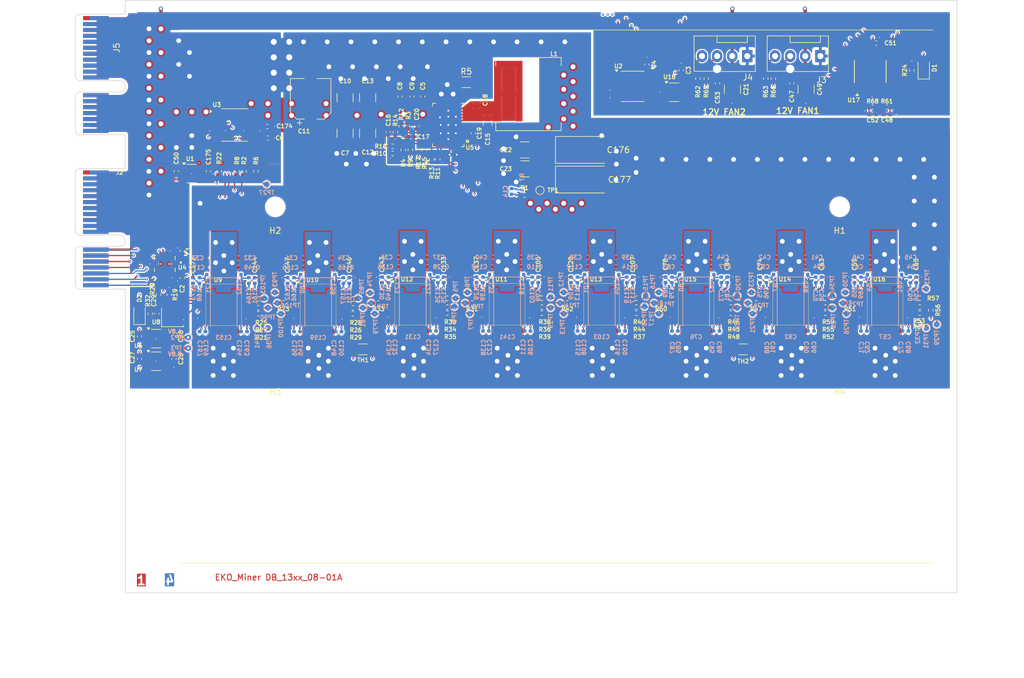
<source format=kicad_pcb>
(kicad_pcb (version 20240108) (generator "pcbnew") (generator_version "8.0")
  (layers (0 "F.Cu" signal) (1 "In1.Cu" signal) (2 "In2.Cu" signal) (31 "B.Cu" signal) (34 "B.Paste" user) (35 "F.Paste" user) (36 "B.SilkS" user "B.Silkscreen") (37 "F.SilkS" user "F.Silkscreen") (38 "B.Mask" user) (39 "F.Mask" user) (44 "Edge.Cuts" user))
  (net 0 "")
  (net 1 "GND")
  (net 2 "+1.8V")
  (net 3 "+12V_PWR")
  (net 4 "/ASICs_BM1366/BM1366-0/VDD3_0")
  (net 5 "Net-(U5-GOSNS)")
  (net 6 "Net-(U5-BOOT)")
  (net 7 "/ASICs_BM1366/BM1366-0/VDD2_0")
  (net 8 "+0.8V")
  (net 9 "/ASICs_BM1366/BM1366-0/VDD1_0")
  (net 10 "Net-(U5-EN{slash}UVLO)")
  (net 11 "GNDPWR")
  (net 12 "Net-(C18-Pad2)")
  (net 13 "VPWR_ASIC")
  (net 14 "+3.3V_DB")
  (net 15 "/PSU/BP1V5")
  (net 16 "/PSU/SW")
  (net 17 "Net-(U5-DRTN)")
  (net 18 "Net-(C10-Pad1)")
  (net 19 "Net-(U5-AVIN)")
  (net 20 "Net-(U5-VOSNS)")
  (net 21 "Net-(U17-REF)")
  (net 22 "/ASICs_BM1366/BM1366-0/VDD1_1")
  (net 23 "/ASICs_BM1366/BM1366-0/VDD2_1")
  (net 24 "/ASICs_BM1366/BM1366-0/VDD3_1")
  (net 25 "/ASICs_BM1366/BM1366-1/VDD3_0")
  (net 26 "/ASICs_BM1366/BM1366-1/VDD2_0")
  (net 27 "/ASICs_BM1366/BM1366-1/VDD1_0")
  (net 28 "/ASICs_BM1366/BM1366-1/VDD1_1")
  (net 29 "/ASICs_BM1366/BM1366-1/VDD2_1")
  (net 30 "/ASICs_BM1366/BM1366-1/VDD3_1")
  (net 31 "/ASICs_BM1366/BM1366-2/VDD3_0")
  (net 32 "/ASICs_BM1366/BM1366-2/VDD2_0")
  (net 33 "/ASICs_BM1366/BM1366-2/VDD1_0")
  (net 34 "/ASICs_BM1366/BM1366-2/VDD1_1")
  (net 35 "/ASICs_BM1366/BM1366-2/VDD2_1")
  (net 36 "/ASICs_BM1366/BM1366-2/VDD3_1")
  (net 37 "/ASICs_BM1366/BM1366-3/VDD3_0")
  (net 38 "/ASICs_BM1366/BM1366-3/VDD2_0")
  (net 39 "/ASICs_BM1366/BM1366-3/VDD1_0")
  (net 40 "/ASICs_BM1366/BM1366-3/VDD1_1")
  (net 41 "/ASICs_BM1366/BM1366-3/VDD2_1")
  (net 42 "/ASICs_BM1366/BM1366-3/VDD3_1")
  (net 43 "/ASICs_BM1366/BM1366-4/VDD3_0")
  (net 44 "/ASICs_BM1366/BM1366-4/VDD2_0")
  (net 45 "/ASICs_BM1366/BM1366-4/VDD1_0")
  (net 46 "/ASICs_BM1366/BM1366-4/VDD1_1")
  (net 47 "/ASICs_BM1366/BM1366-4/VDD2_1")
  (net 48 "/ASICs_BM1366/BM1366-4/VDD3_1")
  (net 49 "/ASICs_BM1366/BM1366-5/VDD3_0")
  (net 50 "/ASICs_BM1366/BM1366-5/VDD2_0")
  (net 51 "/ASICs_BM1366/BM1366-5/VDD1_0")
  (net 52 "/ASICs_BM1366/BM1366-5/VDD1_1")
  (net 53 "/ASICs_BM1366/BM1366-5/VDD2_1")
  (net 54 "/ASICs_BM1366/BM1366-5/VDD3_1")
  (net 55 "/ASICs_BM1366/BM1366-6/VDD3_0")
  (net 56 "/ASICs_BM1366/BM1366-6/VDD2_0")
  (net 57 "/ASICs_BM1366/BM1366-6/VDD1_0")
  (net 58 "/ASICs_BM1366/BM1366-6/VDD1_1")
  (net 59 "/ASICs_BM1366/BM1366-6/VDD2_1")
  (net 60 "/ASICs_BM1366/BM1366-6/VDD3_1")
  (net 61 "/ASICs_BM1366/BM1366-7/VDD3_0")
  (net 62 "/ASICs_BM1366/BM1366-7/VDD2_0")
  (net 63 "/ASICs_BM1366/BM1366-7/VDD1_0")
  (net 64 "/ASICs_BM1366/BM1366-7/VDD1_1")
  (net 65 "/ASICs_BM1366/BM1366-7/VDD2_1")
  (net 66 "/ASICs_BM1366/BM1366-7/VDD3_1")
  (net 67 "/DB_SCL")
  (net 68 "/DB_SDA")
  (net 69 "/DB_RX")
  (net 70 "/ID0")
  (net 71 "/DB_TX")
  (net 73 "/ID1")
  (net 74 "Net-(U17-TH2)")
  (net 75 "Net-(U17-TH1)")
  (net 76 "/ASICs_BM1366/INV_CLKO")
  (net 77 "/ASICs_BM1366/PIN_MODE")
  (net 78 "Net-(U5-VSEL)")
  (net 79 "/ASICs_BM1366/BM1366-0/BI")
  (net 80 "Net-(U5-MSEL2)")
  (net 81 "/SPARE_2")
  (net 82 "Net-(U5-MSEL1)")
  (net 83 "Net-(U5-ADRSEL)")
  (net 84 "Net-(U9-RO)")
  (net 85 "Net-(U9-CO)")
  (net 86 "Net-(U9-BO)")
  (net 87 "Net-(U9-CLKO)")
  (net 88 "Net-(U16-RO)")
  (net 89 "Net-(U10-BO)")
  (net 90 "Net-(U10-CLKO)")
  (net 91 "Net-(U10-CO)")
  (net 92 "Net-(U10-RO)")
  (net 93 "Net-(U11-BO)")
  (net 94 "Net-(U11-CLKO)")
  (net 95 "Net-(U11-CO)")
  (net 96 "Net-(U11-RO)")
  (net 97 "Net-(U12-BO)")
  (net 98 "Net-(U12-CLKO)")
  (net 99 "Net-(U12-CO)")
  (net 100 "Net-(U12-RO)")
  (net 101 "Net-(U13-BO)")
  (net 102 "Net-(U13-CLKO)")
  (net 103 "Net-(U13-CO)")
  (net 104 "Net-(U13-RO)")
  (net 105 "Net-(U14-BO)")
  (net 106 "Net-(U14-CLKO)")
  (net 107 "Net-(U14-CO)")
  (net 108 "Net-(U14-RO)")
  (net 109 "Net-(U15-BO)")
  (net 110 "Net-(U16-CLKO)")
  (net 111 "Net-(U15-CLKO)")
  (net 112 "Net-(U16-BO)")
  (net 113 "Net-(U15-CO)")
  (net 114 "Net-(U15-RO)")
  (net 115 "/FAN/FAN1_PWM")
  (net 116 "/ASICs_BM1366/CLKI")
  (net 117 "GNDA")
  (net 118 "/ASICs_BM1366/BM1366-1/INV_CLKO")
  (net 119 "/ASICs_BM1366/BM1366-1/PIN_MODE")
  (net 120 "/ASICs_BM1366/BM1366-2/INV_CLKO")
  (net 121 "/ASICs_BM1366/BM1366-2/PIN_MODE")
  (net 122 "/ASICs_BM1366/BM1366-3/INV_CLKO")
  (net 123 "/ASICs_BM1366/BM1366-3/PIN_MODE")
  (net 124 "/ASICs_BM1366/BM1366-4/INV_CLKO")
  (net 125 "/ASICs_BM1366/BM1366-4/PIN_MODE")
  (net 126 "/ASICs_BM1366/BM1366-5/INV_CLKO")
  (net 127 "/ASICs_BM1366/BM1366-5/PIN_MODE")
  (net 128 "/ASICs_BM1366/BM1366-6/INV_CLKO")
  (net 129 "/ASICs_BM1366/BM1366-6/PIN_MODE")
  (net 130 "/ASICs_BM1366/BM1366-7/INV_CLKO")
  (net 131 "/ASICs_BM1366/BM1366-7/PIN_MODE")
  (net 132 "Net-(U16-CO)")
  (net 137 "/ASICs_BM1366/RST_n")
  (net 138 "/ASICs_BM1366/BO1")
  (net 139 "/ASICs_BM1366/CLKO1")
  (net 140 "/ASICs_BM1366/CO1")
  (net 141 "/ASICs_BM1366/RI1")
  (net 142 "/ASICs_BM1366/BO2")
  (net 143 "/ASICs_BM1366/CLKO2")
  (net 144 "/ASICs_BM1366/CO2")
  (net 145 "/ASICs_BM1366/RSTO2")
  (net 146 "/ASICs_BM1366/RI02")
  (net 147 "/ASICs_BM1366/BO3")
  (net 148 "/ASICs_BM1366/CLKO3")
  (net 149 "/ASICs_BM1366/CO3")
  (net 150 "/ASICs_BM1366/RSTO3")
  (net 151 "/ASICs_BM1366/RI3")
  (net 152 "/ASICs_BM1366/BO4")
  (net 153 "/ASICs_BM1366/CLKO4")
  (net 154 "/ASICs_BM1366/CO4")
  (net 155 "/ASICs_BM1366/RSTO4")
  (net 156 "/ASICs_BM1366/RI4")
  (net 157 "/ASICs_BM1366/BO5")
  (net 158 "/ASICs_BM1366/CLKO5")
  (net 159 "/ASICs_BM1366/CO5")
  (net 160 "/ASICs_BM1366/RSTO5")
  (net 161 "/ASICs_BM1366/RI5")
  (net 162 "/ASICs_BM1366/BO6")
  (net 163 "/ASICs_BM1366/CLKO6")
  (net 164 "/ASICs_BM1366/CO6")
  (net 165 "/ASICs_BM1366/RSTO6")
  (net 166 "/ASICs_BM1366/RI6")
  (net 167 "/ASICs_BM1366/BO7")
  (net 168 "/ASICs_BM1366/CLKO7")
  (net 169 "/ASICs_BM1366/CO7")
  (net 170 "/ASICs_BM1366/RSTO7")
  (net 171 "/ASICs_BM1366/RI7")
  (net 172 "/ASICs_BM1366/RSTO1")
  (net 174 "/ASICs_BM1366/BM1366-7/RI")
  (net 175 "/DB_RSTn")
  (net 178 "/ASICs_BM1366/RO")
  (net 179 "/ASICs_BM1366/CI")
  (net 180 "/DB_PGOOD")
  (net 182 "/SPARE_0")
  (net 185 "/SPARE_1")
  (net 186 "/FAN/FAN2_PWM")
  (net 187 "/ASICs_BM1366/BO8")
  (net 188 "/ASICs_BM1366/CLKO8")
  (net 189 "+5V_PSU")
  (net 190 "/ASICs_BM1366/CO8")
  (net 191 "/ASICs_BM1366/RSTO8")
  (net 192 "/FAN/FAN1_TACH")
  (net 193 "/FAN/FAN2_TACH")
  (net 194 "+5V_STDBY")
  (net 195 "/DB_ALERT_oc")
  (net 212 "Net-(D1-K)")
  (net 213 "Net-(D2-K)")
  (net 214 "Net-(D2-A)")
  (footprint "Capacitor_SMD:C_1210_3225Metric" (layer "F.Cu") (at 111.75 41.6 90)
    (property "Reference" "C10")
    (property "Value" "47uF")
  )
  (footprint "Package_SO:TSSOP-16_4.4x5mm_P0.65mm" (layer "F.Cu") (at 93.175 46.2)
    (property "Reference" "U3")
    (property "Value" "INA260")
  )
  (footprint "Resistor_SMD:R_0402_1005Metric" (layer "F.Cu") (at 176.674285 75.392)
    (property "Reference" "R46")
    (property "Value" "33")
  )
  (footprint "Resistor_SMD:R_0402_1005Metric" (layer "F.Cu") (at 160.769428 77.892)
    (property "Reference" "R37")
    (property "Value" "33")
  )
  (footprint "Capacitor_SMD:C_0805_2012Metric" (layer "F.Cu") (at 135.75 46 90)
    (property "Reference" "C15")
    (property "Value" "100nF")
  )
  (footprint "TestPoint:TestPoint_Pad_D1.0mm" (layer "F.Cu") (at 144.55 57.2)
    (property "Reference" "TP1")
    (property "Value" "TestPoint")
  )
  (footprint "Connector:FanPinHeader_1x04_P2.54mm_Vertical" (layer "F.Cu") (at 191.75 34.6 180)
    (property "Reference" "J3")
    (property "Value" "Conn_01x04")
  )
  (footprint "Resistor_SMD:R_0402_1005Metric" (layer "F.Cu") (at 171.15 38.4 -90)
    (property "Reference" "R62")
    (property "Value" "10k")
  )
  (footprint "MountingHole:MountingHole_3.2mm_M3_ISO7380" (layer "F.Cu") (at 195 95)
    (property "Reference" "H4")
    (property "Value" "MountingHole")
  )
  (footprint "Capacitor_SMD:C_0402_1005Metric" (layer "F.Cu") (at 102.054857 72.405 -90)
    (property "Reference" "C147")
    (property "Value" "1uF")
  )
  (footprint "Capacitor_SMD:C_0402_1005Metric" (layer "F.Cu") (at 112.454857 72.405 90)
    (property "Reference" "C146")
    (property "Value" "1uF")
  )
  (footprint "MountingHole:MountingHole_3.2mm_M3_ISO7380" (layer "F.Cu") (at 100 60)
    (property "Reference" "H2")
    (property "Value" "MountingHole")
  )
  (footprint "Resistor_SMD:R_0402_1005Metric" (layer "F.Cu") (at 144.864571 75.392)
    (property "Reference" "R38")
    (property "Value" "33")
  )
  (footprint "Resistor_SMD:R_0402_1005Metric" (layer "F.Cu") (at 144.864571 77.892)
    (property "Reference" "R39")
    (property "Value" "33")
  )
  (footprint "Resistor_SMD:R_0402_1005Metric" (layer "F.Cu") (at 128.959714 75.392)
    (property "Reference" "R30")
    (property "Value" "33")
  )
  (footprint "Capacitor_SMD:C_0402_1005Metric" (layer "F.Cu") (at 82.95 85.6 -90)
    (property "Reference" "C28")
    (property "Value" "1uF")
  )
  (footprint "Resistor_SMD:R_0402_1005Metric" (layer "F.Cu") (at 160.769428 75.392)
    (property "Reference" "R40")
    (property "Value" "33")
  )
  (footprint "Package_TO_SOT_SMD:SOT-23-5" (layer "F.Cu") (at 85.95 54.4)
    (property "Reference" "U1")
    (property "Value" "MCP1824T-3302E/OT")
  )
  (footprint "Resistor_SMD:R_0402_1005Metric" (layer "F.Cu") (at 122.75 50.4 90)
    (property "Reference" "R9")
    (property "Value" "17.8K")
  )
  (footprint "Resistor_SMD:R_0402_1005Metric" (layer "F.Cu") (at 192.579142 75.392)
    (property "Reference" "R59")
    (property "Value" "33")
  )
  (footprint "Capacitor_SMD:C_0402_1005Metric" (layer "F.Cu") (at 122.825 48.2 180)
    (property "Reference" "C17")
    (property "Value" "4.7uF")
  )
  (footprint "Resistor_SMD:R_0402_1005Metric" (layer "F.Cu") (at 93.55 54 90)
    (property "Reference" "R8")
    (property "Value" "10K")
  )
  (footprint "Resistor_SMD:R_0402_1005Metric" (layer "F.Cu") (at 97.15 77)
    (property "Reference" "R27")
    (property "Value" "33")
  )
  (footprint "Capacitor_SMD:C_0402_1005Metric" (layer "F.Cu") (at 96.55 72.4 90)
    (property "Reference" "C144")
    (property "Value" "1uF")
  )
  (footprint "Package_TO_SOT_SMD:SOT-23-5" (layer "F.Cu") (at 79.95 82.2)
    (property "Reference" "U6")
    (property "Value" "MCP1824T-1802E/OT")
  )
  (footprint "Resistor_SMD:R_0402_1005Metric" (layer "F.Cu") (at 113.054857 78.005)
    (property "Reference" "R29")
    (property "Value" "33")
  )
  (footprint "Capacitor_SMD:C_0402_1005Metric" (layer "F.Cu") (at 197.484 72.292 -90)
    (property "Reference" "C59")
    (property "Value" "1uF")
  )
  (footprint "Resistor_SMD:R_0402_1005Metric" (layer "F.Cu") (at 180.95 76.2 180)
    (property "Reference" "R47")
    (property "Value" "33")
  )
  (footprint "Package_TO_SOT_SMD:SOT-23-5" (layer "F.Cu") (at 79.95 86)
    (property "Reference" "U7")
    (property "Value" "MCP1824T-0802E/OT")
  )
  (footprint "Resistor_SMD:R_0402_1005Metric" (layer "F.Cu") (at 141.95 58 180)
    (property "Reference" "R1")
    (property "Value" "100R")
  )
  (footprint "EKO_Miner_ASIClib:BM1366" (layer "F.Cu") (at 186.75 76.392)
    (property "Reference" "U14")
    (property "Value" "BM1366_mode1")
  )
  (footprint "Resistor_SMD:R_0402_1005Metric" (layer "F.Cu") (at 160.769428 76.892)
    (property "Reference" "R44")
    (property "Value" "33")
  )
  (footprint "Connector_PCBEdge:BUS_PCIexpress_x1" (layer "F.Cu") (at 69.8 54.2 -90)
    (property "Reference" "J2")
    (property "Value" "10018784-10210TLF")
    (fp_line (start -0.15 3.45) (end 10.05 3.45) (stroke (width 0.1)) (layer "Edge.Cuts"))
    (fp_line (start 12.95 3.45) (end 19.15 3.45) (stroke (width 0.1)) (layer "Edge.Cuts"))
    (fp_line (start -0.65 2.95) (end -0.15 3.45) (stroke (width 0.1)) (layer "Edge.Cuts"))
    (fp_line (start 10.55 2.95) (end 10.05 3.45) (stroke (width 0.1)) (layer "Edge.Cuts"))
    (fp_line (start 12.45 2.95) (end 12.95 3.45) (stroke (width 0.1)) (layer "Edge.Cuts"))
    (fp_line (start 19.65 2.95) (end 19.15 3.45) (stroke (width 0.1)) (layer "Edge.Cuts"))
    (fp_line (start 10.55 -4) (end 10.55 2.95) (stroke (width 0.1)) (layer "Edge.Cuts"))
    (fp_line (start 12.45 -4) (end 12.45 2.95) (stroke (width 0.1)) (layer "Edge.Cuts"))
    (fp_line (start -0.65 -4.95) (end -0.65 2.95) (stroke (width 0.1)) (layer "Edge.Cuts"))
    (fp_line (start 19.65 -4.95) (end 19.65 2.95) (stroke (width 0.1)) (layer "Edge.Cuts"))
    (fp_arc (start 10.55 -4) (mid 11.5 -4.95) (end 12.45 -4) (stroke (width 0.1)) (layer "Edge.Cuts"))
  )
  (footprint "Capacitor_SMD:C_0402_1005Metric_Pad0.74x0.62mm_HandSolder" (layer "F.Cu") (at 202.95 43.2 180)
    (property "Reference" "R61")
    (property "Value" "1.6K")
  )
  (footprint "Resistor_SMD:R_0402_1005Metric" (layer "F.Cu") (at 119.75 49.8)
    (property "Reference" "R16")
    (property "Value" "~")
  )
  (footprint "Capacitor_SMD:C_0402_1005Metric" (layer "F.Cu") (at 168.35 37 90)
    (property "Reference" "C3")
    (property "Value" "100nF")
  )
  (footprint "Package_SO:SOIC-8_3.9x4.9mm_P1.27mm" (layer "F.Cu") (at 160.15 39.7)
    (property "Reference" "U2")
    (property "Value" "FM24C64B")
  )
  (footprint "Resistor_SMD:R_0402_1005Metric" (layer "F.Cu") (at 196.75 76.2 180)
    (property "Reference" "R51")
    (property "Value" "33")
  )
  (footprint "Resistor_SMD:R_0402_1005Metric" (layer "F.Cu") (at 94.75 54 90)
    (property "Reference" "R2")
    (property "Value" "10K")
  )
  (footprint "Capacitor_SMD:C_0402_1005Metric_Pad0.74x0.62mm_HandSolder" (layer "F.Cu") (at 200.55 43.2 180)
    (property "Reference" "R68")
    (property "Value" "1.6K")
  )
  (footprint "Capacitor_SMD:C_0402_1005Metric" (layer "F.Cu") (at 84.35 67.4 90)
    (property "Reference" "C1")
    (property "Value" "0.1uF")
  )
  (footprint "Capacitor_SMD:C_0402_1005Metric" (layer "F.Cu") (at 191.979142 72.292 90)
    (property "Reference" "C63")
    (property "Value" "1uF")
  )
  (footprint "Resistor_SMD:R_1206_3216Metric" (layer "F.Cu") (at 132.15 39 180)
    (property "Reference" "R5")
    (property "Value" "1R")
  )
  (footprint "Resistor_SMD:R_0402_1005Metric" (layer "F.Cu") (at 97.15 75.5)
    (property "Reference" "R25")
    (property "Value" "33")
  )
  (footprint "LED_SMD:LED_0805_2012Metric_Pad1.15x1.40mm_HandSolder" (layer "F.Cu") (at 77.15 77.955 90)
    (property "Reference" "D2")
    (property "Value" "LED")
  )
  (footprint "Resistor_SMD:R_0402_1005Metric" (layer "F.Cu") (at 164.95 76.2 180)
    (property "Reference" "R50")
    (property "Value" "33")
  )
  (footprint "Connector_PCBEdge:BUS_PCIexpress_x1" (layer "F.Cu") (at 69.8 28.2 -90)
    (property "Reference" "J5")
    (property "Value" "10018784-10210TLF")
    (fp_line (start -0.15 3.45) (end 10.05 3.45) (stroke (width 0.1)) (layer "Edge.Cuts"))
    (fp_line (start 12.95 3.45) (end 19.15 3.45) (stroke (width 0.1)) (layer "Edge.Cuts"))
    (fp_line (start -0.65 2.95) (end -0.15 3.45) (stroke (width 0.1)) (layer "Edge.Cuts"))
    (fp_line (start 10.55 2.95) (end 10.05 3.45) (stroke (width 0.1)) (layer "Edge.Cuts"))
    (fp_line (start 12.45 2.95) (end 12.95 3.45) (stroke (width 0.1)) (layer "Edge.Cuts"))
    (fp_line (start 19.65 2.95) (end 19.15 3.45) (stroke (width 0.1)) (layer "Edge.Cuts"))
    (fp_line (start 10.55 -4) (end 10.55 2.95) (stroke (width 0.1)) (layer "Edge.Cuts"))
    (fp_line (start 12.45 -4) (end 12.45 2.95) (stroke (width 0.1)) (layer "Edge.Cuts"))
    (fp_line (start -0.65 -4.95) (end -0.65 2.95) (stroke (width 0.1)) (layer "Edge.Cuts"))
    (fp_line (start 19.65 -4.95) (end 19.65 2.95) (stroke (width 0.1)) (layer "Edge.Cuts"))
    (fp_arc (start 10.55 -4) (mid 11.5 -4.95) (end 12.45 -4) (stroke (width 0.1)) (layer "Edge.Cuts"))
  )
  (footprint "Capacitor_SMD:C_0402_1005Metric" (layer "F.Cu") (at 98.75 48.4)
    (property "Reference" "C6")
    (property "Value" "100nF")
  )
  (footprint "NetTie:NetTie-4_THT_Pad1.0mm" (layer "F.Cu") (at 102.35 34.8 180)
    (property "Reference" "NT1" (hide yes))
    (property "Value" "NetTie_4" (hide yes))
  )
  (footprint "Capacitor_SMD:C_0402_1005Metric" (layer "F.Cu") (at 123.825 46.4 90)
    (property "Reference" "C20")
    (property "Value" "1uF")
  )
  (footprint "Capacitor_SMD:C_1210_3225Metric" (layer "F.Cu") (at 189.35 40.2 -90)
    (property "Reference" "C49")
    (property "Value" "22uF")
  )
  (footprint "Capacitor_SMD:C_0402_1005Metric" (layer "F.Cu") (at 84.35 72 -90)
    (property "Reference" "C2")
    (property "Value" "0.1uF")
  )
  (footprint "MountingHole:MountingHole_3.2mm_M3_ISO7380" (layer "F.Cu") (at 100 95)
    (property "Reference" "H3")
    (property "Value" "MountingHole")
  )
  (footprint "EKO_Miner_ASIClib:BM1366" (layer "F.Cu") (at 170.845143 76.392)
    (property "Reference" "U15")
    (property "Value" "BM1366_mode1")
  )
  (footprint "Capacitor_SMD:C_0402_1005Metric" (layer "F.Cu") (at 82.95 81.8 -90)
    (property "Reference" "C26")
    (property "Value" "1uF")
  )
  (footprint "Resistor_SMD:R_0402_1005Metric" (layer "F.Cu") (at 90.55 54 90)
    (property "Reference" "R22")
    (property "Value" "10K")
  )
  (footprint "Resistor_SMD:R_0402_1005Metric" (layer "F.Cu") (at 207.15 37 -90)
    (property "Reference" "R24")
    (property "Value" "180R")
  )
  (footprint "Capacitor_SMD:C_0402_1005Metric" (layer "F.Cu") (at 119.025 47.4 -90)
    (property "Reference" "C16")
    (property "Value" "100nF")
  )
  (footprint "Capacitor_SMD:C_0805_2012Metric" (layer "F.Cu") (at 133.875 42 90)
    (property "Reference" "C18")
    (property "Value" "1nF")
  )
  (footprint "Capacitor_SMD:C_0402_1005Metric" (layer "F.Cu") (at 128.359714 72.292 90)
    (property "Reference" "C133")
    (property "Value" "1uF")
  )
  (footprint "Resistor_SMD:R_0402_1005Metric" (layer "F.Cu") (at 78.95 78 -90)
    (property "Reference" "R32")
    (property "Value" "180R")
  )
  (footprint "Connector:FanPinHeader_1x04_P2.54mm_Vertical" (layer "F.Cu") (at 179.45 34.6 180)
    (property "Reference" "J4")
    (property "Value" "Conn_01x04")
  )
  (footprint "MountingHole:MountingHole_3.2mm_M3_ISO7380" (layer "F.Cu") (at 195 60)
    (property "Reference" "H1")
    (property "Value" "MountingHole")
  )
  (footprint "Capacitor_SMD:C_0402_1005Metric" (layer "F.Cu") (at 86.15 72.4 -90)
    (property "Reference" "C172")
    (property "Value" "1uF")
  )
  (footprint "Resistor_SMD:R_0402_1005Metric" (layer "F.Cu") (at 126.35 52 90)
    (property "Reference" "R13")
    (property "Value" "17.8K")
  )
  (footprint "Resistor_SMD:R_0402_1005Metric" (layer "F.Cu") (at 120.225 47.4 -90)
    (property "Reference" "R14")
    (property "Value" "1.37K")
  )
  (footprint "Resistor_SMD:R_0402_1005Metric" (layer "F.Cu") (at 125.15 50.4 90)
    (property "Reference" "R15")
    (property "Value" "~")
  )
  (footprint "Capacitor_SMD:C_0402_1005Metric" (layer "F.Cu") (at 176.074285 72.292 90)
    (property "Reference" "C84")
    (property "Value" "1uF")
  )
  (footprint "Capacitor_SMD:C_0402_1005Metric" (layer "F.Cu") (at 77.15 81.8 -90)
    (property "Reference" "C25")
    (property "Value" "1uF")
  )
  (footprint "Resistor_SMD:R_0402_1005Metric" (layer "F.Cu") (at 208.484 75.392)
    (property "Reference" "R57")
    (property "Value" "33")
  )
  (footprint "Resistor_SMD:R_0402_1005Metric" (layer "F.Cu") (at 172.55 38.4 -90)
    (property "Reference" "R65")
    (property "Value" "4.7K")
  )
  (footprint "Resistor_SMD:R_0402_1005Metric" (layer "F.Cu") (at 182.55 38.4 -90)
    (property "Reference" "R63")
    (property "Value" "10k")
  )
  (footprint "Resistor_SMD:R_0402_1005Metric" (layer "F.Cu") (at 82.15 74.8 -90)
    (property "Reference" "R19")
    (property "Value" "10k")
  )
  (footprint "Capacitor_SMD:C_0402_1005Metric" (layer "F.Cu") (at 149.769428 72.292 -90)
    (property "Reference" "C120")
    (property "Value" "1uF")
  )
  (footprint "Resistor_SMD:R_0402_1005Metric" (layer "F.Cu") (at 113.054857 77.005)
    (property "Reference" "R26")
    (property "Value" "33")
  )
  (footprint "Resistor_SMD:R_0402_1005Metric" (layer "F.Cu") (at 133.15 76.2 180)
    (property "Reference" "R31")
    (property "Value" "33")
  )
  (footprint "Capacitor_SMD:C_0402_1005Metric" (layer "F.Cu") (at 77.15 85.6 -90)
    (property "Reference" "C27")
    (property "Value" "1uF")
  )
  (footprint "Capacitor_SMD:C_0402_1005Metric" (layer "F.Cu") (at 162.55 36 90)
    (property "Reference" "C4")
    (property "Value" "100nF")
  )
  (footprint "Capacitor_SMD:C_0402_1005Metric" (layer "F.Cu") (at 88.75 54 -90)
    (property "Reference" "C175")
    (property "Value" "1uF")
  )
  (footprint "Resistor_SMD:R_0402_1005Metric" (layer "F.Cu") (at 128.959714 77.892)
    (property "Reference" "R35")
    (property "Value" "33")
  )
  (footprint "Resistor_SMD:R_0402_1005Metric" (layer "F.Cu") (at 192.579142 76.892)
    (property "Reference" "R55")
    (property "Value" "33")
  )
  (footprint "Package_SO:QSOP-16_3.9x4.9mm_P0.635mm" (layer "F.Cu") (at 200.15 37.2 90)
    (property "Reference" "U17")
    (property "Value" "MAX6615AEE_")
  )
  (footprint "LED_SMD:LED_0805_2012Metric_Pad1.15x1.40mm_HandSolder" (layer "F.Cu") (at 209.15 36.6 90)
    (property "Reference" "D1")
    (property "Value" "LED")
  )
  (footprint "Capacitor_SMD:C_0402_1005Metric_Pad0.74x0.62mm_HandSolder" (layer "F.Cu") (at 201.15 32.4)
    (property "Reference" "C51")
    (property "Value" "100NF")
  )
  (footprint "Capacitor_Tantalum_SMD:CP_EIA-7343-31_Kemet-D_Pad2.25x2.55mm_HandSolder" (layer "F.Cu") (at 151.75 55.4)
    (property "Reference" "C177")
    (property "Value" "330uF")
  )
  (footprint "Capacitor_SMD:C_0402_1005Metric" (layer "F.Cu") (at 124.825 41.4 90)
    (property "Reference" "C5")
    (property "Value" "2.2nF")
  )
  (footprint "Inductor_SMD:L_Coilcraft_XAL1010-XXX" (layer "F.Cu") (at 142.625 41)
    (property "Reference" "L1")
    (property "Value" "680nH")
  )
  (footprint "Capacitor_SMD:C_1210_3225Metric" (layer "F.Cu") (at 115.55 41.6 90)
    (property "Reference" "C13")
    (property "Value" "22uF")
  )
  (footprint "Resistor_SMD:R_0402_1005Metric" (layer "F.Cu") (at 121.225 46.4 -90)
    (property "Reference" "R12")
    (property "Value" "12.7K")
  )
  (footprint "NetTie:NetTie-4_THT_Pad1.0mm" (layer "F.Cu") (at 102.35 37.4 180)
    (property "Reference" "NT3" (hide yes))
    (property "Value" "NetTie_4" (hide yes))
  )
  (footprint "Resistor_SMD:R_0402_1005Metric" (layer "F.Cu") (at 117.35 76.2 180)
    (property "Reference" "R33")
    (property "Value" "33")
  )
  (footprint "Resistor_SMD:R_0402_1005Metric" (layer "F.Cu") (at 127.35 52 -90)
    (property "Reference" "R11")
    (property "Value" "26.1K")
  )
  (footprint "EKO_Miner_ASIClib:BM1366" (layer "F.Cu") (at 123.130572 76.392)
    (property "Reference" "U12")
    (property "Value" "BM1366_mode1")
  )
  (footprint "Capacitor_SMD:C_0402_1005Metric" (layer "F.Cu") (at 98.675 46.45)
    (property "Reference" "C174")
    (property "Value" "100nF")
  )
  (footprint "Capacitor_SMD:CP_Elec_6.3x5.9" (layer "F.Cu") (at 105.95 41.8 90)
    (property "Reference" "C11")
    (property "Value" "180uF")
  )
  (footprint "NetTie:NetTie-4_THT_Pad1.0mm" (layer "F.Cu") (at 102.35 40 180)
    (property "Reference" "NT2" (hide yes))
    (property "Value" "NetTie_4" (hide yes))
  )
  (footprint "Capacitor_SMD:C_0402_1005Metric_Pad0.74x0.62mm_HandSolder" (layer "F.Cu") (at 186.95 39.2 -90)
    (property "Reference" "C47")
    (property "Value" "100NF")
  )
  (footprint "Resistor_SMD:R_0402_1005Metric" (layer "F.Cu") (at 119.75 51)
    (property "Reference" "R10")
    (property "Value" "10K")
  )
  (footprint "EKO_Miner_ASIClib:BM1366" (layer "F.Cu") (at 139.035429 76.392)
    (property "Reference" "U11")
    (property "Value" "BM1366_mode1")
  )
  (footprint "EKO_Miner_ASIClib:BM1366" (layer "F.Cu") (at 202.654858 76.392)
    (property "Reference" "U16")
    (property "Value" "BM1366_mode1")
  )
  (footprint "EKO_Miner_ASIClib:BM1366" (layer "F.Cu") (at 154.940286 76.392)
    (property "Reference" "U13")
    (property "Value" "BM1366_mode1")
  )
  (footprint "Capacitor_Tantalum_SMD:CP_EIA-7343-31_Kemet-D_Pad2.25x2.55mm_HandSolder" (layer "F.Cu") (at 151.75 50.4)
    (property "Reference" "C176")
    (property "Value" "330uF")
  )
  (footprint "Capacitor_SMD:C_1210_3225Metric" (layer "F.Cu") (at 115.55 47.6 -90)
    (property "Reference" "C12")
    (property "Value" "22uF")
  )
  (footprint "Resistor_SMD:R_0402_1005Metric" (layer "F.Cu") (at 113.054857 75.505)
    (property "Reference" "R28")
    (property "Value" "33")
  )
  (footprint "Resistor_SMD:R_0402_1005Metric" (layer "F.Cu") (at 176.674285 77.892)
    (property "Reference" "R48")
    (property "Value" "33")
  )
  (footprint "Resistor_SMD:R_0402_1005Metric" (layer "F.Cu") (at 97.15 78)
    (property "Reference" "R21")
    (property "Value" "33")
  )
  (footprint "Capacitor_SMD:C_0402_1005Metric" (layer "F.Cu") (at 133.864571 72.292 -90)
    (property "Reference" "C137")
    (property "Value" "1uF")
  )
  (footprint "Resistor_SMD:R_0402_1005Metric" (layer "F.Cu") (at 144.864571 76.892)
    (property "Reference" "R36")
    (property "Value" "33")
  )
  (footprint "Capacitor_SMD:C_0402_1005Metric_Pad0.74x0.62mm_HandSolder" (layer "F.Cu") (at 174.45 39.2 -90)
    (property "Reference" "C53")
    (property "Value" "100NF")
  )
  (footprint "NetTie:NetTie-2_THT_Pad0.3mm" (layer "F.Cu") (at 129.35 51.2)
    (property "Reference" "T1" (hide yes))
    (property "Value" "net-tie" (hide yes))
  )
  (footprint "Capacitor_SMD:C_1210_3225Metric" (layer "F.Cu") (at 142.025 53.6 180)
    (property "Reference" "C23")
    (property "Value" "47uF")
  )
  (footprint "Capacitor_SMD:C_0402_1005Metric_Pad0.74x0.62mm_HandSolder" (layer "F.Cu") (at 202.95 44.4)
    (property "Reference" "C48")
    (property "Value" "100PF")
  )
  (footprint "Capacitor_SMD:C_0402_1005Metric" (layer "F.Cu") (at 144.264571 72.292 90)
    (property "Reference" "C105")
    (property "Value" "1uF")
  )
  (footprint "Resistor_SMD:R_0402_1005Metric" (layer "F.Cu") (at 96.75 54 90)
    (property "Reference" "R6")
    (property "Value" "10k")
  )
  (footprint "Capacitor_SMD:C_0402_1005Metric" (layer "F.Cu") (at 80.05 78 90)
    (property "Reference" "C29")
    (property "Value" "0.1uF")
  )
  (footprint "Oscillator:Oscillator_SMD_Abracon_ASE-4Pin_3.2x2.5mm" (layer "F.Cu") (at 82.75 78.6)
    (property "Reference" "U8")
    (property "Value" "25MHz")
  )
  (footprint "Resistor_SMD:R_1206_3216Metric_Pad1.30x1.75mm_HandSolder" (layer "F.Cu") (at 114.75 84)
    (property "Reference" "TH1")
    (property "Value" "PT1000")
  )
  (footprint "Capacitor_SMD:C_0402_1005Metric_Pad0.74x0.62mm_HandSolder" (layer "F.Cu") (at 200.55 44.4)
    (property "Reference" "C52")
    (property "Value" "100PF")
  )
  (footprint "Capacitor_SMD:C_0402_1005Metric" (layer "F.Cu") (at 121.025 41.4 90)
    (property "Reference" "C8")
    (property "Value" "1uF")
  )
  (footprint "Resistor_SMD:R_0402_1005Metric" (layer "F.Cu") (at 121.55 50.4 -90)
    (property "Reference" "R4")
    (property "Value" "31.6K")
  )
  (footprint "Resistor_SMD:R_0402_1005Metric" (layer "F.Cu") (at 208.484 76.892)
    (property "Reference" "R53")
    (property "Value" "33")
  )
  (footprint "Capacitor_SMD:C_0402_1005Metric" (layer "F.Cu") (at 207.884 72.292 90)
    (property "Reference" "C65")
    (property "Value" "1uF")
  )
  (footprint "EKO_Miner_ASIClib:BM1366" (layer "F.Cu") (at 91.320858 76.5)
    (property "Reference" "U9")
    (property "Value" "BM1366_mode1")
  )
  (footprint "Capacitor_SMD:C_0402_1005Metric" (layer "F.Cu") (at 165.674285 72.292 -90)
    (property "Reference" "C78")
    (property "Value" "1uF")
  )
  (footprint "Capacitor_SMD:C_0402_1005Metric" (layer "F.Cu") (at 83.35 54 -90)
    (property "Reference" "C50")
    (property "Value" "1uF")
  )
  (footprint "Resistor_SMD:R_0402_1005Metric" (layer "F.Cu") (at 210.35 77.4 90)
    (property "Reference" "R56")
    (property "Value" "10k")
  )
  (footprint "Resistor_SMD:R_0402_1005Metric" (layer "F.Cu") (at 128.959714 76.892)
    (property "Reference" "R34")
    (property "Value" "33")
  )
  (footprint "EKO_Miner_ASIClib:BM1366" (layer "F.Cu") (at 107.225715 76.505)
    (property "Reference" "U10")
    (property "Value" "BM1366_mode1")
  )
  (footprint "Resistor_SMD:R_0402_1005Metric" (layer "F.Cu") (at 80.35 74.8 90)
    (property "Reference" "R20")
    (property "Value" "33")
  )
  (footprint "Capacitor_SMD:C_0402_1005Metric" (layer "F.Cu") (at 160.169428 72.292 90)
    (property "Reference" "C107")
    (property "Value" "1uF")
  )
  (footprint "Resistor_SMD:R_0402_1005Metric" (layer "F.Cu") (at 124.1 50.4 90)
    (property "Reference" "R17")
    (property "Value" "~")
  )
  (footprint "Resistor_SMD:R_0402_1005Metric" (layer "F.Cu") (at 101.35 76.2 180)
    (property "Reference" "R23")
    (property "Value" "33")
  )
  (footprint "Resistor_SMD:R_0402_1005Metric" (layer "F.Cu") (at 183.85 38.4 -90)
    (property "Reference" "R66")
    (property "Value" "4.7K")
  )
  (footprint "Capacitor_SMD:C_0402_1005Metric" (layer "F.Cu") (at 133.35 47.6 90)
    (property "Reference" "C19")
    (property "Value" "2.2uF")
  )
  (footprint "Package_TO_SOT_SMD:SOT-23-6" (layer "F.Cu") (at 167.15 40.7)
    (property "Reference" "U18")
    (property "Value" "24AA02E48T-E_OT")
  )
  (footprint "Resistor_SMD:R_0402_1005Metric" (layer "F.Cu") (at 208.484 77.892)
    (property "Reference" "R60")
    (property "Value" "33")
  )
  (footprint "Capacitor_SMD:C_1210_3225Metric" (layer "F.Cu") (at 111.75 47.6 -90)
    (property "Reference" "C7")
    (property "Value" "47uF")
  )
  (footprint "Capacitor_SMD:C_1210_3225Metric" (layer "F.Cu") (at 142.025 50.4 180)
    (property "Reference" "C22")
    (property "Value" "47uF")
  )
  (footprint "Capacitor_SMD:C_0402_1005Metric" (layer "F.Cu") (at 123.025 41.4 90)
    (property "Reference" "C9")
    (property "Value" "4.7nF")
  )
  (footprint "EKO_Miner_ASIClib:LQFN40-CLIP" (layer "F.Cu") (at 129.125 46.2 180)
    (property "Reference" "U5")
    (property "Value" "TPS546D24ARVFR")
  )
  (footprint "Resistor_SMD:R_0402_1005Metric" (layer "F.Cu") (at 149.15 76.2 180)
    (property "Reference" "R42")
    (property "Value" "33")
  )
  (footprint "Capacitor_SMD:C_1210_3225Metric" (layer "F.Cu") (at 176.95 40.2 -90)
    (property "Reference" "C21")
    (property "Value" "22uF")
  )
  (footprint "Capacitor_SMD:C_0402_1005Metric" (layer "F.Cu") (at 181.579142 72.292 -90)
    (property "Reference" "C74")
    (property "Value" "1uF")
  )
  (footprint "Capacitor_SMD:C_0402_1005Metric" (layer "F.Cu") (at 117.959714 72.292 -90)
    (property "Reference" "C143")
    (property "Value" "1uF")
  )
  (footprint "Resistor_SMD:R_0402_1005Metric" (layer "F.Cu") (at 192.579142 77.892)
    (property "Reference" "R52")
    (property "Value" "33")
  )
  (footprint "EKO_Miner_ASIClib:QFN50P350X250X80-17N" (layer "F.Cu") (at 81.4 69.615 -90)
    (property "Reference" "U4")
    (property "Value" "SN74AVC4T245BQB")
  )
  (footprint "Resistor_SMD:R_1206_3216Metric_Pad1.30x1.75mm_HandSolder" (layer "F.Cu") (at 178.75 84)
    (property "Reference" "TH2")
    (property "Value" "PT1000")
  )
  (footprint "Resistor_SMD:R_0402_1005Metric" (layer "F.Cu") (at 122.225 46.4 -90)
    (property "Reference" "R3")
    (property "Value" "10R")
  )
  (footprint "Resistor_SMD:R_0402_1005Metric" (layer "F.Cu") (at 176.674285 76.892)
    (property "Reference" "R45")
    (property "Value" "33")
  )
  (footprint "TestPoint:TestPoint_Pad_D1.0mm" (layer "B.Cu") (at 195.55 76.2)
    (property "Reference" "TP25")
    (property "Value" "TestPoint")
  )
  (footprint "Capacitor_SMD:C_0402_1005Metric" (layer "B.Cu") (at 141.35 70.092)
    (property "Reference" "C110")
    (property "Value" "0.1uF")
  )
  (footprint "Capacitor_SMD:C_0402_1005Metric" (layer "B.Cu") (at 88.95 70.2 180)
    (property "Reference" "C170")
    (property "Value" "0.1uF")
  )
  (footprint "Capacitor_SMD:C_0402_1005Metric" (layer "B.Cu") (at 198.584 81.392 -90)
    (property "Reference" "C71")
    (property "Value" "1uF")
  )
  (footprint "Capacitor_SMD:C_0402_1005Metric" (layer "B.Cu") (at 139.75 57.4 90)
    (property "Reference" "C14")
    (property "Value" "100pF")
  )
  (footprint "Capacitor_SMD:C_0402_1005Metric" (layer "B.Cu") (at 141.964571 81.392 -90)
    (property "Reference" "C111")
    (property "Value" "1uF")
  )
  (footprint "Capacitor_Tantalum_SMD:CP_EIA-7343-31_Kemet-D_Pad2.25x2.55mm_HandSolder" (layer "B.Cu") (at 186.75 76.392 -90)
    (property "Reference" "C92")
    (property "Value" "330uF")
  )
  (footprint "Capacitor_SMD:C_0402_1005Metric" (layer "B.Cu") (at 205.584 81.392 -90)
    (property "Reference" "C72")
    (property "Value" "1uF")
  )
  (footprint "Capacitor_SMD:C_0402_1005Metric" (layer "B.Cu") (at 189.179142 70.092)
    (property "Reference" "C94")
    (property "Value" "0.1uF")
  )
  (footprint "Capacitor_SMD:C_0402_1005Metric" (layer "B.Cu") (at 120.059714 81.392 -90)
    (property "Reference" "C132")
    (property "Value" "1uF")
  )
  (footprint "Capacitor_SMD:C_0402_1005Metric" (layer "B.Cu") (at 152.569428 70.092 180)
    (property "Reference" "C112")
    (property "Value" "0.1uF")
  )
  (footprint "Capacitor_Tantalum_SMD:CP_EIA-7343-31_Kemet-D_Pad2.25x2.55mm_HandSolder" (layer "B.Cu") (at 123.130572 76.392 -90)
    (property "Reference" "C131")
    (property "Value" "330uF")
  )
  (footprint "Capacitor_SMD:C_0402_1005Metric" (layer "B.Cu") (at 133.864571 72.292 90)
    (property "Reference" "C129")
    (property "Value" "1uF")
  )
  (footprint "TestPoint:TestPoint_Pad_D1.0mm" (layer "B.Cu") (at 146.35 75.2)
    (property "Reference" "TP11")
    (property "Value" "TestPoint")
  )
  (footprint "Capacitor_SMD:C_0402_1005Metric" (layer "B.Cu") (at 127.059714 81.392 -90)
    (property "Reference" "C127")
    (property "Value" "1uF")
  )
  (footprint "TestPoint:TestPoint_Pad_D1.0mm" (layer "B.Cu") (at 98.75 80.4 180)
    (property "Reference" "TP36")
    (property "Value" "TestPoint")
  )
  (footprint "TestPoint:TestPoint_Pad_D1.0mm" (layer "B.Cu") (at 148.55 74.4)
    (property "Reference" "TP12")
    (property "Value" "TestPoint")
  )
  (footprint "Capacitor_Tantalum_SMD:CP_EIA-7343-31_Kemet-D_Pad2.25x2.55mm_HandSolder" (layer "B.Cu") (at 170.845143 76.392 -90)
    (property "Reference" "C76")
    (property "Value" "330uF")
  )
  (footprint "Capacitor_SMD:C_0402_1005Metric" (layer "B.Cu") (at 119.059714 81.392 -90)
    (property "Reference" "C124")
    (property "Value" "1uF")
  )
  (footprint "TestPoint:TestPoint_Pad_D1.0mm" (layer "B.Cu") (at 130.35 75.4)
    (property "Reference" "TP5")
    (property "Value" "TestPoint")
  )
  (footprint "TestPoint:TestPoint_Pad_D1.0mm" (layer "B.Cu") (at 98.75 77 180)
    (property "Reference" "TP90")
    (property "Value" "TestPoint")
  )
  (footprint "Capacitor_SMD:C_0402_1005Metric" (layer "B.Cu") (at 157.869428 81.392 -90)
    (property "Reference" "C116")
    (property "Value" "1uF")
  )
  (footprint "Capacitor_SMD:C_0402_1005Metric" (layer "B.Cu") (at 166.774285 72.292 90)
    (property "Reference" "C79")
    (property "Value" "1uF")
  )
  (footprint "TestPoint:TestPoint_Pad_D1.0mm" (layer "B.Cu") (at 130.15 76.8)
    (property "Reference" "TP9")
    (property "Value" "TestPoint")
  )
  (footprint "TestPoint:TestPoint_Pad_D1.0mm" (layer "B.Cu") (at 115.95 74.5 180)
    (property "Reference" "TP74")
    (property "Value" "TestPoint")
  )
  (footprint "TestPoint:TestPoint_Pad_D1.0mm" (layer "B.Cu") (at 148.55 78)
    (property "Reference" "TP13")
    (property "Value" "TestPoint")
  )
  (footprint "Capacitor_SMD:C_0402_1005Metric" (layer "B.Cu") (at 204.95 71.4)
    (property "Reference" "C61")
    (property "Value" "1uF")
  )
  (footprint "Capacitor_SMD:C_0402_1005Metric" (layer "B.Cu") (at 167.774285 81.392 -90)
    (property "Reference" "C85")
    (property "Value" "1uF")
  )
  (footprint "TestPoint:TestPoint_Pad_D1.0mm" (layer "B.Cu") (at 195.95 74.4)
    (property "Reference" "TP30")
    (property "Value" "TestPoint")
  )
  (footprint "TestPoint:TestPoint_Pad_D1.0mm" (layer "B.Cu") (at 211.35 79.8 180)
    (property "Reference" "TP29")
    (property "Value" "TestPoint")
  )
  (footprint "Capacitor_SMD:C_0402_1005Metric" (layer "B.Cu") (at 199.584 81.392 -90)
    (property "Reference" "C62")
    (property "Value" "1uF")
  )
  (footprint "TestPoint:TestPoint_Pad_D1.0mm" (layer "B.Cu") (at 164.55 74.4)
    (property "Reference" "TP16")
    (property "Value" "TestPoint")
  )
  (footprint "Capacitor_SMD:C_0402_1005Metric" (layer "B.Cu") (at 104.75 71.4)
    (property "Reference" "C160")
    (property "Value" "1uF")
  )
  (footprint "Capacitor_SMD:C_0402_1005Metric" (layer "B.Cu") (at 117.959714 72.292 90)
    (property "Reference" "C130")
    (property "Value" "1uF")
  )
  (footprint "Capacitor_SMD:C_0402_1005Metric" (layer "B.Cu") (at 182.679142 81.392 -90)
    (property "Reference" "C88")
    (property "Value" "1uF")
  )
  (footprint "TestPoint:TestPoint_Pad_D1.0mm" (layer "B.Cu") (at 180.15 74.4)
    (property "Reference" "TP23")
    (property "Value" "TestPoint")
  )
  (footprint "TestPoint:TestPoint_Pad_D1.0mm" (layer "B.Cu") (at 85.35 82 180)
    (property "Reference" "TP2")
    (property "Value" "TestPoint")
  )
  (footprint "Capacitor_SMD:C_0402_1005Metric" (layer "B.Cu") (at 150.869428 72.292 90)
    (property "Reference" "C113")
    (property "Value" "1uF")
  )
  (footprint "TestPoint:TestPoint_Pad_D1.0mm" (layer "B.Cu") (at 193.75 75)
    (property "Reference" "TP34")
    (property "Value" "TestPoint")
  )
  (footprint "TestPoint:TestPoint_Pad_D1.0mm" (layer "B.Cu") (at 114.75 77 180)
    (property "Reference" "TP81")
    (property "Value" "TestPoint")
  )
  (footprint "Capacitor_SMD:C_0402_1005Metric" (layer "B.Cu") (at 103.154857 72.405 90)
    (property "Reference" "C166")
    (property "Value" "1uF")
  )
  (footprint "Capacitor_SMD:C_0402_1005Metric" (layer "B.Cu") (at 86.15 72.4 90)
    (property "Reference" "C173")
    (property "Value" "1uF")
  )
  (footprint "Capacitor_SMD:C_0402_1005Metric" (layer "B.Cu") (at 88.95 71.4)
    (property "Reference" "C171")
    (property "Value" "1uF")
  )
  (footprint "Capacitor_SMD:C_0402_1005Metric" (layer "B.Cu") (at 204.95 68.492)
    (property "Reference" "C45")
    (property "Value" "1uF")
  )
  (footprint "TestPoint:TestPoint_Pad_D1.0mm" (layer "B.Cu") (at 113.95 75.4 180)
    (property "Reference" "TP85")
    (property "Value" "TestPoint")
  )
  (footprint "Capacitor_SMD:C_0402_1005Metric" (layer "B.Cu") (at 141.35 68.492)
    (property "Reference" "C35")
    (property "Value" "1uF")
  )
  (footprint "Capacitor_SMD:C_0402_1005Metric" (layer "B.Cu") (at 109.55 71.4)
    (property "Reference" "C158")
    (property "Value" "1uF")
  )
  (footprint "Capacitor_SMD:C_0402_1005Metric" (layer "B.Cu") (at 93.75 68.6)
    (property "Reference" "C32")
    (property "Value" "1uF")
  )
  (footprint "TestPoint:TestPoint_Pad_D1.0mm" (layer "B.Cu") (at 180.35 78)
    (property "Reference" "TP21")
    (property "Value" "TestPoint")
  )
  (footprint "Capacitor_SMD:C_0402_1005Metric" (layer "B.Cu") (at 93.75 71.4)
    (property "Reference" "C152")
    (property "Value" "1uF")
  )
  (footprint "Capacitor_SMD:C_0402_1005Metric" (layer "B.Cu") (at 197.484 72.292 90)
    (property "Reference" "C55")
    (property "Value" "1uF")
  )
  (footprint "Capacitor_SMD:C_0402_1005Metric" (layer "B.Cu") (at 152.569428 68.492 180)
    (property "Reference" "C38")
    (property "Value" "1uF")
  )
  (footprint "Capacitor_SMD:C_0402_1005Metric" (layer "B.Cu") (at 157.35 70.092)
    (property "Reference" "C114")
    (property "Value" "0.1uF")
  )
  (footprint "Capacitor_SMD:C_0402_1005Metric" (layer "B.Cu") (at 150.869428 81.392 -90)
    (property "Reference" "C115")
    (property "Value" "1uF")
  )
  (footprint "TestPoint:TestPoint_Pad_D1.0mm" (layer "B.Cu") (at 96.95 80.4 180)
    (property "Reference" "TP41")
    (property "Value" "TestPoint")
  )
  (footprint "TestPoint:TestPoint_Pad_D1.0mm" (layer "B.Cu") (at 196.15 78)
    (property "Reference" "TP26")
    (property "Value" "TestPoint")
  )
  (footprint "Capacitor_SMD:C_0402_1005Metric" (layer "B.Cu") (at 160.169428 72.292 -90)
    (property "Reference" "C117")
    (property "Value" "1uF")
  )
  (footprint "Capacitor_SMD:C_0402_1005Metric" (layer "B.Cu") (at 182.679142 72.292 90)
    (property "Reference" "C96")
    (property "Value" "1uF")
  )
  (footprint "Capacitor_SMD:C_0402_1005Metric" (layer "B.Cu") (at 128.359714 72.292 -90)
    (property "Reference" "C125")
    (property "Value" "1uF")
  )
  (footprint "Capacitor_SMD:C_0402_1005Metric" (layer "B.Cu") (at 184.379142 68.492 180)
    (property "Reference" "C42")
    (property "Value" "1uF")
  )
  (footprint "Capacitor_SMD:C_0402_1005Metric" (layer "B.Cu") (at 141.35 71.4)
    (property "Reference" "C118")
    (property "Value" "1uF")
  )
  (footprint "TestPoint:TestPoint_Pad_D1.0mm" (layer "B.Cu") (at 132.75 78)
    (property "Reference" "TP7")
    (property "Value" "TestPoint")
  )
  (footprint "Capacitor_Tantalum_SMD:CP_EIA-7343-31_Kemet-D_Pad2.25x2.55mm_HandSolder" (layer "B.Cu") (at 91.320858 76.5 -90)
    (property "Reference" "C153")
    (property "Value" "330uF")
  )
  (footprint "Capacitor_SMD:C_0402_1005Metric" (layer "B.Cu") (at 183.679142 81.392 -90)
    (property "Reference" "C91")
    (property "Value" "1uF")
  )
  (footprint "TestPoint:TestPoint_Pad_D1.0mm" (layer "B.Cu") (at 177.75 75)
    (property "Reference" "TP20")
    (property "Value" "TestPoint")
  )
  (footprint "Capacitor_SMD:C_0402_1005Metric" (layer "B.Cu") (at 174.774285 81.392 -90)
    (property "Reference" "C86")
    (property "Value" "1uF")
  )
  (footprint "Capacitor_SMD:C_0402_1005Metric" (layer "B.Cu") (at 200.15 70.092 180)
    (property "Reference" "C67")
    (property "Value" "0.1uF")
  )
  (footprint "Capacitor_SMD:C_0402_1005Metric" (layer "B.Cu") (at 136.664571 68.492 180)
    (property "Reference" "C40")
    (property "Value" "1uF")
  )
  (footprint "Capacitor_SMD:C_0402_1005Metric" (layer "B.Cu") (at 110.154857 81.505 -90)
    (property "Reference" "C148")
    (property "Value" "1uF")
  )
  (footprint "TestPoint:TestPoint_Pad_D1.0mm" (layer "B.Cu") (at 99.95 74.4 180)
    (property "Reference" "TP93")
    (property "Value" "TestPoint")
  )
  (footprint "Capacitor_SMD:C_0402_1005Metric" (layer "B.Cu") (at 120.75 71.4)
    (property "Reference" "C123")
    (property "Value" "1uF")
  )
  (footprint "Capacitor_SMD:C_0402_1005Metric" (layer "B.Cu") (at 159.169428 72.292 -90)
    (property "Reference" "C119")
    (property "Value" "1uF")
  )
  (footprint "Capacitor_SMD:C_0402_1005Metric" (layer "B.Cu") (at 104.75 70.2 180)
    (property "Reference" "C155")
    (property "Value" "0.1uF")
  )
  (footprint "TestPoint:TestPoint_Pad_D1.0mm" (layer "B.Cu") (at 132.35 74.4)
    (property "Reference" "TP6")
    (property "Value" "TestPoint")
  )
  (footprint "Capacitor_SMD:C_0402_1005Metric" (layer "B.Cu") (at 176.074285 72.292 -90)
    (property "Reference" "C81")
    (property "Value" "1uF")
  )
  (footprint "Capacitor_SMD:C_0402_1005Metric" (layer "B.Cu") (at 190.679142 81.392 -90)
    (property "Reference" "C66")
    (property "Value" "1uF")
  )
  (footprint "TestPoint:TestPoint_Pad_D1.0mm" (layer "B.Cu") (at 100.95 78 180)
    (property "Reference" "TP100")
    (property "Value" "TestPoint")
  )
  (footprint "Capacitor_SMD:C_0402_1005Metric" (layer "B.Cu") (at 111.454857 72.405 -90)
    (property "Reference" "C157")
    (property "Value" "1uF")
  )
  (footprint "Capacitor_SMD:C_0402_1005Metric" (layer "B.Cu") (at 125.55 70.092)
    (property "Reference" "C128")
    (property "Value" "0.1uF")
  )
  (footprint "Capacitor_SMD:C_0402_1005Metric" (layer "B.Cu") (at 144.264571 72.292 -90)
    (property "Reference" "C99")
    (property "Value" "1uF")
  )
  (footprint "Capacitor_SMD:C_0402_1005Metric" (layer "B.Cu") (at 207.884 72.292 -90)
    (property "Reference" "C56")
    (property "Value" "1uF")
  )
  (footprint "Capacitor_Tantalum_SMD:CP_EIA-7343-31_Kemet-D_Pad2.25x2.55mm_HandSolder" (layer "B.Cu") (at 107.225715 76.505 -90)
    (property "Reference" "C159")
    (property "Value" "330uF")
  )
  (footprint "TestPoint:TestPoint_Pad_D1.0mm" (layer "B.Cu") (at 116.75 78 180)
    (property "Reference" "TP79")
    (property "Value" "TestPoint")
  )
  (footprint "Capacitor_SMD:C_0402_1005Metric" (layer "B.Cu") (at 166.774285 81.392 -90)
    (property "Reference" "C87")
    (property "Value" "1uF")
  )
  (footprint "TestPoint:TestPoint_Pad_D1.0mm" (layer "B.Cu") (at 98.55 56.2 90)
    (property "Reference" "TP27")
    (property "Value" "TestPoint")
  )
  (footprint "Capacitor_SMD:C_0402_1005Metric" (layer "B.Cu") (at 158.869428 81.392 -90)
    (property "Reference" "C100")
    (property "Value" "1uF")
  )
  (footprint "Capacitor_SMD:C_0402_1005Metric" (layer "B.Cu") (at 95.25 81.5 -90)
    (property "Reference" "C163")
    (property "Value" "1uF")
  )
  (footprint "Capacitor_Tantalum_SMD:CP_EIA-7343-31_Kemet-D_Pad2.25x2.55mm_HandSolder" (layer "B.Cu") (at 202.654858 76.392 -90)
    (property "Reference" "C57")
    (property "Value" "330uF")
  )
  (footprint "TestPoint:TestPoint_Pad_D1.0mm" (layer "B.Cu") (at 209.55 80.4 180)
    (property "Reference" "TP31")
    (property "Value" "TestPoint")
  )
  (footprint "Capacitor_SMD:C_0402_1005Metric" (layer "B.Cu") (at 109.55 70.2)
    (property "Reference" "C165")
    (property "Value" "0.1uF")
  )
  (footprint "Capacitor_SMD:C_0402_1005Metric" (layer "B.Cu") (at 173.35 70.092)
    (property "Reference" "C77")
    (property "Value" "0.1uF")
  )
  (footprint "Capacitor_SMD:C_0402_1005Metric" (layer "B.Cu") (at 191.979142 72.292 -90)
    (property "Reference" "C58")
    (property "Value" "1uF")
  )
  (footprint "TestPoint:TestPoint_Pad_D1.0mm" (layer "B.Cu") (at 163.75 76.2)
    (property "Reference" "TP18")
    (property "Value" "TestPoint")
  )
  (footprint "Capacitor_SMD:C_0402_1005Metric" (layer "B.Cu") (at 168.55 71.4)
    (property "Reference" "C80")
    (property "Value" "1uF")
  )
  (footprint "Capacitor_SMD:C_0402_1005Metric" (layer "B.Cu") (at 152.55 71.4)
    (property "Reference" "C101")
    (property "Value" "1uF")
  )
  (footprint "Capacitor_SMD:C_0402_1005Metric" (layer "B.Cu") (at 109.55 68.605)
    (property "Reference" "C34")
    (property "Value" "1uF")
  )
  (footprint "Capacitor_SMD:C_0402_1005Metric" (layer "B.Cu") (at 127.359714 72.292 -90)
    (property "Reference" "C126")
    (property "Value" "1uF")
  )
  (footprint "Capacitor_SMD:C_0402_1005Metric" (layer "B.Cu") (at 104.154857 81.505 -90)
    (property "Reference" "C145")
    (property "Value" "1uF")
  )
  (footprint "TestPoint:TestPoint_Pad_D1.0mm" (layer "B.Cu") (at 209.55 73.8 180)
    (property "Reference" "TP33")
    (property "Value" "TestPoint")
  )
  (footprint "Capacitor_SMD:C_0402_1005Metric" (layer "B.Cu") (at 189.15 71.4)
    (property "Reference" "C98")
    (property "Value" "1uF")
  )
  (footprint "Capacitor_SMD:C_0402_1005Metric" (layer "B.Cu") (at 184.35 71.4)
    (property "Reference" "C97")
    (property "Value" "1uF")
  )
  (footprint "Capacitor_SMD:C_0402_1005Metric" (layer "B.Cu") (at 173.774285 81.392 -90)
    (property "Reference" "C95")
    (property "Value" "1uF")
  )
  (footprint "Capacitor_SMD:C_0402_1005Metric" (layer "B.Cu") (at 120.759714 68.492 180)
    (property "Reference" "C36")
    (property "Value" "1uF")
  )
  (footprint "TestPoint:TestPoint_Pad_D1.0mm" (layer "B.Cu") (at 146.35 77)
    (property "Reference" "TP19")
    (property "Value" "TestPoint")
  )
  (footprint "TestPoint:TestPoint_Pad_D1.0mm" (layer "B.Cu") (at 116.15 76.2 180)
    (property "Reference" "TP4")
    (property "Value" "TestPoint")
  )
  (footprint "Capacitor_SMD:C_0402_1005Metric" (layer "B.Cu") (at 189.679142 81.392 -90)
    (property "Reference" "C90")
    (property "Value" "1uF")
  )
  (footprint "Resistor_SMD:R_0402_1005Metric" (layer "B.Cu") (at 141.55 56.6 90)
    (property "Reference" "R7")
    (property "Value" "100R")
  )
  (footprint "Capacitor_SMD:C_0402_1005Metric" (layer "B.Cu") (at 88.25 81.5 -90)
    (property "Reference" "C169")
    (property "Value" "1uF")
  )
  (footprint "Capacitor_SMD:C_0402_1005Metric" (layer "B.Cu") (at 165.674285 72.292 90)
    (property "Reference" "C89")
    (property "Value" "1uF")
  )
  (footprint "TestPoint:TestPoint_Pad_D1.0mm" (layer "B.Cu") (at 162.35 75)
    (property "Reference" "TP15")
    (property "Value" "TestPoint")
  )
  (footprint "Capacitor_SMD:C_0402_1005Metric" (layer "B.Cu") (at 168.474285 68.492 180)
    (property "Reference" "C43")
    (property "Value" "1uF")
  )
  (footprint "Capacitor_SMD:C_0402_1005Metric" (layer "B.Cu") (at 143.264571 72.292 -90)
    (property "Reference" "C102")
    (property "Value" "1uF")
  )
  (footprint "Capacitor_SMD:C_0402_1005Metric" (layer "B.Cu") (at 125.55 71.4)
    (property "Reference" "C121")
    (property "Value" "1uF")
  )
  (footprint "Capacitor_SMD:C_0402_1005Metric" (layer "B.Cu") (at 198.584 72.292 90)
    (property "Reference" "C69")
    (property "Value" "1uF")
  )
  (footprint "Capacitor_SMD:C_0402_1005Metric" (layer "B.Cu") (at 157.35 68.492)
    (property "Reference" "C39")
    (property "Value" "1uF")
  )
  (footprint "TestPoint:TestPoint_Pad_D1.0mm" (layer "B.Cu") (at 162.15 76.8)
    (property "Reference" "TP10")
    (property "Value" "TestPoint")
  )
  (footprint "TestPoint:TestPoint_Pad_D1.0mm" (layer "B.Cu") (at 193.75 77)
    (property "Reference" "TP28")
    (property "Value" "TestPoint")
  )
  (footprint "TestPoint:TestPoint_Pad_D1.0mm" (layer "B.Cu") (at 179.55 76.2)
    (property "Reference" "TP24")
    (property "Value" "TestPoint")
  )
  (footprint "Capacitor_Tantalum_SMD:CP_EIA-7343-31_Kemet-D_Pad2.25x2.55mm_HandSolder" (layer "B.Cu") (at 154.940286 76.392 -90)
    (property "Reference" "C103")
    (property "Value" "330uF")
  )
  (footprint "Capacitor_SMD:C_0402_1005Metric" (layer "B.Cu") (at 206.584 81.392 -90)
    (property "Reference" "C68")
    (property "Value" "1uF")
  )
  (footprint "Capacitor_SMD:C_0402_1005Metric" (layer "B.Cu") (at 200.15 68.492 180)
    (property "Reference" "C46")
    (property "Value" "1uF")
  )
  (footprint "Capacitor_SMD:C_0402_1005Metric" (layer "B.Cu") (at 157.35 71.4)
    (property "Reference" "C104")
    (property "Value" "1uF")
  )
  (footprint "Capacitor_SMD:C_0402_1005Metric" (layer "B.Cu") (at 168.474285 70.092 180)
    (property "Reference" "C83")
    (property "Value" "0.1uF")
  )
  (footprint "Capacitor_SMD:C_0402_1005Metric" (layer "B.Cu") (at 87.25 72.4 90)
    (property "Reference" "C168")
    (property "Value" "1uF")
  )
  (footprint "Capacitor_SMD:C_0402_1005Metric" (layer "B.Cu") (at 135.964571 81.392 -90)
    (property "Reference" "C122")
    (property "Value" "1uF")
  )
  (footprint "TestPoint:TestPoint_Pad_D1.0mm" (layer "B.Cu") (at 177.75 77)
    (property "Reference" "TP22")
    (property "Value" "TestPoint")
  )
  (footprint "Capacitor_SMD:C_0402_1005Metric" (layer "B.Cu") (at 126.059714 81.392 -90)
    (property "Reference" "C134")
    (property "Value" "1uF")
  )
  (footprint "Capacitor_SMD:C_0402_1005Metric" (layer "B.Cu") (at 173.35 71.4)
    (property "Reference" "C82")
    (property "Value" "1uF")
  )
  (footprint "Capacitor_SMD:C_0402_1005Metric" (layer "B.Cu") (at 93.75 70.2)
    (property "Reference" "C149")
    (property "Value" "0.1uF")
  )
  (footprint "Capacitor_SMD:C_0402_1005Metric" (layer "B.Cu") (at 87.25 81.5 -90)
    (property "Reference" "C167")
    (property "Value" "1uF")
  )
  (footprint "Capacitor_SMD:C_0402_1005Metric" (layer "B.Cu") (at 136.55 71.4)
    (property "Reference" "C135")
    (property "Value" "1uF")
  )
  (footprint "Capacitor_SMD:C_0402_1005Metric" (layer "B.Cu") (at 111.154857 81.505 -90)
    (property "Reference" "C150")
    (property "Value" "1uF")
  )
  (footprint "Capacitor_SMD:C_0402_1005Metric" (layer "B.Cu") (at 104.75 68.6 180)
    (property "Reference" "C31")
    (property "Value" "1uF")
  )
  (footprint "Capacitor_SMD:C_0402_1005Metric" (layer "B.Cu") (at 120.759714 70.092 180)
    (property "Reference" "C136")
    (property "Value" "0.1uF")
  )
  (footprint "TestPoint:TestPoint_Pad_D1.0mm" (layer "B.Cu") (at 85.35 83.8 180)
    (property "Reference" "TP3")
    (property "Value" "TestPoint")
  )
  (footprint "Capacitor_SMD:C_0402_1005Metric" (layer "B.Cu") (at 112.454857 72.405 -90)
    (property "Reference" "C151")
    (property "Value" "1uF")
  )
  (footprint "Capacitor_SMD:C_0402_1005Metric" (layer "B.Cu") (at 142.964571 81.392 -90)
    (property "Reference" "C106")
    (property "Value" "1uF")
  )
  (footprint "Capacitor_SMD:C_0402_1005Metric" (layer "B.Cu") (at 190.979142 72.292 -90)
    (property "Reference" "C70")
    (property "Value" "1uF")
  )
  (footprint "Capacitor_SMD:C_0402_1005Metric" (layer "B.Cu") (at 134.964571 81.392 -90)
    (property "Reference" "C138")
    (property "Value" "1uF")
  )
  (footprint "Capacitor_SMD:C_0402_1005Metric" (layer "B.Cu") (at 96.55 72.4 -90)
    (property "Reference" "C161")
    (property "Value" "1uF")
  )
  (footprint "Capacitor_SMD:C_0402_1005Metric" (layer "B.Cu") (at 94.25 81.5 -90)
    (property "Reference" "C154")
    (property "Value" "1uF")
  )
  (footprint "TestPoint:TestPoint_Pad_D1.0mm" (layer "B.Cu") (at 131.95 76.2)
    (property "Reference" "TP8")
    (property "Value" "TestPoint")
  )
  (footprint "TestPoint:TestPoint_Pad_D1.0mm" (layer "B.Cu") (at 100.35 76.2 180)
    (property "Reference" "TP101")
    (property "Value" "TestPoint")
  )
  (footprint "Capacitor_SMD:C_0402_1005Metric" (layer "B.Cu") (at 125.559714 68.492)
    (property "Reference" "C37")
    (property "Value" "1uF")
  )
  (footprint "Capacitor_SMD:C_0402_1005Metric" (layer "B.Cu") (at 204.95 70.092)
    (property "Reference" "C64")
    (property "Value" "0.1uF")
  )
  (footprint "Capacitor_SMD:C_0402_1005Metric" (layer "B.Cu") (at 103.154857 81.505 -90)
    (property "Reference" "C156")
    (property "Value" "1uF")
  )
  (footprint "Capacitor_SMD:C_0402_1005Metric" (layer "B.Cu") (at 119.059714 72.292 90)
    (property "Reference" "C140")
    (property "Value" "1uF")
  )
  (footprint "Capacitor_Tantalum_SMD:CP_EIA-7343-31_Kemet-D_Pad2.25x2.55mm_HandSolder" (layer "B.Cu") (at 139.035429 76.392 -90)
    (property "Reference" "C141")
    (property "Value" "330uF")
  )
  (footprint "Capacitor_SMD:C_0402_1005Metric" (layer "B.Cu") (at 151.869428 81.392 -90)
    (property "Reference" "C108")
    (property "Value" "1uF")
  )
  (footprint "Capacitor_SMD:C_0402_1005Metric" (layer "B.Cu") (at 181.579142 72.292 90)
    (property "Reference" "C75")
    (property "Value" "1uF")
  )
  (footprint "Capacitor_SMD:C_0402_1005Metric" (layer "B.Cu") (at 136.55 70.092 180)
    (property "Reference" "C142")
    (property "Value" "0.1uF")
  )
  (footprint "Capacitor_SMD:C_0402_1005Metric" (layer "B.Cu") (at 149.769428 72.292 90)
    (property "Reference" "C109")
    (property "Value" "1uF")
  )
  (footprint "Capacitor_SMD:C_0402_1005Metric" (layer "B.Cu") (at 173.35 68.492)
    (property "Reference" "C44")
    (property "Value" "1uF")
  )
  (footprint "TestPoint:TestPoint_Pad_D1.0mm" (layer "B.Cu") (at 164.55 78)
    (property "Reference" "TP17")
    (property "Value" "TestPoint")
  )
  (footprint "Capacitor_SMD:C_0402_1005Metric" (layer "B.Cu") (at 102.054857 72.405 90)
    (property "Reference" "C162")
    (property "Value" "1uF")
  )
  (footprint "Capacitor_SMD:C_0402_1005Metric" (layer "B.Cu") (at 175.074285 72.292 -90)
    (property "Reference" "C73")
    (property "Value" "1uF")
  )
  (footprint "TestPoint:TestPoint_Pad_D1.0mm" (layer "B.Cu") (at 98.15 75.4 180)
    (property "Reference" "TP103")
    (property "Value" "TestPoint")
  )
  (footprint "Capacitor_SMD:C_0402_1005Metric" (layer "B.Cu") (at 184.379142 70.092 180)
    (property "Reference" "C93")
    (property "Value" "0.1uF")
  )
  (footprint "Capacitor_SMD:C_0402_1005Metric" (layer "B.Cu") (at 95.55 72.4 -90)
    (property "Reference" "C164")
    (property "Value" "1uF")
  )
  (footprint "Capacitor_SMD:C_0402_1005Metric" (layer "B.Cu") (at 206.884 72.292 -90)
    (property "Reference" "C60")
    (property "Value" "1uF")
  )
  (footprint "Capacitor_SMD:C_0402_1005Metric" (layer "B.Cu") (at 200.15 71.4)
    (property "Reference" "C54")
    (property "Value" "1uF")
  )
  (footprint "TestPoint:TestPoint_Pad_D1.0mm" (layer "B.Cu") (at 208.15 79.6 180)
    (property "Reference" "TP32")
    (property "Value" "TestPoint")
  )
  (footprint "Capacitor_SMD:C_0402_1005Metric" (layer "B.Cu") (at 189.179142 68.492)
    (property "Reference" "C41")
    (property "Value" "1uF")
  )
  (footprint "TestPoint:TestPoint_Pad_D1.0mm" (layer "B.Cu") (at 147.95 76.2)
    (property "Reference" "TP14")
    (property "Value" "TestPoint")
  )
  (footprint "Capacitor_SMD:C_0402_1005Metric" (layer "B.Cu") (at 88.95 68.6 180)
    (property "Reference" "C33")
    (property "Value" "1uF")
  )
  (footprint "Capacitor_SMD:C_0402_1005Metric" (layer "B.Cu") (at 134.964571 72.292 90)
    (property "Reference" "C139")
    (property "Value" "1uF")
  )
  (gr_line (start 83.95 30.2) (end 210.75 30.2) (stroke (width 0.1)) (layer "F.SilkS"))
  (gr_line (start 83.95 120) (end 210.75 120) (stroke (width 0.1)) (layer "F.SilkS"))
  (gr_line (start 74.75 73.85) (end 74.75 125) (stroke (width 0.1)) (layer "Edge.Cuts"))
  (gr_line (start 74.75 125) (end 214.75 125) (stroke (width 0.1)) (layer "Edge.Cuts"))
  (gr_line (start 74.75 27.55) (end 74.75 25.25) (stroke (width 0.1)) (layer "Edge.Cuts"))
  (gr_line (start 74.75 47.85) (end 74.75 53.55) (stroke (width 0.1)) (layer "Edge.Cuts"))
  (gr_line (start 74.75 25.25) (end 214.75 25.25) (stroke (width 0.1)) (layer "Edge.Cuts"))
  (gr_line (start 214.75 125) (end 214.75 25.25) (stroke (width 0.1)) (layer "Edge.Cuts"))
  (gr_text "1" (at 76.55 123.8 0) (layer "F.Cu" knockout) (effects (font (size 1.5 1.5) (thickness 0.3) (bold yes)) (justify left bottom)))
  (gr_text "EKO_Miner DB_13xx_08-01A" (at 89.75 123 0) (layer "F.Cu") (effects (font (size 1 1)) (justify left bottom)))
  (gr_text "4" (at 83.15 123.8 0) (layer "B.Cu" knockout) (effects (font (size 1.5 1.5) (thickness 0.3) (bold yes)) (justify left bottom mirror)))
  (gr_text "0.8V" (at 84.35 85.2 0) (layer "B.SilkS") (effects (font (size 0.7 0.7) (thickness 0.175) (bold yes)) (justify left bottom mirror)))
  (gr_text "1.8V" (at 84.35 81.4 0) (layer "B.SilkS") (effects (font (size 0.7 0.7) (thickness 0.175) (bold yes)) (justify left bottom mirror)))
  (gr_text "12V FAN2" (at 175.55 44.6 0) (layer "F.SilkS") (effects (font (size 1 1) (thickness 0.2) (bold yes)) (justify bottom)))
  (gr_text "12V FAN1" (at 187.95 44.4 0) (layer "F.SilkS") (effects (font (size 1 1) (thickness 0.2) (bold yes)) (justify bottom)))
  (segment (start 201.7375 34.5457) (end 201.7375 32.42) (width 0.25) (layer "F.Cu") (net 1))
  (segment (start 78.95 77.49) (end 78.95 76.6) (width 0.2) (layer "F.Cu") (net 1))
  (segment (start 176.87 41.6) (end 176.87 42.6) (width 0.5) (layer "F.Cu") (net 1))
  (segment (start 83.35 54.48) (end 84.7325 54.48) (width 0.25) (layer "F.Cu") (net 1))
  (segment (start 84.15 66.92) (end 83.55 66.92) (width 0.2) (layer "F.Cu") (net 1))
  (segment (start 83.975 79.425) (end 84.55 80) (width 0.2) (layer "F.Cu") (net 1))
  (segment (start 186.95 39.7675) (end 186.95 40.9) (width 0.25) (layer "F.Cu") (net 1))
  (segment (start 99.15 48.4) (end 99.894992 48.4) (width 0.25) (layer "F.Cu") (net 1))
  (segment (start 157.675 41.605) (end 156.35 41.605) (width 0.25) (layer "F.Cu") (net 1))
  (segment (start 78.8125 86) (end 79.95 86) (width 0.25) (layer "F.Cu") (net 1))
  (segment (start 116.35 84) (end 116.35 85.549992) (width 0.25) (layer "F.Cu") (net 1))
  (segment (start 84.125 79.425) (end 84.55 79) (width 0.2) (layer "F.Cu") (net 1))
  (segment (start 77.23 86) (end 77.15 86.08) (width 0.25) (layer "F.Cu") (net 1))
  (segment (start 201.7375 32.42) (end 201.7175 32.4) (width 0.25) (layer "F.Cu") (net 1))
  (segment (start 200.4675 39.8543) (end 200.4675 41.482502) (width 0.25) (layer "F.Cu") (net 1))
  (segment (start 157.675 40.335) (end 156.35 40.335) (width 0.25) (layer "F.Cu") (net 1))
  (segment (start 187.725 41.675) (end 189.35 41.675) (width 0.25) (layer "F.Cu") (net 1))
  (segment (start 99.899992 46.45) (end 99.899996 46.450004) (width 0.25) (layer "F.Cu") (net 1))
  (segment (start 168.35 36.42) (end 168.35 35.8) (width 0.25) (layer "F.Cu") (net 1))
  (segment (start 84.7325 54.48) (end 84.8125 54.4) (width 0.2) (layer "F.Cu") (net 1))
  (segment (start 83.8 79.425) (end 83.975 79.425) (width 0.2) (layer "F.Cu") (net 1))
  (segment (start 176.95 41.675) (end 175.425 41.675) (width 0.25) (layer "F.Cu") (net 1))
  (segment (start 189.27 41.6) (end 189.27 42.6) (width 0.5) (layer "F.Cu") (net 1))
  (segment (start 82.95 86.08) (end 82.95 87) (width 0.25) (layer "F.Cu") (net 1))
  (segment (start 82.15 70.8) (end 82.15 71.4) (width 0.2) (layer "F.Cu") (net 1))
  (segment (start 82.65 71.9) (end 82.650005 71.900005) (width 0.2) (layer "F.Cu") (net 1))
  (segment (start 80.05 77.52) (end 80.05 76.6) (width 0.2) (layer "F.Cu") (net 1))
  (segment (start 79.715 69.365) (end 79.185 69.365) (width 0.2) (layer "F.Cu") (net 1))
  (segment (start 78.8125 82.2) (end 77.23 82.2) (width 0.25) (layer "F.Cu") (net 1))
  (segment (start 82.65 70.8) (end 82.65 71.9) (width 0.2) (layer "F.Cu") (net 1))
  (segment (start 78.8125 82.2) (end 79.95 82.2) (width 0.25) (layer "F.Cu") (net 1))
  (segment (start 180.3 84) (end 180.3 85.549992) (width 0.25) (layer "F.Cu") (net 1))
  (segment (start 77.23 82.2) (end 77.15 82.28) (width 0.25) (layer "F.Cu") (net 1))
  (segment (start 88.75 54.48) (end 89.43 54.48) (width 0.2) (layer "F.Cu") (net 1))
  (segment (start 84.15 72.48) (end 83.55 72.48) (width 0.2) (layer "F.Cu") (net 1))
  (segment (start 201.7175 31.4675) (end 201.717496 31.467496) (width 0.25) (layer "F.Cu") (net 1))
  (segment (start 186.95 40.9) (end 187.725 41.675) (width 0.25) (layer "F.Cu") (net 1))
  (segment (start 174.45 40.7) (end 174.45 39.7675) (width 0.25) (layer "F.Cu") (net 1))
  (segment (start 162.55 35.42) (end 162.55 34.8) (width 0.25) (layer "F.Cu") (net 1))
  (segment (start 79.185 69.365) (end 78.95 69.6) (width 0.2) (layer "F.Cu") (net 1))
  (segment (start 82.95 82.28) (end 82.95 83.2) (width 0.25) (layer "F.Cu") (net 1))
  (segment (start 78.8125 86) (end 77.23 86) (width 0.25) (layer "F.Cu") (net 1))
  (segment (start 83.8 79.425) (end 84.125 79.425) (width 0.2) (layer "F.Cu") (net 1))
  (segment (start 166.0125 40.7) (end 164.75 40.7) (width 0.25) (layer "F.Cu") (net 1))
  (segment (start 79.215 69.865) (end 78.95 69.6) (width 0.2) (layer "F.Cu") (net 1))
  (segment (start 180.3 85.549992) (end 180.299996 85.549996) (width 0.2) (layer "F.Cu") (net 1))
  (segment (start 201.7175 32.4) (end 201.7175 31.4675) (width 0.25) (layer "F.Cu") (net 1))
  (segment (start 200.467493 41.482495) (end 200.467493 41.482486) (width 0.25) (layer "F.Cu") (net 1))
  (segment (start 200.4675 41.482502) (end 200.467493 41.482495) (width 0.25) (layer "F.Cu") (net 1))
  (segment (start 82.15 71.4) (end 82.650005 71.900005) (width 0.2) (layer "F.Cu") (net 1))
  (segment (start 79.715 69.865) (end 79.215 69.865) (width 0.2) (layer "F.Cu") (net 1))
  (segment (start 82.15 74.29) (end 82.15 73.600008) (width 0.2) (layer "F.Cu") (net 1))
  (segment (start 82.15 68.43) (end 82.15 67.6) (width 0.2) (layer "F.Cu") (net 1))
  (segment (start 99.155 46.45) (end 99.899992 46.45) (width 0.25) (layer "F.Cu") (net 1))
  (segment (start 207.15 36.49) (end 207.15 35.4) (width 0.2) (layer "F.Cu") (net 1))
  (segment (start 84.8125 54.4) (end 85.95 54.4) (width 0.25) (layer "F.Cu") (net 1))
  (segment (start 82.15 67.6) (end 82.35 67.4) (width 0.2) (layer "F.Cu") (net 1))
  (segment (start 175.425 41.675) (end 174.45 40.7) (width 0.25) (layer "F.Cu") (net 1))
  (via (at 82.15 73.600008) (size 0.4) (drill 0.15) (layers "F.Cu" "B.Cu") (net 1))
  (via (at 83.75 32) (size 1) (drill 0.8) (layers "F.Cu" "B.Cu") (net 1))
  (via (at 85.95 50) (size 1) (drill 0.8) (layers "F.Cu" "B.Cu") (net 1))
  (via (at 94.675 47.2) (size 0.4) (drill 0.15) (layers "F.Cu" "B.Cu") (net 1))
  (via (at 79.95 86) (size 0.4) (drill 0.15) (layers "F.Cu" "B.Cu") (net 1))
  (via (at 79.95 82.2) (size 0.4) (drill 0.15) (layers "F.Cu" "B.Cu") (net 1))
  (via (at 80.05 76.6) (size 0.4) (drill 0.15) (layers "F.Cu" "B.Cu") (net 1))
  (via (at 199.15 43.8) (size 0.4) (drill 0.15) (layers "F.Cu" "B.Cu") (net 1))
  (via (at 82.95 87) (size 0.4) (drill 0.15) (layers "F.Cu" "B.Cu") (net 1))
  (via (at 201.717496 31.467496) (size 0.4) (drill 0.15) (layers "F.Cu" "B.Cu") (net 1))
  (via (at 85.55 38) (size 1) (drill 0.8) (layers "F.Cu" "B.Cu") (net 1))
  (via (at 156.35 40.335) (size 0.4) (drill 0.15) (layers "F.Cu" "B.Cu") (net 1))
  (via (at 78.75 34) (size 1) (drill 0.8) (layers "F.Cu" "B.Cu") (net 1))
  (via (at 78.75 50) (size 1) (drill 0.8) (layers "F.Cu" "B.Cu") (net 1))
  (via (at 89.43 54.48) (size 0.4) (drill 0.15) (layers "F.Cu" "B.Cu") (net 1))
  (via (at 204.55 44.4) (size 0.4) (drill 0.15) (layers "F.Cu" "B.Cu") (net 1))
  (via (at 162.55 34.8) (size 0.4) (drill 0.15) (layers "F.Cu" "B.Cu") (net 1))
  (via (at 83.35 50) (size 1) (drill 0.8) (layers "F.Cu" "B.Cu") (net 1))
  (via (at 91.6 47.2) (size 0.4) (drill 0.15) (layers "F.Cu" "B.Cu") (net 1))
  (via (at 99.899996 46.450004) (size 0.4) (drill 0.15) (layers "F.Cu" "B.Cu") (net 1))
  (via (at 78.75 30) (size 1) (drill 0.8) (layers "F.Cu" "B.Cu") (net 1))
  (via (at 88.925 47.2) (size 0.4) (drill 0.15) (layers "F.Cu" "B.Cu") (net 1))
  (via (at 84.55 79) (size 0.4) (drill 0.15) (layers "F.Cu" "B.Cu") (net 1))
  (via (at 83.55 72.48) (size 0.4) (drill 0.15) (layers "F.Cu" "B.Cu") (net 1))
  (via (at 200.467493 41.482486) (size 0.4) (drill 0.15) (layers "F.Cu" "B.Cu") (net 1))
  (via (at 82.35 67.4) (size 0.4) (drill 0.15) (layers "F.Cu" "B.Cu") (net 1))
  (via (at 189.27 42.6) (size 0.4) (drill 0.15) (layers "F.Cu" "B.Cu") (net 1))
  (via (at 97.425 47.2) (size 0.4) (drill 0.15) (layers "F.Cu" "B.Cu") (net 1))
  (via (at 156.35 41.605) (size 0.4) (drill 0.15) (layers "F.Cu" "B.Cu") (net 1))
  (via (at 85.95 48) (size 1) (drill 0.8) (layers "F.Cu" "B.Cu") (net 1))
  (via (at 78.75 46) (size 1) (drill 0.8) (layers "F.Cu" "B.Cu") (net 1))
  (via (at 78.721006 54.017396) (size 1) (drill 0.8) (layers "F.Cu" "B.Cu") (net 1))
  (via (at 116.349996 85.549996) (size 0.4) (drill 0.15) (layers "F.Cu" "B.Cu") (net 1))
  (via (at 78.75 42) (size 1) (drill 0.8) (layers "F.Cu" "B.Cu") (net 1))
  (via (at 78.95 69.6) (size 0.4) (drill 0.15) (layers "F.Cu" "B.Cu") (net 1))
  (via (at 180.299996 85.549996) (size 0.4) (drill 0.15) (layers "F.Cu" "B.Cu") (net 1))
  (via (at 82.650005 71.900005) (size 0.4) (drill 0.15) (layers "F.Cu" "B.Cu") (net 1))
  (via (at 84.55 80) (size 0.4) (drill 0.15) (layers "F.Cu" "B.Cu") (net 1))
  (via (at 82.95 83.2) (size 0.4) (drill 0.15) (layers "F.Cu" "B.Cu") (net 1))
  (via (at 99.894996 48.400004) (size 0.4) (drill 0.15) (layers "F.Cu" "B.Cu") (net 1))
  (via (at 85.95 54.4) (size 0.4) (drill 0.15) (layers "F.Cu" "B.Cu") (net 1))
  (via (at 176.87 42.6) (size 0.4) (drill 0.15) (layers "F.Cu" "B.Cu") (net 1))
  (via (at 207.15 35.4) (size 0.4) (drill 0.15) (layers "F.Cu" "B.Cu") (net 1))
  (via (at 78.95 76.6) (size 0.4) (drill 0.15) (layers "F.Cu" "B.Cu") (net 1))
  (via (at 83.75 36) (size 1) (drill 0.8) (layers "F.Cu" "B.Cu") (net 1))
  (via (at 83.55 66.92) (size 0.4) (drill 0.15) (layers "F.Cu" "B.Cu") (net 1))
  (via (at 78.75 58) (size 1) (drill 0.8) (layers "F.Cu" "B.Cu") (net 1))
  (via (at 85.55 34) (size 1) (drill 0.8) (layers "F.Cu" "B.Cu") (net 1))
  (via (at 78.75 38) (size 1) (drill 0.8) (layers "F.Cu" "B.Cu") (net 1))
  (via (at 164.75 40.7) (size 0.4) (drill 0.15) (layers "F.Cu" "B.Cu") (net 1))
  (via (at 168.35 35.8) (size 0.4) (drill 0.15) (layers "F.Cu" "B.Cu") (net 1))
  (segment (start 82.75 80.6) (end 80.75 80.6) (width 0.25) (layer "F.Cu") (net 2))
  (segment (start 80.995 78.48) (end 81.7 77.775) (width 0.25) (layer "F.Cu") (net 2))
  (segment (start 183.834 79.987134) (end 183.679142 80.141992) (width 0.2) (layer "F.Cu") (net 2))
  (segment (start 126.046572 79.642) (end 126.046572 80.128858) (width 0.2) (layer "F.Cu") (net 2))
  (segment (start 84.15 82) (end 85.35 82) (width 0.4) (layer "F.Cu") (net 2))
  (segment (start 199.738858 79.655) (end 199.738858 79.987134) (width 0.2) (layer "F.Cu") (net 2))
  (segment (start 80.75 80.6) (end 80.0875 79.9375) (width 0.25) (layer "F.Cu") (net 2))
  (segment (start 81.0875 81.25) (end 82.88 81.25) (width 0.4) (layer "F.Cu") (net 2))
  (segment (start 84.35 70.4) (end 83.815 69.865) (width 0.2) (layer "F.Cu") (net 2))
  (segment (start 173.761143 80.128858) (end 173.774285 80.142) (width 0.2) (layer "F.Cu") (net 2))
  (segment (start 80.05 78.48) (end 80.995 78.48) (width 0.25) (layer "F.Cu") (net 2))
  (segment (start 205.570858 80.128858) (end 205.584 80.142) (width 0.2) (layer "F.Cu") (net 2))
  (segment (start 120.214572 79.655) (end 120.214572 79.987134) (width 0.2) (layer "F.Cu") (net 2))
  (segment (start 80.05 78.48) (end 80.755 78.48) (width 0.25) (layer "F.Cu") (net 2))
  (segment (start 189.666 80.128858) (end 189.679142 80.142) (width 0.2) (layer "F.Cu") (net 2))
  (segment (start 94.236858 79.75) (end 94.236858 80.236858) (width 0.2) (layer "F.Cu") (net 2))
  (segment (start 83.815 69.865) (end 83.085 69.865) (width 0.2) (layer "F.Cu") (net 2))
  (segment (start 183.834 79.655) (end 183.834 79.987134) (width 0.2) (layer "F.Cu") (net 2))
  (segment (start 126.046572 80.128858) (end 126.059714 80.142) (width 0.2) (layer "F.Cu") (net 2))
  (segment (start 167.929143 79.655) (end 167.929143 79.987134) (width 0.2) (layer "F.Cu") (net 2))
  (segment (start 110.141715 80.241858) (end 110.154857 80.255) (width 0.2) (layer "F.Cu") (net 2))
  (segment (start 157.856286 79.642) (end 157.856286 80.128858) (width 0.2) (layer "F.Cu") (net 2))
  (segment (start 110.141715 79.755) (end 110.141715 80.241858) (width 0.2) (layer "F.Cu") (net 2))
  (segment (start 136.119429 79.987134) (end 135.964571 80.141992) (width 0.2) (layer "F.Cu") (net 2))
  (segment (start 136.119429 79.655) (end 136.119429 79.987134) (width 0.2) (layer "F.Cu") (net 2))
  (segment (start 88.404858 80.095134) (end 88.25 80.249992) (width 0.2) (layer "F.Cu") (net 2))
  (segment (start 173.761143 79.642) (end 173.761143 80.128858) (width 0.2) (layer "F.Cu") (net 2))
  (segment (start 82.95 81.32) (end 83.47 81.32) (width 0.4) (layer "F.Cu") (net 2))
  (segment (start 157.856286 80.128858) (end 157.869428 80.142) (width 0.2) (layer "F.Cu") (net 2))
  (segment (start 141.951429 79.642) (end 141.951429 80.128858) (width 0.2) (layer "F.Cu") (net 2))
  (segment (start 82.95 81.32) (end 82.95 80.8) (width 0.25) (layer "F.Cu") (net 2))
  (segment (start 83.47 81.32) (end 84.15 82) (width 0.4) (layer "F.Cu") (net 2))
  (segment (start 82.95 80.8) (end 82.75 80.6) (width 0.25) (layer "F.Cu") (net 2))
  (segment (start 80.0875 79.9375) (end 80.0875 78.5175) (width 0.25) (layer "F.Cu") (net 2))
  (segment (start 167.929143 79.987134) (end 167.774285 80.141992) (width 0.2) (layer "F.Cu") (net 2))
  (segment (start 94.236858 80.236858) (end 94.25 80.25) (width 0.2) (layer "F.Cu") (net 2))
  (segment (start 120.214572 79.987134) (end 120.059714 80.141992) (width 0.2) (layer "F.Cu") (net 2))
  (segment (start 82.88 81.25) (end 82.95 81.32) (width 0.25) (layer "F.Cu") (net 2))
  (segment (start 88.404858 79.763) (end 88.404858 80.095134) (width 0.2) (layer "F.Cu") (net 2))
  (segment (start 152.024286 79.655) (end 152.024286 79.987134) (width 0.2) (layer "F.Cu") (net 2))
  (segment (start 104.309715 80.100134) (end 104.154857 80.254992) (width 0.2) (layer "F.Cu") (net 2))
  (segment (start 199.738858 79.987134) (end 199.584 80.141992) (width 0.2) (layer "F.Cu") (net 2))
  (segment (start 210.35 77.91) (end 210.35 78.8) (width 0.2) (layer "F.Cu") (net 2))
  (segment (start 80.755 78.48) (end 81.7 79.425) (width 0.25) (layer "F.Cu") (net 2))
  (segment (start 85.15 71.52) (end 84.35 71.52) (width 0.2) (layer "F.Cu") (net 2))
  (segment (start 205.570858 79.642) (end 205.570858 80.128858) (width 0.2) (layer "F.Cu") (net 2))
  (segment (start 80.0875 78.5175) (end 80.05 78.48) (width 0.25) (layer "F.Cu") (net 2))
  (segment (start 141.951429 80.128858) (end 141.964571 80.142) (width 0.2) (layer "F.Cu") (net 2))
  (segment (start 152.024286 79.987134) (end 151.869428 80.141992) (width 0.2) (layer "F.Cu") (net 2))
  (segment (start 84.35 71.52) (end 84.35 70.4) (width 0.2) (layer "F.Cu") (net 2))
  (segment (start 104.309715 79.768) (end 104.309715 80.100134) (width 0.2) (layer "F.Cu") (net 2))
  (segment (start 189.666 79.642) (end 189.666 80.128858) (width 0.2) (layer "F.Cu") (net 2))
  (via (at 110.154857 80.255) (size 0.4) (drill 0.15) (layers "F.Cu" "B.Cu") (net 2))
  (via (at 94.25 80.25) (size 0.4) (drill 0.15) (layers "F.Cu" "B.Cu") (net 2))
  (via (at 173.774285 80.142) (size 0.4) (drill 0.15) (layers "F.Cu" "B.Cu") (net 2))
  (via (at 210.35 78.8) (size 0.4) (drill 0.15) (layers "F.Cu" "B.Cu") (net 2))
  (via (at 85.35 82) (size 0.7) (drill 0.4) (layers "F.Cu" "B.Cu") (net 2))
  (via (at 120.059714 80.141992) (size 0.4) (drill 0.15) (layers "F.Cu" "B.Cu") (net 2))
  (via (at 189.679142 80.142) (size 0.4) (drill 0.15) (layers "F.Cu" "B.Cu") (net 2))
  (via (at 141.964571 80.142) (size 0.4) (drill 0.15) (layers "F.Cu" "B.Cu") (net 2))
  (via (at 104.154857 80.254992) (size 0.4) (drill 0.15) (layers "F.Cu" "B.Cu") (net 2))
  (via (at 167.774285 80.141992) (size 0.4) (drill 0.15) (layers "F.Cu" "B.Cu") (net 2))
  (via (at 183.679142 80.141992) (size 0.4) (drill 0.15) (layers "F.Cu" "B.Cu") (net 2))
  (via (at 85.15 71.52) (size 0.4) (drill 0.15) (layers "F.Cu" "B.Cu") (net 2))
  (via (at 151.869428 80.141992) (size 0.4) (drill 0.15) (layers "F.Cu" "B.Cu") (net 2))
  (via (at 126.059714 80.142) (size 0.4) (drill 0.15) (layers "F.Cu" "B.Cu") (net 2))
  (via (at 88.25 80.249992) (size 0.4) (drill 0.15) (layers "F.Cu" "B.Cu") (net 2))
  (via (at 135.964571 80.141992) (size 0.4) (drill 0.15) (layers "F.Cu" "B.Cu") (net 2))
  (via (at 199.584 80.141992) (size 0.4) (drill 0.15) (layers "F.Cu" "B.Cu") (net 2))
  (via (at 205.584 80.142) (size 0.4) (drill 0.15) (layers "F.Cu" "B.Cu") (net 2))
  (via (at 157.869428 80.142) (size 0.4) (drill 0.15) (layers "F.Cu" "B.Cu") (net 2))
  (segment (start 135.964571 80.141992) (end 135.964571 80.912) (width 0.2) (layer "B.Cu") (net 2))
  (segment (start 120.059714 80.141992) (end 120.059714 80.912) (width 0.2) (layer "B.Cu") (net 2))
  (segment (start 173.774285 80.142) (end 173.774285 80.912) (width 0.2) (layer "B.Cu") (net 2))
  (segment (start 104.154857 80.254992) (end 104.154857 81.025) (width 0.2) (layer "B.Cu") (net 2))
  (segment (start 167.774285 80.141992) (end 167.774285 80.912) (width 0.2) (layer "B.Cu") (net 2))
  (segment (start 110.154857 80.255) (end 110.154857 81.025) (width 0.2) (layer "B.Cu") (net 2))
  (segment (start 205.584 80.142) (end 205.584 80.912) (width 0.2) (layer "B.Cu") (net 2))
  (segment (start 126.059714 80.142) (end 126.059714 80.912) (width 0.2) (layer "B.Cu") (net 2))
  (segment (start 183.679142 80.141992) (end 183.679142 80.912) (width 0.2) (layer "B.Cu") (net 2))
  (segment (start 88.25 80.249992) (end 88.25 81.02) (width 0.2) (layer "B.Cu") (net 2))
  (segment (start 151.869428 80.141992) (end 151.869428 80.912) (width 0.2) (layer "B.Cu") (net 2))
  (segment (start 157.869428 80.142) (end 157.869428 80.912) (width 0.2) (layer "B.Cu") (net 2))
  (segment (start 94.25 80.25) (end 94.25 81.02) (width 0.2) (layer "B.Cu") (net 2))
  (segment (start 141.964571 80.142) (end 141.964571 80.912) (width 0.2) (layer "B.Cu") (net 2))
  (segment (start 189.679142 80.142) (end 189.679142 80.912) (width 0.2) (layer "B.Cu") (net 2))
  (segment (start 199.584 80.141992) (end 199.584 80.912) (width 0.2) (layer "B.Cu") (net 2))
  (segment (start 176.91 38.385) (end 176.8625 38.4325) (width 0.2) (layer "F.Cu") (net 3))
  (segment (start 189.1625 38.6325) (end 186.95 38.6325) (width 0.2) (layer "F.Cu") (net 3))
  (segment (start 186.4175 38.6) (end 186.05 38.9675) (width 0.25) (layer "F.Cu") (net 3))
  (segment (start 189.21 33.6) (end 189.21 38.585) (width 0.5) (layer "F.Cu") (net 3))
  (segment (start 173.55 39.8) (end 173.15 40.2) (width 0.25) (layer "F.Cu") (net 3))
  (segment (start 186.05 38.9675) (end 186.05 39.5675) (width 0.25) (layer "F.Cu") (net 3))
  (segment (start 94.875 46.525) (end 93.575 45.225) (width 0.2) (layer "F.Cu") (net 3))
  (segment (start 176.91 38.385) (end 177.05 38.525) (width 0.2) (layer "F.Cu") (net 3))
  (segment (start 174.45 38.6325) (end 176.8575 38.6325) (width 0.25) (layer "F.Cu") (net 3))
  (segment (start 176.91 33.6) (end 176.91 26.64) (width 0.5) (layer "F.Cu") (net 3))
  (segment (start 80.75 26.6) (end 80.75 30) (width 0.5) (layer "F.Cu") (net 3))
  (segment (start 176.8575 38.6325) (end 176.95 38.725) (width 0.25) (layer "F.Cu") (net 3))
  (segment (start 93.575 45.225) (end 90.3125 45.225) (width 0.2) (layer "F.Cu") (net 3))
  (segment (start 186.05 39.5675) (end 185.4175 40.2) (width 0.25) (layer "F.Cu") (net 3))
  (segment (start 96.0375 46.525) (end 98.12 46.525) (width 0.2) (layer "F.Cu") (net 3))
  (segment (start 182.55 39.8) (end 182.55 38.91) (width 0.25) (layer "F.Cu") (net 3))
  (segment (start 98.12 46.525) (end 98.195 46.45) (width 0.2) (layer "F.Cu") (net 3))
  (segment (start 186.95 38.6) (end 186.4175 38.6) (width 0.25) (layer "F.Cu") (net 3))
  (segment (start 189.21 38.585) (end 189.35 38.725) (width 0.2) (layer "F.Cu") (net 3))
  (segment (start 189.21 33.6) (end 189.21 26.66) (width 0.5) (layer "F.Cu") (net 3))
  (segment (start 176.91 33.6) (end 176.91 38.385) (width 0.5) (layer "F.Cu") (net 3))
  (segment (start 182.95 40.2) (end 182.55 39.8) (width 0.25) (layer "F.Cu") (net 3))
  (segment (start 173.55 39) (end 173.55 39.8) (width 0.25) (layer "F.Cu") (net 3))
  (segment (start 174.45 38.6325) (end 173.9175 38.6325) (width 0.25) (layer "F.Cu") (net 3))
  (segment (start 173.15 40.2) (end 171.95 40.2) (width 0.25) (layer "F.Cu") (net 3))
  (segment (start 171.95 40.2) (end 171.15 39.4) (width 0.25) (layer "F.Cu") (net 3))
  (segment (start 176.91 26.64) (end 176.95 26.6) (width 0.5) (layer "F.Cu") (net 3))
  (segment (start 173.9175 38.6325) (end 173.55 39) (width 0.25) (layer "F.Cu") (net 3))
  (segment (start 185.4175 40.2) (end 182.95 40.2) (width 0.25) (layer "F.Cu") (net 3))
  (segment (start 96.0375 46.525) (end 94.875 46.525) (width 0.2) (layer "F.Cu") (net 3))
  (segment (start 189.21 38.585) (end 189.1625 38.6325) (width 0.2) (layer "F.Cu") (net 3))
  (segment (start 171.15 39.4) (end 171.15 38.91) (width 0.25) (layer "F.Cu") (net 3))
  (segment (start 189.21 26.66) (end 189.15 26.6) (width 0.5) (layer "F.Cu") (net 3))
  (via (at 80.75 34) (size 1) (drill 0.8) (layers "F.Cu" "B.Cu") (net 3))
  (via (at 80.75 38) (size 1) (drill 0.8) (layers "F.Cu" "B.Cu") (net 3))
  (via (at 80.75 50) (size 1) (drill 0.8) (layers "F.Cu" "B.Cu") (net 3))
  (via (at 80.75 26.6) (size 0.7) (drill 0.4) (layers "F.Cu" "B.Cu") (net 3))
  (via (at 80.75 42) (size 1) (drill 0.8) (layers "F.Cu" "B.Cu") (net 3))
  (via (at 78.75 40) (size 1) (drill 0.8) (layers "F.Cu" "B.Cu") (net 3))
  (via (at 78.75 56) (size 1) (drill 0.8) (layers "F.Cu" "B.Cu") (net 3))
  (via (at 88.35 44) (size 1) (drill 0.8) (layers "F.Cu" "B.Cu") (net 3))
  (via (at 78.75 48) (size 1) (drill 0.8) (layers "F.Cu" "B.Cu") (net 3))
  (via (at 78.75 36) (size 1) (drill 0.8) (layers "F.Cu" "B.Cu") (net 3))
  (via (at 176.95 26.6) (size 0.7) (drill 0.4) (layers "F.Cu" "B.Cu") (net 3))
  (via (at 78.75 52) (size 1) (drill 0.8) (layers "F.Cu" "B.Cu") (net 3))
  (via (at 80.75 54) (size 1) (drill 0.8) (layers "F.Cu" "B.Cu") (net 3))
  (via (at 80.75 30) (size 1) (drill 0.8) (layers "F.Cu" "B.Cu") (net 3))
  (via (at 78.75 32) (size 1) (drill 0.8) (layers "F.Cu" "B.Cu") (net 3))
  (via (at 78.75 44) (size 1) (drill 0.8) (layers "F.Cu" "B.Cu") (net 3))
  (via (at 83.35 44) (size 1) (drill 0.8) (layers "F.Cu" "B.Cu") (net 3))
  (via (at 85.95 44) (size 1) (drill 0.8) (layers "F.Cu" "B.Cu") (net 3))
  (via (at 189.15 26.6) (size 0.7) (drill 0.4) (layers "F.Cu" "B.Cu") (net 3))
  (via (at 80.75 46) (size 1) (drill 0.8) (layers "F.Cu" "B.Cu") (net 3))
  (segment (start 86.15 72.88) (end 86.15 73.6) (width 0.2) (layer "F.Cu") (net 4))
  (segment (start 88.404858 74.241) (end 86.791 74.241) (width 0.2) (layer "F.Cu") (net 4))
  (segment (start 86.791 74.241) (end 86.15 73.6) (width 0.2) (layer "F.Cu") (net 4))
  (via (at 86.15 73.6) (size 0.4) (drill 0.15) (layers "F.Cu" "B.Cu") (net 4))
  (segment (start 86.15 72.88) (end 86.15 73.6) (width 0.2) (layer "B.Cu") (net 4))
  (segment (start 86.15 73.64) (end 86.15 73.6) (width 0.2) (layer "B.Cu") (net 4))
  (segment (start 128.657305 51.292695) (end 128.657305 51.707305) (width 0.2) (layer "F.Cu") (net 5))
  (segment (start 127.875 49.7) (end 127.875 50.51039) (width 0.2) (layer "F.Cu") (net 5))
  (segment (start 127.875 50.51039) (end 128.657305 51.292695) (width 0.2) (layer "F.Cu") (net 5))
  (segment (start 129.75 52.8) (end 130.35 52.8) (width 0.2) (layer "F.Cu") (net 5))
  (segment (start 128.657305 51.707305) (end 129.75 52.8) (width 0.2) (layer "F.Cu") (net 5))
  (via (at 140.55 57) (size 0.4) (drill 0.15) (layers "F.Cu" "B.Cu") (net 5))
  (via (at 130.35 52.8) (size 0.4) (drill 0.15) (layers "F.Cu" "B.Cu") (net 5))
  (segment (start 139.75 56.92) (end 140.470006 56.92) (width 0.2) (layer "B.Cu") (net 5))
  (segment (start 140.660006 57.11) (end 140.55 56.999994) (width 0.2) (layer "B.Cu") (net 5))
  (segment (start 141.55 57.11) (end 140.660006 57.11) (width 0.2) (layer "B.Cu") (net 5))
  (segment (start 140.470006 56.92) (end 140.55 56.999994) (width 0.2) (layer "B.Cu") (net 5))
  (segment (start 134.75 45.95) (end 135.75 46.95) (width 0.2) (layer "F.Cu") (net 6))
  (segment (start 131.625 45.95) (end 134.75 45.95) (width 0.2) (layer "F.Cu") (net 6))
  (segment (start 87.489 73.739) (end 87.35 73.6) (width 0.2) (layer "F.Cu") (net 7))
  (segment (start 88.404858 73.739) (end 87.489 73.739) (width 0.2) (layer "F.Cu") (net 7))
  (via (at 87.35 73.6) (size 0.4) (drill 0.15) (layers "F.Cu" "B.Cu") (net 7))
  (segment (start 87.35 73.6) (end 87.25 73.6) (width 0.2) (layer "B.Cu") (net 7))
  (segment (start 87.11 72.88) (end 86.15 71.92) (width 0.2) (layer "B.Cu") (net 7))
  (segment (start 87.25 72.88) (end 87.11 72.88) (width 0.2) (layer "B.Cu") (net 7))
  (segment (start 87.25 72.98) (end 87.35 73.6) (width 0.2) (layer "B.Cu") (net 7))
  (segment (start 103.154857 79.816358) (end 103.154857 80.255) (width 0.2) (layer "F.Cu") (net 8))
  (segment (start 190.2725 79.142) (end 190.679142 79.548642) (width 0.2) (layer "F.Cu") (net 8))
  (segment (start 135.514929 79.153) (end 134.964571 79.703358) (width 0.2) (layer "F.Cu") (net 8))
  (segment (start 206.177358 79.142) (end 206.584 79.548642) (width 0.2) (layer "F.Cu") (net 8))
  (segment (start 150.869428 79.703358) (end 150.869428 80.142) (width 0.2) (layer "F.Cu") (net 8))
  (segment (start 158.869428 79.548642) (end 158.869428 80.14201) (width 0.2) (layer "F.Cu") (net 8))
  (segment (start 88.404858 79.261) (end 87.800358 79.261) (width 0.2) (layer "F.Cu") (net 8))
  (segment (start 142.964571 79.548642) (end 142.964571 80.14201) (width 0.2) (layer "F.Cu") (net 8))
  (segment (start 198.584 79.703358) (end 198.584 80.142) (width 0.2) (layer "F.Cu") (net 8))
  (segment (start 166.774285 79.703358) (end 166.774285 80.142) (width 0.2) (layer "F.Cu") (net 8))
  (segment (start 158.462786 79.142) (end 158.869428 79.548642) (width 0.2) (layer "F.Cu") (net 8))
  (segment (start 157.856286 79.142) (end 158.462786 79.142) (width 0.2) (layer "F.Cu") (net 8))
  (segment (start 183.2295 79.153) (end 182.679142 79.703358) (width 0.2) (layer "F.Cu") (net 8))
  (segment (start 136.119429 79.153) (end 135.514929 79.153) (width 0.2) (layer "F.Cu") (net 8))
  (segment (start 111.154857 79.661642) (end 111.154857 80.25501) (width 0.2) (layer "F.Cu") (net 8))
  (segment (start 141.951429 79.142) (end 142.557929 79.142) (width 0.2) (layer "F.Cu") (net 8))
  (segment (start 182.679142 79.703358) (end 182.679142 80.142) (width 0.2) (layer "F.Cu") (net 8))
  (segment (start 81.0875 85.05) (end 82.88 85.05) (width 0.4) (layer "F.Cu") (net 8))
  (segment (start 126.653072 79.142) (end 127.059714 79.548642) (width 0.2) (layer "F.Cu") (net 8))
  (segment (start 205.570858 79.142) (end 206.177358 79.142) (width 0.2) (layer "F.Cu") (net 8))
  (segment (start 104.309715 79.266) (end 103.705215 79.266) (width 0.2) (layer "F.Cu") (net 8))
  (segment (start 142.557929 79.142) (end 142.964571 79.548642) (width 0.2) (layer "F.Cu") (net 8))
  (segment (start 189.666 79.142) (end 190.2725 79.142) (width 0.2) (layer "F.Cu") (net 8))
  (segment (start 103.705215 79.266) (end 103.154857 79.816358) (width 0.2) (layer "F.Cu") (net 8))
  (segment (start 199.738858 79.153) (end 199.134358 79.153) (width 0.2) (layer "F.Cu") (net 8))
  (segment (start 87.581587 79.479771) (end 87.581587 80.581587) (width 0.2) (layer "F.Cu") (net 8))
  (segment (start 95.25 79.787008) (end 95.25 80.25001) (width 0.2) (layer "F.Cu") (net 8))
  (segment (start 110.141715 79.255) (end 110.748215 79.255) (width 0.2) (layer "F.Cu") (net 8))
  (segment (start 82.95 84.6) (end 83.75 83.8) (width 0.4) (layer "F.Cu") (net 8))
  (segment (start 94.236858 79.25) (end 94.712992 79.25) (width 0.2) (layer "F.Cu") (net 8))
  (segment (start 94.712992 79.25) (end 95.25 79.787008) (width 0.2) (layer "F.Cu") (net 8))
  (segment (start 119.059714 79.703358) (end 119.059714 80.142) (width 0.2) (layer "F.Cu") (net 8))
  (segment (start 126.046572 79.142) (end 126.653072 79.142) (width 0.2) (layer "F.Cu") (net 8))
  (segment (start 174.774285 79.548642) (end 174.774285 80.14201) (width 0.2) (layer "F.Cu") (net 8))
  (segment (start 120.214572 79.153) (end 119.610072 79.153) (width 0.2) (layer "F.Cu") (net 8))
  (segment (start 174.367643 79.142) (end 174.774285 79.548642) (width 0.2) (layer "F.Cu") (net 8))
  (segment (start 119.610072 79.153) (end 119.059714 79.703358) (width 0.2) (layer "F.Cu") (net 8))
  (segment (start 87.800358 79.261) (end 87.581587 79.479771) (width 0.2) (layer "F.Cu") (net 8))
  (segment (start 152.024286 79.153) (end 151.419786 79.153) (width 0.2) (layer "F.Cu") (net 8))
  (segment (start 173.761143 79.142) (end 174.367643 79.142) (width 0.2) (layer "F.Cu") (net 8))
  (segment (start 167.929143 79.153) (end 167.324643 79.153) (width 0.2) (layer "F.Cu") (net 8))
  (segment (start 199.134358 79.153) (end 198.584 79.703358) (width 0.2) (layer "F.Cu") (net 8))
  (segment (start 82.95 85.12) (end 82.95 84.6) (width 0.4) (layer "F.Cu") (net 8))
  (segment (start 167.324643 79.153) (end 166.774285 79.703358) (width 0.2) (layer "F.Cu") (net 8))
  (segment (start 82.88 85.05) (end 82.95 85.12) (width 0.25) (layer "F.Cu") (net 8))
  (segment (start 83.75 83.8) (end 85.35 83.8) (width 0.4) (layer "F.Cu") (net 8))
  (segment (start 127.059714 79.548642) (end 127.059714 80.14201) (width 0.2) (layer "F.Cu") (net 8))
  (segment (start 110.748215 79.255) (end 111.154857 79.661642) (width 0.2) (layer "F.Cu") (net 8))
  (segment (start 206.584 79.548642) (end 206.584 80.14201) (width 0.2) (layer "F.Cu") (net 8))
  (segment (start 134.964571 79.703358) (end 134.964571 80.142) (width 0.2) (layer "F.Cu") (net 8))
  (segment (start 183.834 79.153) (end 183.2295 79.153) (width 0.2) (layer "F.Cu") (net 8))
  (segment (start 190.679142 79.548642) (end 190.679142 80.14201) (width 0.2) (layer "F.Cu") (net 8))
  (segment (start 151.419786 79.153) (end 150.869428 79.703358) (width 0.2) (layer "F.Cu") (net 8))
  (via (at 127.059714 80.14201) (size 0.4) (drill 0.15) (layers "F.Cu" "B.Cu") (net 8))
  (via (at 182.679142 80.142) (size 0.4) (drill 0.15) (layers "F.Cu" "B.Cu") (net 8))
  (via (at 190.679142 80.14201) (size 0.4) (drill 0.15) (layers "F.Cu" "B.Cu") (net 8))
  (via (at 111.154857 80.25501) (size 0.4) (drill 0.15) (layers "F.Cu" "B.Cu") (net 8))
  (via (at 150.869428 80.142) (size 0.4) (drill 0.15) (layers "F.Cu" "B.Cu") (net 8))
  (via (at 198.584 80.142) (size 0.4) (drill 0.15) (layers "F.Cu" "B.Cu") (net 8))
  (via (at 174.774285 80.14201) (size 0.4) (drill 0.15) (layers "F.Cu" "B.Cu") (net 8))
  (via (at 158.869428 80.14201) (size 0.4) (drill 0.15) (layers "F.Cu" "B.Cu") (net 8))
  (via (at 166.774285 80.142) (size 0.4) (drill 0.15) (layers "F.Cu" "B.Cu") (net 8))
  (via (at 119.059714 80.142) (size 0.4) (drill 0.15) (layers "F.Cu" "B.Cu") (net 8))
  (via (at 95.25 80.25001) (size 0.4) (drill 0.15) (layers "F.Cu" "B.Cu") (net 8))
  (via (at 85.35 83.8) (size 0.7) (drill 0.4) (layers "F.Cu" "B.Cu") (net 8))
  (via (at 103.154857 80.255) (size 0.4) (drill 0.15) (layers "F.Cu" "B.Cu") (net 8))
  (via (at 134.964571 80.142) (size 0.4) (drill 0.15) (layers "F.Cu" "B.Cu") (net 8))
  (via (at 206.584 80.14201) (size 0.4) (drill 0.15) (layers "F.Cu" "B.Cu") (net 8))
  (via (at 142.964571 80.14201) (size 0.4) (drill 0.15) (layers "F.Cu" "B.Cu") (net 8))
  (via (at 87.581587 80.581587) (size 0.4) (drill 0.15) (layers "F.Cu" "B.Cu") (net 8))
  (segment (start 119.059714 80.142) (end 119.059714 80.912) (width 0.2) (layer "B.Cu") (net 8))
  (segment (start 190.679142 80.14201) (end 190.679142 80.912) (width 0.2) (layer "B.Cu") (net 8))
  (segment (start 198.584 80.142) (end 198.584 80.912) (width 0.2) (layer "B.Cu") (net 8))
  (segment (start 95.25 80.25001) (end 95.25 81.02) (width 0.2) (layer "B.Cu") (net 8))
  (segment (start 87.25 81.02) (end 87.25 80.913174) (width 0.2) (layer "B.Cu") (net 8))
  (segment (start 87.25 80.913174) (end 87.581587 80.581587) (width 0.2) (layer "B.Cu") (net 8))
  (segment (start 206.584 80.14201) (end 206.584 80.912) (width 0.2) (layer "B.Cu") (net 8))
  (segment (start 174.774285 80.14201) (end 174.774285 80.912) (width 0.2) (layer "B.Cu") (net 8))
  (segment (start 150.869428 80.142) (end 150.869428 80.912) (width 0.2) (layer "B.Cu") (net 8))
  (segment (start 103.154857 80.255) (end 103.154857 81.025) (width 0.2) (layer "B.Cu") (net 8))
  (segment (start 158.869428 80.14201) (end 158.869428 80.912) (width 0.2) (layer "B.Cu") (net 8))
  (segment (start 127.059714 80.14201) (end 127.059714 80.912) (width 0.2) (layer "B.Cu") (net 8))
  (segment (start 142.964571 80.14201) (end 142.964571 80.912) (width 0.2) (layer "B.Cu") (net 8))
  (segment (start 166.774285 80.142) (end 166.774285 80.912) (width 0.2) (layer "B.Cu") (net 8))
  (segment (start 182.679142 80.142) (end 182.679142 80.912) (width 0.2) (layer "B.Cu") (net 8))
  (segment (start 134.964571 80.142) (end 134.964571 80.912) (width 0.2) (layer "B.Cu") (net 8))
  (segment (start 111.154857 80.25501) (end 111.154857 81.025) (width 0.2) (layer "B.Cu") (net 8))
  (segment (start 88.15 72.982142) (end 88.404858 73.237) (width 0.2) (layer "F.Cu") (net 9))
  (segment (start 88.15 72) (end 88.15 72.982142) (width 0.2) (layer "F.Cu") (net 9))
  (via (at 88.15 72) (size 0.4) (drill 0.15) (layers "F.Cu" "B.Cu") (net 9))
  (segment (start 88.15 72) (end 88.13 72.02) (width 0.2) (layer "B.Cu") (net 9))
  (segment (start 88.15 71.72) (end 88.47 71.4) (width 0.2) (layer "B.Cu") (net 9))
  (segment (start 88.13 72.02) (end 87.25 72.02) (width 0.2) (layer "B.Cu") (net 9))
  (segment (start 88.15 72) (end 88.15 71.72) (width 0.2) (layer "B.Cu") (net 9))
  (segment (start 121.795 47.48) (end 124.161134 47.48) (width 0.2) (layer "F.Cu") (net 10))
  (segment (start 121.795 47.48) (end 121.225 46.91) (width 0.2) (layer "F.Cu") (net 10))
  (segment (start 124.161134 47.48) (end 125.191134 46.45) (width 0.2) (layer "F.Cu") (net 10))
  (segment (start 126.625 46.45) (end 125.191134 46.45) (width 0.2) (layer "F.Cu") (net 10))
  (segment (start 119.035 46.91) (end 119.025 46.92) (width 0.2) (layer "F.Cu") (net 10))
  (segment (start 121.225 46.91) (end 119.035 46.91) (width 0.2) (layer "F.Cu") (net 10))
  (segment (start 199.738858 78.651) (end 198.346142 78.651) (width 0.2) (layer "F.Cu") (net 11))
  (segment (start 183.834 78.651) (end 182.546142 78.651) (width 0.2) (layer "F.Cu") (net 11))
  (segment (start 183.834 74.635) (end 182.579142 74.635) (width 0.2) (layer "F.Cu") (net 11))
  (segment (start 112.454857 71.925) (end 113.454857 71.925) (width 0.2) (layer "F.Cu") (net 11))
  (segment (start 206.620158 74.635) (end 206.627158 74.642) (width 0.2) (layer "F.Cu") (net 11))
  (segment (start 133.864571 71.812) (end 132.944571 71.812) (width 0.2) (layer "F.Cu") (net 11))
  (segment (start 127.095714 74.635) (end 127.102714 74.642) (width 0.2) (layer "F.Cu") (net 11))
  (segment (start 86.15 71.304397) (end 86.214397 71.24) (width 0.2) (layer "F.Cu") (net 11))
  (segment (start 102.054857 71.925) (end 101.134857 71.925) (width 0.2) (layer "F.Cu") (net 11))
  (segment (start 149.769428 71.812) (end 148.849428 71.812) (width 0.2) (layer "F.Cu") (net 11))
  (segment (start 160.169428 71.812) (end 161.169428 71.812) (width 0.2) (layer "F.Cu") (net 11))
  (segment (start 190.715142 74.635) (end 190.722142 74.642) (width 0.2) (layer "F.Cu") (net 11))
  (segment (start 94.236858 78.75) (end 95.1 78.75) (width 0.2) (layer "F.Cu") (net 11))
  (segment (start 136.119429 78.651) (end 134.746142 78.651) (width 0.2) (layer "F.Cu") (net 11))
  (segment (start 190.586952 78.642) (end 190.640547 78.695595) (width 0.2) (layer "F.Cu") (net 11))
  (segment (start 111.099952 78.755) (end 111.240547 78.895595) (width 0.2) (layer "F.Cu") (net 11))
  (segment (start 158.786952 78.642) (end 158.840547 78.695595) (width 0.2) (layer "F.Cu") (net 11))
  (segment (start 191.979142 71.812) (end 192.979142 71.812) (width 0.2) (layer "F.Cu") (net 11))
  (segment (start 96.55 71.92) (end 97.55 71.92) (width 0.2) (layer "F.Cu") (net 11))
  (segment (start 167.929143 74.635) (end 166.674285 74.635) (width 0.2) (layer "F.Cu") (net 11))
  (segment (start 158.905428 74.635) (end 158.912428 74.642) (width 0.2) (layer "F.Cu") (net 11))
  (segment (start 181.579142 71.812) (end 180.659142 71.812) (width 0.2) (layer "F.Cu") (net 11))
  (segment (start 134.746142 78.651) (end 134.695142 78.6) (width 0.2) (layer "F.Cu") (net 11))
  (segment (start 95.286 74.743) (end 95.293 74.75) (width 0.2) (layer "F.Cu") (net 11))
  (segment (start 189.666 78.642) (end 190.586952 78.642) (width 0.2) (layer "F.Cu") (net 11))
  (segment (start 141.951429 78.642) (end 142.786952 78.642) (width 0.2) (layer "F.Cu") (net 11))
  (segment (start 103.131142 78.764) (end 103.095142 78.8) (width 0.2) (layer "F.Cu") (net 11))
  (segment (start 110.141715 74.748) (end 111.191309 74.748) (width 0.2) (layer "F.Cu") (net 11))
  (segment (start 117.959714 71.812) (end 117.039714 71.812) (width 0.2) (layer "F.Cu") (net 11))
  (segment (start 174.586952 78.642) (end 174.640547 78.695595) (width 0.2) (layer "F.Cu") (net 11))
  (segment (start 207.884 71.812) (end 208.884 71.812) (width 0.2) (layer "F.Cu") (net 11))
  (segment (start 157.856286 78.642) (end 158.786952 78.642) (width 0.2) (layer "F.Cu") (net 11))
  (segment (start 166.546142 78.651) (end 166.495142 78.6) (width 0.2) (layer "F.Cu") (net 11))
  (segment (start 128.875 48.85) (end 129.125 48.6) (width 0.2) (layer "F.Cu") (net 11))
  (segment (start 128.359714 71.812) (end 129.359714 71.812) (width 0.2) (layer "F.Cu") (net 11))
  (segment (start 152.024286 74.635) (end 150.769428 74.635) (width 0.2) (layer "F.Cu") (net 11))
  (segment (start 143.001121 74.635) (end 143.008121 74.642) (width 0.2) (layer "F.Cu") (net 11))
  (segment (start 199.738858 74.635) (end 198.484 74.635) (width 0.2) (layer "F.Cu") (net 11))
  (segment (start 110.141715 78.755) (end 111.099952 78.755) (width 0.2) (layer "F.Cu") (net 11))
  (segment (start 122.345 48.2) (end 121.55 48.2) (width 0.2) (layer "F.Cu") (net 11))
  (segment (start 205.570858 78.642) (end 206.386952 78.642) (width 0.2) (layer "F.Cu") (net 11))
  (segment (start 142.786952 78.642) (end 142.840547 78.695595) (width 0.2) (layer "F.Cu") (net 11))
  (segment (start 118.946142 78.651) (end 118.895142 78.6) (width 0.2) (layer "F.Cu") (net 11))
  (segment (start 198.346142 78.651) (end 198.295142 78.6) (width 0.2) (layer "F.Cu") (net 11))
  (segment (start 126.046572 78.642) (end 126.986952 78.642) (width 0.2) (layer "F.Cu") (net 11))
  (segment (start 173.761143 78.642) (end 174.586952 78.642) (width 0.2) (layer "F.Cu") (net 11))
  (segment (start 189.666 74.635) (end 190.715142 74.635) (width 0.2) (layer "F.Cu") (net 11))
  (segment (start 152.024286 78.651) (end 150.746142 78.651) (width 0.2) (layer "F.Cu") (net 11))
  (segment (start 144.264571 71.812) (end 145.264571 71.812) (width 0.2) (layer "F.Cu") (net 11))
  (segment (start 174.810614 74.635) (end 174.817614 74.642) (width 0.2) (layer "F.Cu") (net 11))
  (segment (start 126.046572 74.635) (end 127.095714 74.635) (width 0.2) (layer "F.Cu") (net 11))
  (segment (start 88.404858 74.743) (end 87.15 74.743) (width 0.2) (layer "F.Cu") (net 11))
  (segment (start 86.15 71.92) (end 86.15 71.304397) (width 0.2) (layer "F.Cu") (net 11))
  (segment (start 167.929143 78.651) (end 166.546142 78.651) (width 0.2) (layer "F.Cu") (net 11))
  (segment (start 128.875 49.7) (end 128.875 48.85) (width 0.2) (layer "F.Cu") (net 11))
  (segment (start 205.570858 74.635) (end 206.620158 74.635) (width 0.2) (layer "F.Cu") (net 11))
  (segment (start 206.386952 78.642) (end 206.440547 78.695595) (width 0.2) (layer "F.Cu") (net 11))
  (segment (start 141.951429 74.635) (end 143.001121 74.635) (width 0.2) (layer "F.Cu") (net 11))
  (segment (start 173.761143 74.635) (end 174.810614 74.635) (width 0.2) (layer "F.Cu") (net 11))
  (segment (start 157.856286 74.635) (end 158.905428 74.635) (width 0.2) (layer "F.Cu") (net 11))
  (segment (start 104.309715 74.748) (end 103.054857 74.748) (width 0.2) (layer "F.Cu") (net 11))
  (segment (start 136.119429 74.635) (end 134.864571 74.635) (width 0.2) (layer "F.Cu") (net 11))
  (segment (start 88.404858 78.759) (end 86.95 78.759) (width 0.2) (layer "F.Cu") (net 11))
  (segment (start 176.074285 71.812) (end 177.074285 71.812) (width 0.2) (layer "F.Cu") (net 11))
  (segment (start 182.546142 78.651) (end 182.495142 78.6) (width 0.2) (layer "F.Cu") (net 11))
  (segment (start 111.191309 74.748) (end 111.198309 74.755) (width 0.2) (layer "F.Cu") (net 11))
  (segment (start 120.214572 78.651) (end 118.946142 78.651) (width 0.2) (layer "F.Cu") (net 11))
  (segment (start 104.309715 78.764) (end 103.131142 78.764) (width 0.2) (layer "F.Cu") (net 11))
  (segment (start 126.986952 78.642) (end 127.040547 78.695595) (width 0.2) (layer "F.Cu") (net 11))
  (segment (start 197.484 71.812) (end 196.564 71.812) (width 0.2) (layer "F.Cu") (net 11))
  (segment (start 120.214572 74.635) (end 118.959714 74.635) (width 0.2) (layer "F.Cu") (net 11))
  (segment (start 94.236858 74.743) (end 95.286 74.743) (width 0.2) (layer "F.Cu") (net 11))
  (segment (start 165.674285 71.812) (end 164.754285 71.812) (width 0.2) (layer "F.Cu") (net 11))
  (segment (start 150.746142 78.651) (end 150.695142 78.6) (width 0.2) (layer "F.Cu") (net 11))
  (via (at 124.95 83.8) (size 1) (drill 0.8) (layers "F.Cu" "B.Cu") (net 11))
  (via (at 95.095405 78.854595) (size 0.4) (drill 0.15) (layers "F.Cu" "B.Cu") (net 11))
  (via (at 127.040547 78.695595) (size 0.4) (drill 0.15) (layers "F.Cu" "B.Cu") (net 11))
  (via (at 161.169428 71.811998) (size 0.4) (drill 0.15) (layers "F.Cu" "B.Cu") (net 11))
  (via (at 89.55 83.8) (size 1) (drill 0.8) (layers "F.Cu" "B.Cu") (net 11))
  (via (at 113.55 51) (size 1) (drill 0.8) (layers "F.Cu" "B.Cu") (net 11))
  (via (at 118.895142 78.6) (size 0.4) (drill 0.15) (layers "F.Cu" "B.Cu") (net 11))
  (via (at 138.425 52.2) (size 1) (drill 0.8) (layers "F.Cu" "B.Cu") (net 11))
  (via (at 108.95 86) (size 1) (drill 0.8) (layers "F.Cu" "B.Cu") (net 11))
  (via (at 139.15 85) (size 1) (drill 0.8) (layers "F.Cu" "B.Cu") (net 11))
  (via (at 137.35 83.8) (size 1) (drill 0.8) (layers "F.Cu" "B.Cu") (net 11))
  (via (at 181.15 52) (size 1) (drill 0.8) (layers "F.Cu" "B.Cu") (net 11))
  (via (at 207.55 63) (size 1) (drill 0.8) (layers "F.Cu" "B.Cu") (net 11))
  (via (at 123.225 38.4) (size 1) (drill 0.8) (layers "F.Cu" "B.Cu") (net 11))
  (via (at 101.134858 71.924999) (size 0.4) (drill 0.15) (layers "F.Cu" "B.Cu") (net 11))
  (via (at 121.55 88.4) (size 1) (drill 0.8) (layers "F.Cu" "B.Cu") (net 11))
  (via (at 121.55 48.2) (size 0.4) (drill 0.15) (layers "F.Cu" "B.Cu") (net 11))
  (via (at 97.55 71.919998) (size 0.4) (drill 0.15) (layers "F.Cu" "B.Cu") (net 11))
  (via (at 128.75 32.2) (size 1) (drill 0.8) (layers "F.Cu" "B.Cu") (net 11))
  (via (at 170.95 87.2) (size 1) (drill 0.8) (layers "F.Cu" "B.Cu") (net 11))
  (via (at 111.240547 78.895595) (size 0.4) (drill 0.15) (layers "F.Cu" "B.Cu") (net 11))
  (via (at 158.840547 78.695595) (size 0.4) (drill 0.15) (layers "F.Cu" "B.Cu") (net 11))
  (via (at 174.640547 78.695595) (size 0.4) (drill 0.15) (layers "F.Cu" "B.Cu") (net 11))
  (via (at 198.484 74.635002) (size 0.4) (drill 0.15) (layers "F.Cu" "B.Cu") (net 11))
  (via (at 105.55 86) (size 1) (drill 0.8) (layers "F.Cu" "B.Cu") (net 11))
  (via (at 160.75 54.2) (size 1) (drill 0.8) (layers "F.Cu" "B.Cu") (net 11))
  (via (at 156.75 88.4) (size 1) (drill 0.8) (layers "F.Cu" "B.Cu") (net 11))
  (via (at 205.15 52) (size 1) (drill 0.8) (layers "F.Cu" "B.Cu") (net 11))
  (via (at 155.15 85) (size 1) (drill 0.8) (layers "F.Cu" "B.Cu") (net 11))
  (via (at 160.75 51.8) (size 1) (drill 0.8) (layers "F.Cu" "B.Cu") (net 11))
  (via (at 189.15 52) (size 1) (drill 0.8) (layers "F.Cu" "B.Cu") (net 11))
  (via (at 121.55 83.8) (size 1) (drill 0.8) (layers "F.Cu" "B.Cu") (net 11))
  (via (at 185.15 83.8) (size 1) (drill 0.8) (layers "F.Cu" "B.Cu") (net 11))
  (via (at 207.55 55) (size 1) (drill 0.8) (layers "F.Cu" "B.Cu") (net 11))
  (via (at 206.440547 78.695595) (size 0.4) (drill 0.15) (layers "F.Cu" "B.Cu") (net 11))
  (via (at 186.95 85) (size 1) (drill 0.8) (layers "F.Cu" "B.Cu") (net 11))
  (via (at 177.074285 71.811998) (size 0.4) (drill 0.15) (layers "F.Cu" "B.Cu") (net 11))
  (via (at 128.95 39.4) (size 1) (drill 0.8) (layers "F.Cu" "B.Cu") (net 11))
  (via (at 123.35 85) (size 1) (drill 0.8) (layers "F.Cu" "B.Cu") (net 11))
  (via (at 206.627158 74.642) (size 0.4) (drill 0.15) (layers "F.Cu" "B.Cu") (net 11))
  (via (at 190.722142 74.642) (size 0.4) (drill 0.15) (layers "F.Cu" "B.Cu") (net 11))
  (via (at 177.15 52) (size 1) (drill 0.8) (layers "F.Cu" "B.Cu") (net 11))
  (via (at 140.550002 48.2) (size 1) (drill 0.8) (layers "F.Cu" "B.Cu") (net 11))
  (via (at 121.025 36.4) (size 1) (drill 0.8) (layers "F.Cu" "B.Cu") (net 11))
  (via (at 87.35 59.4) (size 1) (drill 0.8) (layers "F.Cu" "B.Cu") (net 11))
  (via (at 196.564001 71.811999) (size 0.4) (drill 0.15) (layers "F.Cu" "B.Cu") (net 11))
  (via (at 86.95 78.759) (size 0.4) (drill 0.15) (layers "F.Cu" "B.Cu") (net 11))
  (via (at 156.75 86) (size 1) (drill 0.8) (layers "F.Cu" "B.Cu") (net 11))
  (via (at 91.35 87.2) (size 1) (drill 0.8) (layers "F.Cu" "B.Cu") (net 11))
  (via (at 125.625 36.4) (size 1) (drill 0.8) (layers "F.Cu" "B.Cu") (net 11))
  (via (at 186.95 87.2) (size 1) (drill 0.8) (layers "F.Cu" "B.Cu") (net 11))
  (via (at 210.95 67) (size 1) (drill 0.8) (layers "F.Cu" "B.Cu") (net 11))
  (via (at 169.15 86) (size 1) (drill 0.8) (layers "F.Cu" "B.Cu") (net 11))
  (via (at 105.55 83.8) (size 1) (drill 0.8) (layers "F.Cu" "B.Cu") (net 11))
  (via (at 115.35 52.8) (size 1) (drill 0.8) (layers "F.Cu" "B.Cu") (net 11))
  (via (at 158.912428 74.642) (size 0.4) (drill 0.15) (layers "F.Cu" "B.Cu") (net 11))
  (via (at 124.95 88.4) (size 1) (drill 0.8) (layers "F.Cu" "B.Cu") (net 11))
  (via (at 153.35 86) (size 1) (drill 0.8) (layers "F.Cu" "B.Cu") (net 11))
  (via (at 140.55 55.8) (size 1) (drill 0.8) (layers "F.Cu" "B.Cu") (net 11))
  (via (at 116.55 51) (size 1) (drill 0.8) (layers "F.Cu" "B.Cu") (net 11))
  (via (at 190.640547 78.695595) (size 0.4) (drill 0.15) (layers "F.Cu" "B.Cu") (net 11))
  (via (at 103.054857 74.748002) (size 0.4) (drill 0.15) (layers "F.Cu" "B.Cu") (net 11))
  (via (at 118.959714 74.635002) (size 0.4) (drill 0.15) (layers "F.Cu" "B.Cu") (net 11))
  (via (at 193.15 52) (size 1) (drill 0.8) (layers "F.Cu" "B.Cu") (net 11))
  (via (at 119.025 38.4) (size 1) (drill 0.8) (layers "F.Cu" "B.Cu") (net 11))
  (via (at 185.15 52) (size 1) (drill 0.8) (layers "F.Cu" "B.Cu") (net 11))
  (via (at 105.55 88.4) (size 1) (drill 0.8) (layers "F.Cu" "B.Cu") (net 11))
  (via (at 150.695142 78.6) (size 0.4) (drill 0.15) (layers "F.Cu" "B.Cu") (net 11))
  (via (at 111.025 38.4) (size 1) (drill 0.8) (layers "F.Cu" "B.Cu") (net 11))
  (via (at 123.35 87.2) (size 1) (drill 0.8) (layers "F.Cu" "B.Cu") (net 11))
  (via (at 116.75 32.2) (size 1) (drill 0.8) (layers "F.Cu" "B.Cu") (net 11))
  (via (at 204.35 83.8) (size 1) (drill 0.8) (layers "F.Cu" "B.Cu") (net 11))
  (via (at 109.025 36.4) (size 1) (drill 0.8) (layers "F.Cu" "B.Cu") (net 11))
  (via (at 86.214397 71.24) (size 0.4) (drill 0.15) (layers "F.Cu" "B.Cu") (net 11))
  (via (at 92.95 88.4) (size 1) (drill 0.8) (layers "F.Cu" "B.Cu") (net 11))
  (via (at 198.295142 78.6) (size 0.4) (drill 0.15) (layers "F.Cu" "B.Cu") (net 11))
  (via (at 140.75 86) (size 1) (drill 0.8) (layers "F.Cu" "B.Cu") (net 11))
  (via (at 107.35 85) (size 1) (drill 0.8) (layers "F.Cu" "B.Cu") (net 11))
  (via (at 170.95 85) (size 1) (drill 0.8) (layers "F.Cu" "B.Cu") (net 11))
  (via (at 139.15 87.2) (size 1) (drill 0.8) (layers "F.Cu" "B.Cu") (net 11))
  (via (at 111.95 52.8) (size 1) (drill 0.8) (layers "F.Cu" "B.Cu") (net 11))
  (via (at 188.55 86) (size 1) (drill 0.8) (layers "F.Cu" "B.Cu") (net 11))
  (via (at 200.95 86) (size 1) (drill 0.8) (layers "F.Cu" "B.Cu") (net 11))
  (via (at 112.75 32.2) (size 1) (drill 0.8) (layers "F.Cu" "B.Cu") (net 11))
  (via (at 188.55 88.4) (size 1) (drill 0.8) (layers "F.Cu" "B.Cu") (net 11))
  (via (at 165.15 52) (size 1) (drill 0.8) (layers "F.Cu" "B.Cu") (net 11))
  (via (at 120.75 32.2) (size 1) (drill 0.8) (layers "F.Cu" "B.Cu") (net 11))
  (via (at 172.55 88.4) (size 1) (drill 0.8) (layers "F.Cu" "B.Cu") (net 11))
  (via (at 115.025 38.4) (size 1) (drill 0.8) (layers "F.Cu" "B.Cu") (net 11))
  (via (at 89.55 86) (size 1) (drill 0.8) (layers "F.Cu" "B.Cu") (net 11))
  (via (at 182.495142 78.6) (size 0.4) (drill 0.15) (layers "F.Cu" "B.Cu") (net 11))
  (via (at 188.55 83.8) (size 1) (drill 0.8) (layers "F.Cu" "B.Cu") (net 11))
  (via (at 103.095142 78.8) (size 0.4) (drill 0.15) (layers "F.Cu" "B.Cu") (net 11))
  (via (at 136.75 32.2) (size 1) (drill 0.8) (layers "F.Cu" "B.Cu") (net 11))
  (via (at 210.95 63) (size 1) (drill 0.8) (layers "F.Cu" "B.Cu") (net 11))
  (via (at 210.95 55) (size 1) (drill 0.8) (layers "F.Cu" "B.Cu") (net 11))
  (via (at 169.15 83.8) (size 1) (drill 0.8) (layers "F.Cu" "B.Cu") (net 11))
  (via (at 121.55 86) (size 1) (drill 0.8) (layers "F.Cu" "B.Cu") (net 11))
  (via (at 107.35 87.2) (size 1) (drill 0.8) (layers "F.Cu" "B.Cu") (net 11))
  (via (at 192.979142 71.811998) (size 0.4) (drill 0.15) (layers "F.Cu" "B.Cu") (net 11))
  (via (at 174.817614 74.642) (size 0.4) (drill 0.15) (layers "F.Cu" "B.Cu") (net 11))
  (via (at 164.754286 71.811999) (size 0.4) (drill 0.15) (layers "F.Cu" "B.Cu") (net 11))
  (via (at 200.95 88.4) (size 1) (drill 0.8) (layers "F.Cu" "B.Cu") (net 11))
  (via (at 129.95 41) (size 1) (drill 0.8) (layers "F.Cu" "B.Cu") (net 11))
  (via (at 169.15 52) (size 1) (drill 0.8) (layers "F.Cu" "B.Cu") (net 11))
  (via (at 154.95 48) (size 1) (drill 0.8) (layers "F.Cu" "B.Cu") (net 11))
  (via (at 155.15 87.2) (size 1) (drill 0.8) (layers "F.Cu" "B.Cu") (net 11))
  (via (at 144.75 32.2) (size 1) (drill 0.8) (layers "F.Cu" "B.Cu") (net 11))
  (via (at 137.35 88.4) (size 1) (drill 0.8) (layers "F.Cu" "B.Cu") (net 11))
  (via (at 185.15 86) (size 1) (drill 0.8) (layers "F.Cu" "B.Cu") (net 11))
  (via (at 134.864571 74.635002) (size 0.4) (drill 0.15) (layers "F.Cu" "B.Cu") (net 11))
  (via (at 134.695142 78.6) (size 0.4) (drill 0.15) (layers "F.Cu" "B.Cu") (net 11))
  (via (at 140.75 88.4) (size 1) (drill 0.8) (layers "F.Cu" "B.Cu") (net 11))
  (via (at 110.35 51) (size 1) (drill 0.8) (layers "F.Cu" "B.Cu") (net 11))
  (via (at 166.674285 74.635002) (size 0.4) (drill 0.15) (layers "F.Cu" "B.Cu") (net 11))
  (via (at 124.75 32.2) (size 1) (drill 0.8) (layers "F.Cu" "B.Cu") (net 11))
  (via (at 142.840547 78.695595) (size 0.4) (drill 0.15) (layers "F.Cu" "B.Cu") (net 11))
  (via (at 145.264571 71.811998) (size 0.4) (drill 0.15) (layers "F.Cu" "B.Cu") (net 11))
  (via (at 208.884 71.811998) (size 0.4) (drill 0.15) (layers "F.Cu" "B.Cu") (net 11))
  (via (at 156.75 83.8) (size 1) (drill 0.8) (layers "F.Cu" "B.Cu") (net 11))
  (via (at 166.495142 78.6) (size 0.4) (drill 0.15) (layers "F.Cu" "B.Cu") (net 11))
  (via (at 138.425 50.2) (size 1) (drill 0.8) (layers "F.Cu" "B.Cu") (net 11))
  (via (at 204.35 88.4) (size 1) (drill 0.8) (layers "F.Cu" "B.Cu") (net 11))
  (via (at 95.293 74.75) (size 0.4) (drill 0.15) (layers "F.Cu" "B.Cu") (net 11))
  (via (at 153.35 83.8) (size 1) (drill 0.8) (layers "F.Cu" "B.Cu") (net 11))
  (via (at 200.95 83.8) (size 1) (drill 0.8) (layers "F.Cu" "B.Cu") (net 11))
  (via (at 104.75 32.2) (size 1) (drill 0.8) (layers "F.Cu" "B.Cu") (net 11))
  (via (at 89.55 88.4) (size 1) (drill 0.8) (layers "F.Cu" "B.Cu") (net 11))
  (via (at 201.15 52) (size 1) (drill 0.8) (layers "F.Cu" "B.Cu") (net 11))
  (via (at 204.35 86) (size 1) (drill 0.8) (layers "F.Cu" "B.Cu") (net 11))
  (via (at 148.75 32.2) (size 1) (drill 0.8) (layers "F.Cu" "B.Cu") (net 11))
  (via (at 150.769428 74.635002) (size 0.4) (drill 0.15) (layers "F.Cu" "B.Cu") (net 11))
  (via (at 172.55 86) (size 1) (drill 0.8) (layers "F.Cu" "B.Cu") (net 11))
  (via (at 127.102714 74.642) (size 0.4) (drill 0.15) (layers "F.Cu" "B.Cu") (net 11))
  (via (at 157.35 55.4) (size 1) (drill 0.8) (layers "F.Cu" "B.Cu") (net 11))
  (via (at 137.35 86) (size 1) (drill 0.8) (layers "F.Cu" "B.Cu") (net 11))
  (via (at 169.15 88.4) (size 1) (drill 0.8) (layers "F.Cu" "B.Cu") (net 11))
  (via (at 113.025 36.4) (size 1) (drill 0.8) (layers "F.Cu" "B.Cu") (net 11))
  (via (at 209.15 52) (size 1) (drill 0.8) (layers "F.Cu" "B.Cu") (net 11))
  (via (at 124.95 86) (size 1) (drill 0.8) (layers "F.Cu" "B.Cu") (net 11))
  (via (at 108.95 83.8) (size 1) (drill 0.8) (layers "F.Cu" "B.Cu") (net 11))
  (via (at 111.198309 74.755) (size 0.4) (drill 0.15) (layers "F.Cu" "B.Cu") (net 11))
  (via (at 129.359714 71.811998) (size 0.4) (drill 0.15) (layers "F.Cu" "B.Cu") (net 11))
  (via (at 140.7 32.2) (size 1) (drill 0.8) (layers "F.Cu" "B.Cu") (net 11))
  (via (at 117.025 36.4) (size 1) (drill 0.8) (layers "F.Cu" "B.Cu") (net 11))
  (via (at 87.15 74.743002) (size 0.4) (drill 0.15) (layers "F.Cu" "B.Cu") (net 11))
  (via (at 91.35 85) (size 1) (drill 0.8) (layers "F.Cu" "B.Cu") (net 11))
  (via (at 210.95 59) (size 1) (drill 0.8) (layers "F.Cu" "B.Cu") (net 11))
  (via (at 173.15 52) (size 1) (drill 0.8) (layers "F.Cu" "B.Cu") (net 11))
  (via (at 143.008121 74.642) (size 0.4) (drill 0.15) (layers "F.Cu" "B.Cu") (net 11))
  (via (at 185.15 88.4) (size 1) (drill 0.8) (layers "F.Cu" "B.Cu") (net 11))
  (via (at 117.039715 71.811999) (size 0.4) (drill 0.15) (layers "F.Cu" "B.Cu") (net 11))
  (via (at 197.15 52) (size 1) (drill 0.8) (layers "F.Cu" "B.Cu") (net 11))
  (via (at 157.425 50.6) (size 1) (drill 0.8) (layers "F.Cu" "B.Cu") (net 11))
  (via (at 132.75 32.2) (size 1) (drill 0.8) (layers "F.Cu" "B.Cu") (net 11))
  (via (at 132.944572 71.811999) (size 0.4) (drill 0.15) (layers "F.Cu" "B.Cu") (net 11))
  (via (at 207.55 59) (size 1) (drill 0.8) (layers "F.Cu" "B.Cu") (net 11))
  (via (at 157.425 52.8) (size 1) (drill 0.8) (layers "F.Cu" "B.Cu") (net 11))
  (via (at 180.659143 71.811999) (size 0.4) (drill 0.15) (layers "F.Cu" "B.Cu") (net 11))
  (via (at 182.579142 74.635002) (size 0.4) (drill 0.15) (layers "F.Cu" "B.Cu") (net 11))
  (via (at 148.849429 71.811999) (size 0.4) (drill 0.15) (layers "F.Cu" "B.Cu") (net 11))
  (via (at 172.55 83.8) (size 1) (drill 0.8) (layers "F.Cu" "B.Cu") (net 11))
  (via (at 127.95 41) (size 1) (drill 0.8) (layers "F.Cu" "B.Cu") (net 11))
  (via (at 153.35 88.4) (size 1) (drill 0.8) (layers "F.Cu" "B.Cu") (net 11))
  (via (at 138.425 54.4) (size 1) (drill 0.8) (layers "F.Cu" "B.Cu") (net 11))
  (via (at 92.95 86) (size 1) (drill 0.8) (layers "F.Cu" "B.Cu") (net 11))
  (via (at 108.75 32.2) (size 1) (drill 0.8) (layers "F.Cu" "B.Cu") (net 11))
  (via (at 92.95 83.8) (size 1) (drill 0.8) (layers "F.Cu" "B.Cu") (net 11))
  (via (at 108.95 88.4) (size 1) (drill 0.8) (layers "F.Cu" "B.Cu") (net 11))
  (via (at 202.75 85) (size 1) (drill 0.8) (layers "F.Cu" "B.Cu") (net 11))
  (via (at 113.454857 71.924998) (size 0.4) (drill 0.15) (layers "F.Cu" "B.Cu") (net 11))
  (via (at 207.55 67) (size 1) (drill 0.8) (layers "F.Cu" "B.Cu") (net 11))
  (via (at 140.75 83.8) (size 1) (drill 0.8) (layers "F.Cu" "B.Cu") (net 11))
  (via (at 202.75 87.2) (size 1) (drill 0.8) (layers "F.Cu" "B.Cu") (net 11))
  (segment (start 133.875 39.2625) (end 133.6125 39) (width 0.2) (layer "F.Cu") (net 12))
  (segment (start 133.875 41.05) (end 133.875 39.2625) (width 0.5) (layer "F.Cu") (net 12))
  (via (at 138.95 68) (size 1) (drill 0.8) (layers "F.Cu" "B.Cu") (net 13))
  (via (at 121.75 65.8) (size 1) (drill 0.8) (layers "F.Cu" "B.Cu") (net 13))
  (via (at 140.35 65.8) (size 1) (drill 0.8) (layers "F.Cu" "B.Cu") (net 13))
  (via (at 89.95 66) (size 1) (drill 0.8) (layers "F.Cu" "B.Cu") (net 13))
  (via (at 105.75 66) (size 1) (drill 0.8) (layers "F.Cu" "B.Cu") (net 13))
  (via (at 123.15 70.6) (size 1) (drill 0.8) (layers "F.Cu" "B.Cu") (net 13))
  (via (at 156.35 69.2) (size 1) (drill 0.8) (layers "F.Cu" "B.Cu") (net 13))
  (via (at 148.55 40.2) (size 1) (drill 0.8) (layers "F.Cu" "B.Cu") (net 13))
  (via (at 202.55 70.6) (size 1) (drill 0.8) (layers "F.Cu" "B.Cu") (net 13))
  (via (at 92.75 69.4) (size 1) (drill 0.8) (layers "F.Cu" "B.Cu") (net 13))
  (via (at 154.95 68) (size 1) (drill 0.8) (layers "F.Cu" "B.Cu") (net 13))
  (via (at 145.95 46.6) (size 1) (drill 0.8) (layers "F.Cu" "B.Cu") (net 13))
  (via (at 153.55 69.2) (size 1) (drill 0.8) (layers "F.Cu" "B.Cu") (net 13))
  (via (at 150.125 43.9) (size 1) (drill 0.8) (layers "F.Cu" "B.Cu") (net 13))
  (via (at 149.95 60.4) (size 1) (drill 0.8) (layers "F.Cu" "B.Cu") (net 13))
  (via (at 203.95 69.2) (size 1) (drill 0.8) (layers "F.Cu" "B.Cu") (net 13))
  (via (at 91.35 70.8) (size 1) (drill 0.8) (layers "F.Cu" "B.Cu") (net 13))
  (via (at 121.75 69.2) (size 1) (drill 0.8) (layers "F.Cu" "B.Cu") (net 13))
  (via (at 145.75 59.4) (size 1) (drill 0.8) (layers "F.Cu" "B.Cu") (net 13))
  (via (at 185.35 65.8) (size 1) (drill 0.8) (layers "F.Cu" "B.Cu") (net 13))
  (via (at 148.55 59.4) (size 1) (drill 0.8) (layers "F.Cu" "B.Cu") (net 13))
  (via (at 142.95 59.4) (size 1) (drill 0.8) (layers "F.Cu" "B.Cu") (net 13))
  (via (at 137.55 65.8) (size 1) (drill 0.8) (layers "F.Cu" "B.Cu") (net 13))
  (via (at 140.35 69.2) (size 1) (drill 0.8) (layers "F.Cu" "B.Cu") (net 13))
  (via (at 185.35 69.2) (size 1) (drill 0.8) (layers "F.Cu" "B.Cu") (net 13))
  (via (at 108.55 69.4) (size 1) (drill 0.8) (layers "F.Cu" "B.Cu") (net 13))
  (via (at 169.55 65.8) (size 1) (drill 0.8) (layers "F.Cu" "B.Cu") (net 13))
  (via (at 151.55 59.4) (size 1) (drill 0.8) (layers "F.Cu" "B.Cu") (net 13))
  (via (at 124.55 69.2) (size 1) (drill 0.8) (layers "F.Cu" "B.Cu") (net 13))
  (via (at 201.15 65.8) (size 1) (drill 0.8) (layers "F.Cu" "B.Cu") (net 13))
  (via (at 172.35 65.8) (size 1) (drill 0.8) (layers "F.Cu" "B.Cu") (net 13))
  (via (at 123.15 68) (size 1) (drill 0.8) (layers "F.Cu" "B.Cu") (net 13))
  (via (at 156.35 65.8) (size 1) (drill 0.8) (layers "F.Cu" "B.Cu") (net 13))
  (via (at 169.55 69.2) (size 1) (drill 0.8) (layers "F.Cu" "B.Cu") (net 13))
  (via (at 150.125 46.4) (size 1) (drill 0.8) (layers "F.Cu" "B.Cu") (net 13))
  (via (at 172.35 69.2) (size 1) (drill 0.8) (layers "F.Cu" "B.Cu") (net 13))
  (via (at 91.35 68.2) (size 1) (drill 0.8) (layers "F.Cu" "B.Cu") (net 13))
  (via (at 148.55 45.2) (size 1) (drill 0.8) (layers "F.Cu" "B.Cu") (net 13))
  (via (at 203.95 65.8) (size 1) (drill 0.8) (layers "F.Cu" "B.Cu") (net 13))
  (via (at 137.55 69.2) (size 1) (drill 0.8) (layers "F.Cu" "B.Cu") (net 13))
  (via (at 150.125 41.4) (size 1) (drill 0.8) (layers "F.Cu" "B.Cu") (net 13))
  (via (at 170.95 68) (size 1) (drill 0.8) (layers "F.Cu" "B.Cu") (net 13))
  (via (at 154.95 70.6) (size 1) (drill 0.8) (layers "F.Cu" "B.Cu") (net 13))
  (via (at 107.15 70.8) (size 1) (drill 0.8) (layers "F.Cu" "B.Cu") (net 13))
  (via (at 144.35 60.4) (size 1) (drill 0.8) (layers "F.Cu" "B.Cu") (net 13))
  (via (at 170.95 70.6) (size 1) (drill 0.8) (layers "F.Cu" "B.Cu") (net 13))
  (via (at 150.125 38.9) (size 1) (drill 0.8) (layers "F.Cu" "B.Cu") (net 13))
  (via (at 89.95 69.4) (size 1) (drill 0.8) (layers "F.Cu" "B.Cu") (net 13))
  (via (at 138.95 70.6) (size 1) (drill 0.8) (layers "F.Cu" "B.Cu") (net 13))
  (via (at 150.125 36.4) (size 1) (drill 0.8) (layers "F.Cu" "B.Cu") (net 13))
  (via (at 188.15 65.8) (size 1) (drill 0.8) (layers "F.Cu" "B.Cu") (net 13))
  (via (at 186.75 70.6) (size 1) (drill 0.8) (layers "F.Cu" "B.Cu") (net 13))
  (via (at 202.55 68) (size 1) (drill 0.8) (layers "F.Cu" "B.Cu") (net 13))
  (via (at 186.75 68) (size 1) (drill 0.8) (layers "F.Cu" "B.Cu") (net 13))
  (via (at 92.75 66) (size 1) (drill 0.8) (layers "F.Cu" "B.Cu") (net 13))
  (via (at 124.55 65.8) (size 1) (drill 0.8) (layers "F.Cu" "B.Cu") (net 13))
  (via (at 201.15 69.2) (size 1) (drill 0.8) (layers "F.Cu" "B.Cu") (net 13))
  (via (at 188.15 69.2) (size 1) (drill 0.8) (layers "F.Cu" "B.Cu") (net 13))
  (via (at 148.55 42.6) (size 1) (drill 0.8) (layers "F.Cu" "B.Cu") (net 13))
  (via (at 153.55 65.8) (size 1) (drill 0.8) (layers "F.Cu" "B.Cu") (net 13))
  (via (at 108.55 66) (size 1) (drill 0.8) (layers "F.Cu" "B.Cu") (net 13))
  (via (at 107.15 68.2) (size 1) (drill 0.8) (layers "F.Cu" "B.Cu") (net 13))
  (via (at 148.55 37.8) (size 1) (drill 0.8) (layers "F.Cu" "B.Cu") (net 13))
  (via (at 147.15 60.4) (size 1) (drill 0.8) (layers "F.Cu" "B.Cu") (net 13))
  (via (at 105.75 69.4) (size 1) (drill 0.8) (layers "F.Cu" "B.Cu") (net 13))
  (segment (start 83.715 69.365) (end 83.085 69.365) (width 0.2) (layer "F.Cu") (net 14))
  (segment (start 97.55 48.4) (end 96.975 47.825) (width 0.2) (layer "F.Cu") (net 14))
  (segment (start 84.35 67.88) (end 84.35 68.73) (width 0.2) (layer "F.Cu") (net 14))
  (segment (start 200.5825 31.4675) (end 200.582505 31.467495) (width 0.25) (layer "F.Cu") (net 14))
  (segment (start 209.15 35.575) (end 209.15 34.2) (width 0.2) (layer "F.Cu") (net 14))
  (segment (start 98.27 48.4) (end 97.55 48.4) (width 0.2) (layer "F.Cu") (net 14))
  (segment (start 167.37 37.38) (end 167.35 37.4) (width 0.25) (layer "F.Cu") (net 14))
  (segment (start 83.6 68.43) (end 84.15 67.88) (width 0.2) (layer "F.Cu") (net 14))
  (segment (start 84.35 68.73) (end 83.715 69.365) (width 0.2) (layer "F.Cu") (net 14))
  (segment (start 183.85 39.055) (end 183.85 39.6) (width 0.25) (layer "F.Cu") (net 14))
  (segment (start 84.15 67.88) (end 84.87 67.88) (width 0.2) (layer "F.Cu") (net 14))
  (segment (start 162.55 36.38) (end 162.55 37.72) (width 0.25) (layer "F.Cu") (net 14))
  (segment (start 82.65 68.43) (end 83.6 68.43) (width 0.2) (layer "F.Cu") (net 14))
  (segment (start 163.55 36.4) (end 163.53 36.38) (width 0.25) (layer "F.Cu") (net 14))
  (segment (start 200.5825 32.4) (end 200.5825 31.4675) (width 0.25) (layer "F.Cu") (net 14))
  (segment (start 200.4675 34.5457) (end 200.4675 32.515) (width 0.25) (layer "F.Cu") (net 14))
  (segment (start 200.4675 32.515) (end 200.5825 32.4) (width 0.25) (layer "F.Cu") (net 14))
  (segment (start 168.35 39.6875) (end 168.2875 39.75) (width 0.25) (layer "F.Cu") (net 14))
  (segment (start 168.35 37.38) (end 168.35 39.6875) (width 0.25) (layer "F.Cu") (net 14))
  (segment (start 172.55 39) (end 172.55 39.6) (width 0.25) (layer "F.Cu") (net 14))
  (segment (start 162.55 37.72) (end 162.625 37.795) (width 0.25) (layer "F.Cu") (net 14))
  (segment (start 168.35 37.38) (end 167.37 37.38) (width 0.25) (layer "F.Cu") (net 14))
  (segment (start 162.55 36.38) (end 163.53 36.38) (width 0.25) (layer "F.Cu") (net 14))
  (segment (start 96.975 47.825) (end 96.0375 47.825) (width 0.2) (layer "F.Cu") (net 14))
  (via (at 209.15 34.2) (size 0.4) (drill 0.15) (layers "F.Cu" "B.Cu") (net 14))
  (via (at 172.55 39.6) (size 0.4) (drill 0.15) (layers "F.Cu" "B.Cu") (net 14))
  (via (at 88.75 52.6) (size 0.4) (drill 0.15) (layers "F.Cu" "B.Cu") (net 14))
  (via (at 155.15 27.6) (size 0.4) (drill 0.15) (layers "F.Cu" "B.Cu") (net 14))
  (via (at 87.15 52.6) (size 0.4) (drill 0.15) (layers "F.Cu" "B.Cu") (net 14))
  (via (at 200.582505 31.467495) (size 0.4) (drill 0.15) (layers "F.Cu" "B.Cu") (net 14))
  (via (at 183.85 39.6) (size 0.4) (drill 0.15) (layers "F.Cu" "B.Cu") (net 14))
  (via (at 84.87 67.88) (size 0.4) (drill 0.15) (layers "F.Cu" "B.Cu") (net 14))
  (via (at 90.95 52.6) (size 0.4) (drill 0.15) (layers "F.Cu" "B.Cu") (net 14))
  (via (at 167.35 37.4) (size 0.4) (drill 0.15) (layers "F.Cu" "B.Cu") (net 14))
  (via (at 156.75 27.6) (size 0.4) (drill 0.15) (layers "F.Cu" "B.Cu") (net 14))
  (via (at 163.55 36.4) (size 0.4) (drill 0.15) (layers "F.Cu" "B.Cu") (net 14))
  (via (at 155.95 27.6) (size 0.4) (drill 0.15) (layers "F.Cu" "B.Cu") (net 14))
  (segment (start 122.75 50.91) (end 122.75 51.6) (width 0.2) (layer "F.Cu") (net 15))
  (segment (start 132.83 48.08) (end 133.35 48.08) (width 0.2) (layer "F.Cu") (net 15))
  (segment (start 131.625 47.45) (end 132.2 47.45) (width 0.2) (layer "F.Cu") (net 15))
  (segment (start 126.35 52.51) (end 125.64 52.51) (width 0.2) (layer "F.Cu") (net 15))
  (segment (start 132.2 47.45) (end 132.83 48.08) (width 0.2) (layer "F.Cu") (net 15))
  (segment (start 133.35 48.08) (end 134 48.73) (width 0.2) (layer "F.Cu") (net 15))
  (segment (start 124.1 50.91) (end 124.1 51.55) (width 0.2) (layer "F.Cu") (net 15))
  (segment (start 134 48.73) (end 134 50) (width 0.2) (layer "F.Cu") (net 15))
  (segment (start 119.24 49.8) (end 118.55 49.8) (width 0.2) (layer "F.Cu") (net 15))
  (via (at 122.75 51.6) (size 0.4) (drill 0.15) (layers "F.Cu" "B.Cu") (net 15))
  (via (at 124.100001 51.549998) (size 0.4) (drill 0.15) (layers "F.Cu" "B.Cu") (net 15))
  (via (at 134 50) (size 0.4) (drill 0.15) (layers "F.Cu" "B.Cu") (net 15))
  (via (at 125.64 52.510002) (size 0.4) (drill 0.15) (layers "F.Cu" "B.Cu") (net 15))
  (via (at 118.550001 49.799999) (size 0.4) (drill 0.15) (layers "F.Cu" "B.Cu") (net 15))
  (segment (start 133.18 46.95) (end 133.35 47.12) (width 0.2) (layer "F.Cu") (net 17))
  (segment (start 131.625 46.95) (end 133.18 46.95) (width 0.2) (layer "F.Cu") (net 17))
  (segment (start 131.625 46.95) (end 133.12 46.95) (width 0.2) (layer "F.Cu") (net 17))
  (via (at 102.75 44.6) (size 1) (drill 0.8) (layers "F.Cu" "B.Cu") (net 18))
  (via (at 108.55 42.6) (size 1) (drill 0.8) (layers "F.Cu" "B.Cu") (net 18))
  (via (at 95.95 42.6) (size 1) (drill 0.8) (layers "F.Cu" "B.Cu") (net 18))
  (via (at 102.75 42.6) (size 1) (drill 0.8) (layers "F.Cu" "B.Cu") (net 18))
  (via (at 98.75 42.6) (size 1) (drill 0.8) (layers "F.Cu" "B.Cu") (net 18))
  (via (at 113.75 44.6) (size 1) (drill 0.8) (layers "F.Cu" "B.Cu") (net 18))
  (via (at 124.825 44.4) (size 1) (drill 0.8) (layers "F.Cu" "B.Cu") (net 18))
  (via (at 121.625 44.4) (size 1) (drill 0.8) (layers "F.Cu" "B.Cu") (net 18))
  (via (at 98.75 44.6) (size 1) (drill 0.8) (layers "F.Cu" "B.Cu") (net 18))
  (via (at 117.825 44.4) (size 1) (drill 0.8) (layers "F.Cu" "B.Cu") (net 18))
  (via (at 108.55 44.6) (size 1) (drill 0.8) (layers "F.Cu" "B.Cu") (net 18))
  (segment (start 123.855 45.95) (end 123.825 45.92) (width 0.2) (layer "F.Cu") (net 19))
  (segment (start 123.855 45.95) (end 126.625 45.95) (width 0.2) (layer "F.Cu") (net 19))
  (segment (start 123.215 45.92) (end 122.225 46.91) (width 0.2) (layer "F.Cu") (net 19))
  (segment (start 123.825 45.92) (end 123.215 45.92) (width 0.2) (layer "F.Cu") (net 19))
  (segment (start 127.375 49.7) (end 127.375 50.576076) (width 0.2) (layer "F.Cu") (net 20))
  (segment (start 141.44 58) (end 140.54999 58) (width 0.2) (layer "F.Cu") (net 20))
  (segment (start 127.375 50.576076) (end 128.257305 51.458381) (width 0.2) (layer "F.Cu") (net 20))
  (segment (start 128.257305 51.458381) (end 128.257305 51.907305) (width 0.2) (layer "F.Cu") (net 20))
  (segment (start 128.257305 51.907305) (end 130.35 54) (width 0.2) (layer "F.Cu") (net 20))
  (via (at 140.55 58) (size 0.4) (drill 0.15) (layers "F.Cu" "B.Cu") (net 20))
  (via (at 130.35 54) (size 0.4) (drill 0.15) (layers "F.Cu" "B.Cu") (net 20))
  (segment (start 140.42999 57.88) (end 140.54999 58) (width 0.2) (layer "B.Cu") (net 20))
  (segment (start 139.75 57.88) (end 140.42999 57.88) (width 0.2) (layer "B.Cu") (net 20))
  (segment (start 202.3825 44.4) (end 202.3825 43.2) (width 0.25) (layer "F.Cu") (net 21))
  (segment (start 201.7375 42.58) (end 201.1175 43.2) (width 0.2) (layer "F.Cu") (net 21))
  (segment (start 201.7375 42.555) (end 202.3825 43.2) (width 0.2) (layer "F.Cu") (net 21))
  (segment (start 201.7375 39.8543) (end 201.7375 42.58) (width 0.2) (layer "F.Cu") (net 21))
  (segment (start 201.1175 44.4) (end 201.1175 43.2) (width 0.25) (layer "F.Cu") (net 21))
  (segment (start 201.7375 39.8543) (end 201.7375 42.555) (width 0.2) (layer "F.Cu") (net 21))
  (segment (start 94.35 73.136858) (end 94.236858 73.25) (width 0.2) (layer "F.Cu") (net 22))
  (segment (start 94.35 72) (end 94.35 73.136858) (width 0.2) (layer "F.Cu") (net 22))
  (via (at 94.35 72) (size 0.4) (drill 0.15) (layers "F.Cu" "B.Cu") (net 22))
  (segment (start 94.35 72) (end 95.67 72) (width 0.2) (layer "B.Cu") (net 22))
  (segment (start 94.35 71.52) (end 94.23 71.4) (width 0.2) (layer "B.Cu") (net 22))
  (segment (start 94.35 72) (end 94.35 71.52) (width 0.2) (layer "B.Cu") (net 22))
  (segment (start 95.411022 73.739) (end 95.550022 73.6) (width 0.2) (layer "F.Cu") (net 23))
  (segment (start 94.236858 73.739) (end 95.411022 73.739) (width 0.2) (layer "F.Cu") (net 23))
  (via (at 95.550022 73.6) (size 0.4) (drill 0.15) (layers "F.Cu" "B.Cu") (net 23))
  (segment (start 95.550022 72.880022) (end 95.55 72.88) (width 0.2) (layer "B.Cu") (net 23))
  (segment (start 95.55 72.88) (end 95.59 72.88) (width 0.2) (layer "B.Cu") (net 23))
  (segment (start 95.550022 73.6) (end 95.550022 72.880022) (width 0.2) (layer "B.Cu") (net 23))
  (segment (start 95.59 72.88) (end 96.55 71.92) (width 0.2) (layer "B.Cu") (net 23))
  (segment (start 95.9 74.25) (end 96.55 73.6) (width 0.2) (layer "F.Cu") (net 24))
  (segment (start 96.55 72.88) (end 96.55 73.6) (width 0.2) (layer "F.Cu") (net 24))
  (segment (start 94.236858 74.25) (end 95.9 74.25) (width 0.2) (layer "F.Cu") (net 24))
  (via (at 96.55 73.6) (size 0.4) (drill 0.15) (layers "F.Cu" "B.Cu") (net 24))
  (segment (start 96.55 72.88) (end 96.55 73.6) (width 0.2) (layer "B.Cu") (net 24))
  (segment (start 104.309715 74.246) (end 102.695857 74.246) (width 0.2) (layer "F.Cu") (net 25))
  (segment (start 102.054857 72.885) (end 102.054857 73.605) (width 0.2) (layer "F.Cu") (net 25))
  (segment (start 102.695857 74.246) (end 102.054857 73.605) (width 0.2) (layer "F.Cu") (net 25))
  (via (at 102.054857 73.605) (size 0.4) (drill 0.15) (layers "F.Cu" "B.Cu") (net 25))
  (segment (start 102.054857 72.885) (end 102.054857 73.605) (width 0.2) (layer "B.Cu") (net 25))
  (segment (start 102.054857 73.645) (end 102.054857 73.605) (width 0.2) (layer "B.Cu") (net 25))
  (segment (start 104.309715 73.744) (end 103.393857 73.744) (width 0.2) (layer "F.Cu") (net 26))
  (segment (start 103.393857 73.744) (end 103.254857 73.605) (width 0.2) (layer "F.Cu") (net 26))
  (via (at 103.254857 73.605) (size 0.4) (drill 0.15) (layers "F.Cu" "B.Cu") (net 26))
  (segment (start 103.014857 72.885) (end 102.054857 71.925) (width 0.2) (layer "B.Cu") (net 26))
  (segment (start 103.254857 73.605) (end 103.154857 73.605) (width 0.2) (layer "B.Cu") (net 26))
  (segment (start 103.154857 72.985) (end 103.254857 73.605) (width 0.2) (layer "B.Cu") (net 26))
  (segment (start 103.154857 72.885) (end 103.014857 72.885) (width 0.2) (layer "B.Cu") (net 26))
  (segment (start 104.054857 72.005) (end 104.054857 72.987142) (width 0.2) (layer "F.Cu") (net 27))
  (segment (start 104.054857 72.987142) (end 104.309715 73.242) (width 0.2) (layer "F.Cu") (net 27))
  (via (at 104.054857 72.005) (size 0.4) (drill 0.15) (layers "F.Cu" "B.Cu") (net 27))
  (segment (start 104.054857 72.005) (end 104.034857 72.025) (width 0.2) (layer "B.Cu") (net 27))
  (segment (start 104.054857 72.005) (end 104.054857 71.615143) (width 0.2) (layer "B.Cu") (net 27))
  (segment (start 104.054857 71.615143) (end 104.27 71.4) (width 0.2) (layer "B.Cu") (net 27))
  (segment (start 104.034857 72.025) (end 103.154857 72.025) (width 0.2) (layer "B.Cu") (net 27))
  (segment (start 110.254857 73.141858) (end 110.141715 73.255) (width 0.2) (layer "F.Cu") (net 28))
  (segment (start 110.254857 72.005) (end 110.254857 73.141858) (width 0.2) (layer "F.Cu") (net 28))
  (via (at 110.254857 72.005) (size 0.4) (drill 0.15) (layers "F.Cu" "B.Cu") (net 28))
  (segment (start 110.254857 72.005) (end 111.574857 72.005) (width 0.2) (layer "B.Cu") (net 28))
  (segment (start 110.254857 71.624857) (end 110.03 71.4) (width 0.2) (layer "B.Cu") (net 28))
  (segment (start 110.254857 72.005) (end 110.254857 71.624857) (width 0.2) (layer "B.Cu") (net 28))
  (segment (start 110.141715 73.744) (end 111.315879 73.744) (width 0.2) (layer "F.Cu") (net 29))
  (segment (start 111.315879 73.744) (end 111.454879 73.605) (width 0.2) (layer "F.Cu") (net 29))
  (via (at 111.454879 73.605) (size 0.4) (drill 0.15) (layers "F.Cu" "B.Cu") (net 29))
  (segment (start 111.454857 72.885) (end 111.494857 72.885) (width 0.2) (layer "B.Cu") (net 29))
  (segment (start 111.454879 73.605) (end 111.454879 72.885022) (width 0.2) (layer "B.Cu") (net 29))
  (segment (start 111.494857 72.885) (end 112.454857 71.925) (width 0.2) (layer "B.Cu") (net 29))
  (segment (start 111.454879 72.885022) (end 111.454857 72.885) (width 0.2) (layer "B.Cu") (net 29))
  (segment (start 112.454857 72.885) (end 112.454857 73.605) (width 0.2) (layer "F.Cu") (net 30))
  (segment (start 110.141715 74.255) (end 111.804857 74.255) (width 0.2) (layer "F.Cu") (net 30))
  (segment (start 111.804857 74.255) (end 112.454857 73.605) (width 0.2) (layer "F.Cu") (net 30))
  (via (at 112.454857 73.605) (size 0.4) (drill 0.15) (layers "F.Cu" "B.Cu") (net 30))
  (segment (start 112.454857 72.885) (end 112.454857 73.605) (width 0.2) (layer "B.Cu") (net 30))
  (segment (start 117.959714 72.772) (end 117.959714 73.492) (width 0.2) (layer "F.Cu") (net 31))
  (segment (start 120.214572 74.133) (end 118.600714 74.133) (width 0.2) (layer "F.Cu") (net 31))
  (segment (start 118.600714 74.133) (end 117.959714 73.492) (width 0.2) (layer "F.Cu") (net 31))
  (via (at 117.959714 73.492) (size 0.4) (drill 0.15) (layers "F.Cu" "B.Cu") (net 31))
  (segment (start 117.959714 73.532) (end 117.959714 73.492) (width 0.2) (layer "B.Cu") (net 31))
  (segment (start 117.959714 72.772) (end 117.959714 73.492) (width 0.2) (layer "B.Cu") (net 31))
  (segment (start 119.298714 73.631) (end 119.159714 73.492) (width 0.2) (layer "F.Cu") (net 32))
  (segment (start 120.214572 73.631) (end 119.298714 73.631) (width 0.2) (layer "F.Cu") (net 32))
  (via (at 119.159714 73.492) (size 0.4) (drill 0.15) (layers "F.Cu" "B.Cu") (net 32))
  (segment (start 119.059714 72.872) (end 119.159714 73.492) (width 0.2) (layer "B.Cu") (net 32))
  (segment (start 118.919714 72.772) (end 117.959714 71.812) (width 0.2) (layer "B.Cu") (net 32))
  (segment (start 119.059714 72.772) (end 118.919714 72.772) (width 0.2) (layer "B.Cu") (net 32))
  (segment (start 119.159714 73.492) (end 119.059714 73.492) (width 0.2) (layer "B.Cu") (net 32))
  (segment (start 119.959714 72.874142) (end 120.214572 73.129) (width 0.2) (layer "F.Cu") (net 33))
  (segment (start 119.959714 71.892) (end 119.959714 72.874142) (width 0.2) (layer "F.Cu") (net 33))
  (via (at 119.959714 71.892) (size 0.4) (drill 0.15) (layers "F.Cu" "B.Cu") (net 33))
  (segment (start 119.939714 71.912) (end 119.059714 71.912) (width 0.2) (layer "B.Cu") (net 33))
  (segment (start 120.27 71.4) (end 120.27 71.581714) (width 0.2) (layer "B.Cu") (net 33))
  (segment (start 119.959714 71.892) (end 119.939714 71.912) (width 0.2) (layer "B.Cu") (net 33))
  (segment (start 120.27 71.581714) (end 119.959714 71.892) (width 0.2) (layer "B.Cu") (net 33))
  (segment (start 126.159714 73.028858) (end 126.046572 73.142) (width 0.2) (layer "F.Cu") (net 34))
  (segment (start 126.159714 71.892) (end 126.159714 73.028858) (width 0.2) (layer "F.Cu") (net 34))
  (via (at 126.159714 71.892) (size 0.4) (drill 0.15) (layers "F.Cu" "B.Cu") (net 34))
  (segment (start 126.159714 71.892) (end 127.479714 71.892) (width 0.2) (layer "B.Cu") (net 34))
  (segment (start 126.03 71.762286) (end 126.159714 71.892) (width 0.2) (layer "B.Cu") (net 34))
  (segment (start 126.03 71.4) (end 126.03 71.762286) (width 0.2) (layer "B.Cu") (net 34))
  (segment (start 127.220736 73.631) (end 127.359736 73.492) (width 0.2) (layer "F.Cu") (net 35))
  (segment (start 126.046572 73.631) (end 127.220736 73.631) (width 0.2) (layer "F.Cu") (net 35))
  (via (at 127.359736 73.492) (size 0.4) (drill 0.15) (layers "F.Cu" "B.Cu") (net 35))
  (segment (start 127.359714 72.772) (end 127.399714 72.772) (width 0.2) (layer "B.Cu") (net 35))
  (segment (start 127.359736 73.492) (end 127.359736 72.772022) (width 0.2) (layer "B.Cu") (net 35))
  (segment (start 127.359736 72.772022) (end 127.359714 72.772) (width 0.2) (layer "B.Cu") (net 35))
  (segment (start 127.399714 72.772) (end 128.359714 71.812) (width 0.2) (layer "B.Cu") (net 35))
  (segment (start 126.046572 74.142) (end 127.709714 74.142) (width 0.2) (layer "F.Cu") (net 36))
  (segment (start 127.709714 74.142) (end 128.359714 73.492) (width 0.2) (layer "F.Cu") (net 36))
  (segment (start 128.359714 72.772) (end 128.359714 73.492) (width 0.2) (layer "F.Cu") (net 36))
  (via (at 128.359714 73.492) (size 0.4) (drill 0.15) (layers "F.Cu" "B.Cu") (net 36))
  (segment (start 128.359714 72.772) (end 128.359714 73.492) (width 0.2) (layer "B.Cu") (net 36))
  (segment (start 134.505571 74.133) (end 133.864571 73.492) (width 0.2) (layer "F.Cu") (net 37))
  (segment (start 136.119429 74.133) (end 134.505571 74.133) (width 0.2) (layer "F.Cu") (net 37))
  (segment (start 133.864571 72.772) (end 133.864571 73.492) (width 0.2) (layer "F.Cu") (net 37))
  (via (at 133.864571 73.492) (size 0.4) (drill 0.15) (layers "F.Cu" "B.Cu") (net 37))
  (segment (start 133.864571 73.532) (end 133.864571 73.492) (width 0.2) (layer "B.Cu") (net 37))
  (segment (start 133.864571 72.772) (end 133.864571 73.492) (width 0.2) (layer "B.Cu") (net 37))
  (segment (start 136.119429 73.631) (end 135.203571 73.631) (width 0.2) (layer "F.Cu") (net 38))
  (segment (start 135.203571 73.631) (end 135.064571 73.492) (width 0.2) (layer "F.Cu") (net 38))
  (via (at 135.064571 73.492) (size 0.4) (drill 0.15) (layers "F.Cu" "B.Cu") (net 38))
  (segment (start 135.064571 73.492) (end 134.964571 73.492) (width 0.2) (layer "B.Cu") (net 38))
  (segment (start 134.964571 72.872) (end 135.064571 73.492) (width 0.2) (layer "B.Cu") (net 38))
  (segment (start 134.824571 72.772) (end 133.864571 71.812) (width 0.2) (layer "B.Cu") (net 38))
  (segment (start 134.964571 72.772) (end 134.824571 72.772) (width 0.2) (layer "B.Cu") (net 38))
  (segment (start 135.864571 71.892) (end 135.864571 72.874142) (width 0.2) (layer "F.Cu") (net 39))
  (segment (start 135.864571 72.874142) (end 136.119429 73.129) (width 0.2) (layer "F.Cu") (net 39))
  (via (at 135.864571 71.892) (size 0.4) (drill 0.15) (layers "F.Cu" "B.Cu") (net 39))
  (segment (start 135.864571 71.892) (end 135.844571 71.912) (width 0.2) (layer "B.Cu") (net 39))
  (segment (start 136.07 71.4) (end 136.07 71.686571) (width 0.2) (layer "B.Cu") (net 39))
  (segment (start 136.07 71.686571) (end 135.864571 71.892) (width 0.2) (layer "B.Cu") (net 39))
  (segment (start 135.844571 71.912) (end 134.964571 71.912) (width 0.2) (layer "B.Cu") (net 39))
  (segment (start 142.064571 71.892) (end 142.064571 73.028858) (width 0.2) (layer "F.Cu") (net 40))
  (segment (start 142.064571 73.028858) (end 141.951429 73.142) (width 0.2) (layer "F.Cu") (net 40))
  (via (at 142.064571 71.892) (size 0.4) (drill 0.15) (layers "F.Cu" "B.Cu") (net 40))
  (segment (start 142.064571 71.892) (end 143.384571 71.892) (width 0.2) (layer "B.Cu") (net 40))
  (segment (start 141.83 71.4) (end 141.83 71.657429) (width 0.2) (layer "B.Cu") (net 40))
  (segment (start 141.83 71.657429) (end 142.064571 71.892) (width 0.2) (layer "B.Cu") (net 40))
  (segment (start 143.125593 73.631) (end 143.264593 73.492) (width 0.2) (layer "F.Cu") (net 41))
  (segment (start 141.951429 73.631) (end 143.125593 73.631) (width 0.2) (layer "F.Cu") (net 41))
  (via (at 143.264593 73.492) (size 0.4) (drill 0.15) (layers "F.Cu" "B.Cu") (net 41))
  (segment (start 143.304571 72.772) (end 144.264571 71.812) (width 0.2) (layer "B.Cu") (net 41))
  (segment (start 143.264571 72.772) (end 143.304571 72.772) (width 0.2) (layer "B.Cu") (net 41))
  (segment (start 143.264593 73.492) (end 143.264593 72.772022) (width 0.2) (layer "B.Cu") (net 41))
  (segment (start 143.264593 72.772022) (end 143.264571 72.772) (width 0.2) (layer "B.Cu") (net 41))
  (segment (start 143.614571 74.142) (end 144.264571 73.492) (width 0.2) (layer "F.Cu") (net 42))
  (segment (start 141.951429 74.142) (end 143.614571 74.142) (width 0.2) (layer "F.Cu") (net 42))
  (segment (start 144.264571 72.772) (end 144.264571 73.492) (width 0.2) (layer "F.Cu") (net 42))
  (via (at 144.264571 73.492) (size 0.4) (drill 0.15) (layers "F.Cu" "B.Cu") (net 42))
  (segment (start 144.264571 72.772) (end 144.264571 73.492) (width 0.2) (layer "B.Cu") (net 42))
  (segment (start 152.024286 74.133) (end 150.410428 74.133) (width 0.2) (layer "F.Cu") (net 43))
  (segment (start 149.769428 72.772) (end 149.769428 73.492) (width 0.2) (layer "F.Cu") (net 43))
  (segment (start 150.410428 74.133) (end 149.769428 73.492) (width 0.2) (layer "F.Cu") (net 43))
  (via (at 149.769428 73.492) (size 0.4) (drill 0.15) (layers "F.Cu" "B.Cu") (net 43))
  (segment (start 149.769428 72.772) (end 149.769428 73.492) (width 0.2) (layer "B.Cu") (net 43))
  (segment (start 149.769428 73.532) (end 149.769428 73.492) (width 0.2) (layer "B.Cu") (net 43))
  (segment (start 151.108428 73.631) (end 150.969428 73.492) (width 0.2) (layer "F.Cu") (net 44))
  (segment (start 152.024286 73.631) (end 151.108428 73.631) (width 0.2) (layer "F.Cu") (net 44))
  (via (at 150.969428 73.492) (size 0.4) (drill 0.15) (layers "F.Cu" "B.Cu") (net 44))
  (segment (start 150.729428 72.772) (end 149.769428 71.812) (width 0.2) (layer "B.Cu") (net 44))
  (segment (start 150.869428 72.772) (end 150.729428 72.772) (width 0.2) (layer "B.Cu") (net 44))
  (segment (start 150.869428 72.872) (end 150.969428 73.492) (width 0.2) (layer "B.Cu") (net 44))
  (segment (start 150.969428 73.492) (end 150.869428 73.492) (width 0.2) (layer "B.Cu") (net 44))
  (segment (start 151.769428 72.874142) (end 152.024286 73.129) (width 0.2) (layer "F.Cu") (net 45))
  (segment (start 151.769428 71.892) (end 151.769428 72.874142) (width 0.2) (layer "F.Cu") (net 45))
  (via (at 151.769428 71.892) (size 0.4) (drill 0.15) (layers "F.Cu" "B.Cu") (net 45))
  (segment (start 151.87 71.4) (end 151.87 71.791428) (width 0.2) (layer "B.Cu") (net 45))
  (segment (start 151.87 71.791428) (end 151.769428 71.892) (width 0.2) (layer "B.Cu") (net 45))
  (segment (start 151.769428 71.892) (end 151.749428 71.912) (width 0.2) (layer "B.Cu") (net 45))
  (segment (start 151.749428 71.912) (end 150.869428 71.912) (width 0.2) (layer "B.Cu") (net 45))
  (segment (start 157.969428 71.892) (end 157.969428 73.028858) (width 0.2) (layer "F.Cu") (net 46))
  (segment (start 157.969428 73.028858) (end 157.856286 73.142) (width 0.2) (layer "F.Cu") (net 46))
  (via (at 157.969428 71.892) (size 0.4) (drill 0.15) (layers "F.Cu" "B.Cu") (net 46))
  (segment (start 157.83 71.4) (end 157.83 71.752572) (width 0.2) (layer "B.Cu") (net 46))
  (segment (start 157.969428 71.892) (end 159.289428 71.892) (width 0.2) (layer "B.Cu") (net 46))
  (segment (start 157.83 71.752572) (end 157.969428 71.892) (width 0.2) (layer "B.Cu") (net 46))
  (segment (start 157.856286 73.631) (end 159.03045 73.631) (width 0.2) (layer "F.Cu") (net 47))
  (segment (start 159.03045 73.631) (end 159.16945 73.492) (width 0.2) (layer "F.Cu") (net 47))
  (via (at 159.16945 73.492) (size 0.4) (drill 0.15) (layers "F.Cu" "B.Cu") (net 47))
  (segment (start 159.16945 72.772022) (end 159.169428 72.772) (width 0.2) (layer "B.Cu") (net 47))
  (segment (start 159.16945 73.492) (end 159.16945 72.772022) (width 0.2) (layer "B.Cu") (net 47))
  (segment (start 159.169428 72.772) (end 159.209428 72.772) (width 0.2) (layer "B.Cu") (net 47))
  (segment (start 159.209428 72.772) (end 160.169428 71.812) (width 0.2) (layer "B.Cu") (net 47))
  (segment (start 160.169428 72.772) (end 160.169428 73.492) (width 0.2) (layer "F.Cu") (net 48))
  (segment (start 157.856286 74.142) (end 159.519428 74.142) (width 0.2) (layer "F.Cu") (net 48))
  (segment (start 159.519428 74.142) (end 160.169428 73.492) (width 0.2) (layer "F.Cu") (net 48))
  (via (at 160.169428 73.492) (size 0.4) (drill 0.15) (layers "F.Cu" "B.Cu") (net 48))
  (segment (start 160.169428 72.772) (end 160.169428 73.492) (width 0.2) (layer "B.Cu") (net 48))
  (segment (start 166.315285 74.133) (end 165.674285 73.492) (width 0.2) (layer "F.Cu") (net 49))
  (segment (start 167.929143 74.133) (end 166.315285 74.133) (width 0.2) (layer "F.Cu") (net 49))
  (segment (start 165.674285 72.772) (end 165.674285 73.492) (width 0.2) (layer "F.Cu") (net 49))
  (via (at 165.674285 73.492) (size 0.4) (drill 0.15) (layers "F.Cu" "B.Cu") (net 49))
  (segment (start 165.674285 73.532) (end 165.674285 73.492) (width 0.2) (layer "B.Cu") (net 49))
  (segment (start 165.674285 72.772) (end 165.674285 73.492) (width 0.2) (layer "B.Cu") (net 49))
  (segment (start 167.929143 73.631) (end 167.013285 73.631) (width 0.2) (layer "F.Cu") (net 50))
  (segment (start 167.013285 73.631) (end 166.874285 73.492) (width 0.2) (layer "F.Cu") (net 50))
  (via (at 166.874285 73.492) (size 0.4) (drill 0.15) (layers "F.Cu" "B.Cu") (net 50))
  (segment (start 166.774285 72.772) (end 166.634285 72.772) (width 0.2) (layer "B.Cu") (net 50))
  (segment (start 166.874285 73.492) (end 166.774285 73.492) (width 0.2) (layer "B.Cu") (net 50))
  (segment (start 166.774285 72.872) (end 166.874285 73.492) (width 0.2) (layer "B.Cu") (net 50))
  (segment (start 166.634285 72.772) (end 165.674285 71.812) (width 0.2) (layer "B.Cu") (net 50))
  (segment (start 167.674285 72.874142) (end 167.929143 73.129) (width 0.2) (layer "F.Cu") (net 51))
  (segment (start 167.674285 71.892) (end 167.674285 72.874142) (width 0.2) (layer "F.Cu") (net 51))
  (via (at 167.674285 71.892) (size 0.4) (drill 0.15) (layers "F.Cu" "B.Cu") (net 51))
  (segment (start 167.654285 71.912) (end 166.774285 71.912) (width 0.2) (layer "B.Cu") (net 51))
  (segment (start 167.674285 71.892) (end 167.654285 71.912) (width 0.2) (layer "B.Cu") (net 51))
  (segment (start 167.87 71.696285) (end 167.674285 71.892) (width 0.2) (layer "B.Cu") (net 51))
  (segment (start 167.87 71.4) (end 167.87 71.696285) (width 0.2) (layer "B.Cu") (net 51))
  (segment (start 173.874285 73.028858) (end 173.761143 73.142) (width 0.2) (layer "F.Cu") (net 52))
  (segment (start 173.874285 71.892) (end 173.874285 73.028858) (width 0.2) (layer "F.Cu") (net 52))
  (via (at 173.874285 71.892) (size 0.4) (drill 0.15) (layers "F.Cu" "B.Cu") (net 52))
  (segment (start 173.83 71.847715) (end 173.874285 71.892) (width 0.2) (layer "B.Cu") (net 52))
  (segment (start 173.83 71.4) (end 173.83 71.847715) (width 0.2) (layer "B.Cu") (net 52))
  (segment (start 173.874285 71.892) (end 175.194285 71.892) (width 0.2) (layer "B.Cu") (net 52))
  (segment (start 173.761143 73.631) (end 174.935307 73.631) (width 0.2) (layer "F.Cu") (net 53))
  (segment (start 174.935307 73.631) (end 175.074307 73.492) (width 0.2) (layer "F.Cu") (net 53))
  (via (at 175.074307 73.492) (size 0.4) (drill 0.15) (layers "F.Cu" "B.Cu") (net 53))
  (segment (start 175.074307 73.492) (end 175.074307 72.772022) (width 0.2) (layer "B.Cu") (net 53))
  (segment (start 175.074285 72.772) (end 175.114285 72.772) (width 0.2) (layer "B.Cu") (net 53))
  (segment (start 175.114285 72.772) (end 176.074285 71.812) (width 0.2) (layer "B.Cu") (net 53))
  (segment (start 175.074307 72.772022) (end 175.074285 72.772) (width 0.2) (layer "B.Cu") (net 53))
  (segment (start 175.424285 74.142) (end 176.074285 73.492) (width 0.2) (layer "F.Cu") (net 54))
  (segment (start 176.074285 72.772) (end 176.074285 73.492) (width 0.2) (layer "F.Cu") (net 54))
  (segment (start 173.761143 74.142) (end 175.424285 74.142) (width 0.2) (layer "F.Cu") (net 54))
  (via (at 176.074285 73.492) (size 0.4) (drill 0.15) (layers "F.Cu" "B.Cu") (net 54))
  (segment (start 176.074285 72.772) (end 176.074285 73.492) (width 0.2) (layer "B.Cu") (net 54))
  (segment (start 183.834 74.133) (end 182.220142 74.133) (width 0.2) (layer "F.Cu") (net 55))
  (segment (start 182.220142 74.133) (end 181.579142 73.492) (width 0.2) (layer "F.Cu") (net 55))
  (segment (start 181.579142 72.772) (end 181.579142 73.492) (width 0.2) (layer "F.Cu") (net 55))
  (via (at 181.579142 73.492) (size 0.4) (drill 0.15) (layers "F.Cu" "B.Cu") (net 55))
  (segment (start 181.579142 73.532) (end 181.579142 73.492) (width 0.2) (layer "B.Cu") (net 55))
  (segment (start 181.579142 72.772) (end 181.579142 73.492) (width 0.2) (layer "B.Cu") (net 55))
  (segment (start 182.918142 73.631) (end 182.779142 73.492) (width 0.2) (layer "F.Cu") (net 56))
  (segment (start 183.834 73.631) (end 182.918142 73.631) (width 0.2) (layer "F.Cu") (net 56))
  (via (at 182.779142 73.492) (size 0.4) (drill 0.15) (layers "F.Cu" "B.Cu") (net 56))
  (segment (start 182.539142 72.772) (end 181.579142 71.812) (width 0.2) (layer "B.Cu") (net 56))
  (segment (start 182.679142 72.772) (end 182.539142 72.772) (width 0.2) (layer "B.Cu") (net 56))
  (segment (start 182.779142 73.492) (end 182.679142 73.492) (width 0.2) (layer "B.Cu") (net 56))
  (segment (start 182.679142 72.872) (end 182.779142 73.492) (width 0.2) (layer "B.Cu") (net 56))
  (segment (start 183.579142 72.874142) (end 183.834 73.129) (width 0.2) (layer "F.Cu") (net 57))
  (segment (start 183.579142 71.892) (end 183.579142 72.874142) (width 0.2) (layer "F.Cu") (net 57))
  (via (at 183.579142 71.892) (size 0.4) (drill 0.15) (layers "F.Cu" "B.Cu") (net 57))
  (segment (start 183.559142 71.912) (end 182.679142 71.912) (width 0.2) (layer "B.Cu") (net 57))
  (segment (start 183.579142 71.892) (end 183.559142 71.912) (width 0.2) (layer "B.Cu") (net 57))
  (segment (start 183.67 71.4) (end 183.67 71.801142) (width 0.2) (layer "B.Cu") (net 57))
  (segment (start 183.67 71.801142) (end 183.579142 71.892) (width 0.2) (layer "B.Cu") (net 57))
  (segment (start 189.779142 71.892) (end 189.779142 73.028858) (width 0.2) (layer "F.Cu") (net 58))
  (segment (start 189.779142 73.028858) (end 189.666 73.142) (width 0.2) (layer "F.Cu") (net 58))
  (via (at 189.779142 71.892) (size 0.4) (drill 0.15) (layers "F.Cu" "B.Cu") (net 58))
  (segment (start 189.63 71.742858) (end 189.779142 71.892) (width 0.2) (layer "B.Cu") (net 58))
  (segment (start 189.779142 71.892) (end 191.099142 71.892) (width 0.2) (layer "B.Cu") (net 58))
  (segment (start 189.63 71.4) (end 189.63 71.742858) (width 0.2) (layer "B.Cu") (net 58))
  (segment (start 190.840164 73.631) (end 190.979164 73.492) (width 0.2) (layer "F.Cu") (net 59))
  (segment (start 189.666 73.631) (end 190.840164 73.631) (width 0.2) (layer "F.Cu") (net 59))
  (via (at 190.979164 73.492) (size 0.4) (drill 0.15) (layers "F.Cu" "B.Cu") (net 59))
  (segment (start 190.979142 72.772) (end 191.019142 72.772) (width 0.2) (layer "B.Cu") (net 59))
  (segment (start 190.979164 73.492) (end 190.979164 72.772022) (width 0.2) (layer "B.Cu") (net 59))
  (segment (start 190.979164 72.772022) (end 190.979142 72.772) (width 0.2) (layer "B.Cu") (net 59))
  (segment (start 191.019142 72.772) (end 191.979142 71.812) (width 0.2) (layer "B.Cu") (net 59))
  (segment (start 189.666 74.142) (end 191.329142 74.142) (width 0.2) (layer "F.Cu") (net 60))
  (segment (start 191.979142 72.772) (end 191.979142 73.492) (width 0.2) (layer "F.Cu") (net 60))
  (segment (start 191.329142 74.142) (end 191.979142 73.492) (width 0.2) (layer "F.Cu") (net 60))
  (via (at 191.979142 73.492) (size 0.4) (drill 0.15) (layers "F.Cu" "B.Cu") (net 60))
  (segment (start 191.979142 72.772) (end 191.979142 73.492) (width 0.2) (layer "B.Cu") (net 60))
  (segment (start 198.125 74.133) (end 197.484 73.492) (width 0.2) (layer "F.Cu") (net 61))
  (segment (start 197.484 72.772) (end 197.484 73.492) (width 0.2) (layer "F.Cu") (net 61))
  (segment (start 199.738858 74.133) (end 198.125 74.133) (width 0.2) (layer "F.Cu") (net 61))
  (via (at 197.484 73.492) (size 0.4) (drill 0.15) (layers "F.Cu" "B.Cu") (net 61))
  (segment (start 197.484 73.532) (end 197.484 73.492) (width 0.2) (layer "B.Cu") (net 61))
  (segment (start 197.484 72.772) (end 197.484 73.492) (width 0.2) (layer "B.Cu") (net 61))
  (segment (start 198.823 73.631) (end 198.684 73.492) (width 0.2) (layer "F.Cu") (net 62))
  (segment (start 199.738858 73.631) (end 198.823 73.631) (width 0.2) (layer "F.Cu") (net 62))
  (via (at 198.684 73.492) (size 0.4) (drill 0.15) (layers "F.Cu" "B.Cu") (net 62))
  (segment (start 198.584 72.872) (end 198.684 73.492) (width 0.2) (layer "B.Cu") (net 62))
  (segment (start 198.444 72.772) (end 197.484 71.812) (width 0.2) (layer "B.Cu") (net 62))
  (segment (start 198.584 72.772) (end 198.444 72.772) (width 0.2) (layer "B.Cu") (net 62))
  (segment (start 198.684 73.492) (end 198.584 73.492) (width 0.2) (layer "B.Cu") (net 62))
  (segment (start 199.484 72.874142) (end 199.738858 73.129) (width 0.2) (layer "F.Cu") (net 63))
  (segment (start 199.484 71.892) (end 199.484 72.874142) (width 0.2) (layer "F.Cu") (net 63))
  (via (at 199.484 71.892) (size 0.4) (drill 0.15) (layers "F.Cu" "B.Cu") (net 63))
  (segment (start 199.67 71.4) (end 199.67 71.706) (width 0.2) (layer "B.Cu") (net 63))
  (segment (start 199.464 71.912) (end 198.584 71.912) (width 0.2) (layer "B.Cu") (net 63))
  (segment (start 199.67 71.706) (end 199.484 71.892) (width 0.2) (layer "B.Cu") (net 63))
  (segment (start 199.484 71.892) (end 199.464 71.912) (width 0.2) (layer "B.Cu") (net 63))
  (segment (start 205.684 73.028858) (end 205.570858 73.142) (width 0.2) (layer "F.Cu") (net 64))
  (segment (start 205.684 71.892) (end 205.684 73.028858) (width 0.2) (layer "F.Cu") (net 64))
  (via (at 205.684 71.892) (size 0.4) (drill 0.15) (layers "F.Cu" "B.Cu") (net 64))
  (segment (start 205.43 71.4) (end 205.43 71.638) (width 0.2) (layer "B.Cu") (net 64))
  (segment (start 205.43 71.638) (end 205.684 71.892) (width 0.2) (layer "B.Cu") (net 64))
  (segment (start 205.684 71.892) (end 207.004 71.892) (width 0.2) (layer "B.Cu") (net 64))
  (segment (start 206.745022 73.631) (end 206.884022 73.492) (width 0.2) (layer "F.Cu") (net 65))
  (segment (start 205.570858 73.631) (end 206.745022 73.631) (width 0.2) (layer "F.Cu") (net 65))
  (via (at 206.884022 73.492) (size 0.4) (drill 0.15) (layers "F.Cu" "B.Cu") (net 65))
  (segment (start 206.884022 73.492) (end 206.884022 72.772022) (width 0.2) (layer "B.Cu") (net 65))
  (segment (start 206.884 72.772) (end 206.924 72.772) (width 0.2) (layer "B.Cu") (net 65))
  (segment (start 206.924 72.772) (end 207.884 71.812) (width 0.2) (layer "B.Cu") (net 65))
  (segment (start 206.884022 72.772022) (end 206.884 72.772) (width 0.2) (layer "B.Cu") (net 65))
  (segment (start 207.234 74.142) (end 207.884 73.492) (width 0.2) (layer "F.Cu") (net 66))
  (segment (start 207.884 72.772) (end 207.884 73.492) (width 0.2) (layer "F.Cu") (net 66))
  (segment (start 205.570858 74.142) (end 207.234 74.142) (width 0.2) (layer "F.Cu") (net 66))
  (via (at 207.884 73.492) (size 0.4) (drill 0.15) (layers "F.Cu" "B.Cu") (net 66))
  (segment (start 207.884 72.772) (end 207.884 73.492) (width 0.2) (layer "B.Cu") (net 66))
  (segment (start 133.55 57.800016) (end 133.55 56.6) (width 0.2) (layer "F.Cu") (net 67))
  (segment (start 199.1975 34.5457) (end 199.1975 32.1475) (width 0.25) (layer "F.Cu") (net 67))
  (segment (start 94.35 54.4) (end 94.35 57.8) (width 0.2) (layer "F.Cu") (net 67))
  (segment (start 94.025 48.475) (end 93.95 48.4) (width 0.2) (layer "F.Cu") (net 67))
  (segment (start 132.105072 47.95) (end 131.625 47.95) (width 0.2) (layer "F.Cu") (net 67))
  (segment (start 133.15 56.2) (end 133.15 48.994928) (width 0.2) (layer "F.Cu") (net 67))
  (segment (start 166.0125 39.75) (end 164.700016 39.75) (width 0.25) (layer "F.Cu") (net 67))
  (segment (start 133.15 48.994928) (end 132.105072 47.95) (width 0.2) (layer "F.Cu") (net 67))
  (segment (start 162.625 40.335) (end 164.115 40.335) (width 0.25) (layer "F.Cu") (net 67))
  (segment (start 162.625 40.335) (end 161.185 40.335) (width 0.25) (layer "F.Cu") (net 67))
  (segment (start 199.1975 32.1475) (end 198.05 31) (width 0.25) (layer "F.Cu") (net 67))
  (segment (start 160.75 39.9) (end 160.75 30) (width 0.25) (layer "F.Cu") (net 67))
  (segment (start 133.55 56.6) (end 133.15 56.2) (width 0.2) (layer "F.Cu") (net 67))
  (segment (start 164.115 40.335) (end 164.700008 39.749992) (width 0.25) (layer "F.Cu") (net 67))
  (segment (start 96.0375 48.475) (end 94.025 48.475) (width 0.2) (layer "F.Cu") (net 67))
  (segment (start 131.625 47.95) (end 132.134314 47.95) (width 0.2) (layer "F.Cu") (net 67))
  (segment (start 164.700016 39.75) (end 164.700008 39.749992) (width 0.25) (layer "F.Cu") (net 67))
  (segment (start 161.185 40.335) (end 160.75 39.9) (width 0.25) (layer "F.Cu") (net 67))
  (via (at 93.95 48.4) (size 0.4) (drill 0.15) (layers "F.Cu" "B.Cu") (net 67))
  (via (at 78.35 70.4) (size 0.4) (drill 0.15) (layers "F.Cu" "B.Cu") (net 67))
  (via (at 198.05 31) (size 0.4) (drill 0.15) (layers "F.Cu" "B.Cu") (net 67))
  (via (at 94.35 54.4) (size 0.4) (drill 0.15) (layers "F.Cu" "B.Cu") (net 67))
  (via (at 160.75 30) (size 0.4) (drill 0.15) (layers "F.Cu" "B.Cu") (net 67))
  (via (at 94.35 57.8) (size 0.4) (drill 0.15) (layers "F.Cu" "B.Cu") (net 67))
  (via (at 133.55 57.800016) (size 0.4) (drill 0.15) (layers "F.Cu" "B.Cu") (net 67))
  (segment (start 76.15 71.2) (end 76.55 70.8) (width 0.2) (layer "B.Cu") (net 67))
  (segment (start 77.95 70.8) (end 78.35 70.4) (width 0.2) (layer "B.Cu") (net 67))
  (segment (start 69.8 71.2) (end 76.15 71.2) (width 0.2) (layer "B.Cu") (net 67))
  (segment (start 76.55 70.8) (end 77.95 70.8) (width 0.2) (layer "B.Cu") (net 67))
  (segment (start 93.150011 54.399989) (end 93.15 54.4) (width 0.2) (layer "F.Cu") (net 68))
  (segment (start 75.55 71.2) (end 76.75 70) (width 0.2) (layer "F.Cu") (net 68))
  (segment (start 93.275 48.475) (end 93.35 48.4) (width 0.2) (layer "F.Cu") (net 68))
  (segment (start 166.0125 41.65) (end 165.95 41.65) (width 0.25) (layer "F.Cu") (net 68))
  (segment (start 199.8325 30.9825) (end 199.05 30.2) (width 0.25) (layer "F.Cu") (net 68))
  (segment (start 199.8325 34.5457) (end 199.8325 30.9825) (width 0.25) (layer "F.Cu") (net 68))
  (segment (start 160.655 41.605) (end 159.95 40.9) (width 0.25) (layer "F.Cu") (net 68))
  (segment (start 69.8 71.2) (end 75.55 71.2) (width 0.2) (layer "F.Cu") (net 68))
  (segment (start 90.3125 48.475) (end 93.275 48.475) (width 0.2) (layer "F.Cu") (net 68))
  (segment (start 159.95 40.9) (end 159.95 29.4) (width 0.25) (layer "F.Cu") (net 68))
  (segment (start 131.625 48.45) (end 132.039386 48.45) (width 0.2) (layer "F.Cu") (net 68))
  (segment (start 76.75 70) (end 77.35 70) (width 0.2) (layer "F.Cu") (net 68))
  (segment (start 165.905 41.605) (end 162.625 41.605) (width 0.25) (layer "F.Cu") (net 68))
  (segment (start 132.039386 48.45) (end 132.35 48.760614) (width 0.2) (layer "F.Cu") (net 68))
  (segment (start 132.35 48.760614) (end 132.35 57.2) (width 0.2) (layer "F.Cu") (net 68))
  (segment (start 93.15 54.4) (end 93.15 57.2) (width 0.2) (layer "F.Cu") (net 68))
  (segment (start 162.625 41.605) (end 160.655 41.605) (width 0.25) (layer "F.Cu") (net 68))
  (segment (start 165.95 41.65) (end 165.905 41.605) (width 0.25) (layer "F.Cu") (net 68))
  (via (at 93.35 48.4) (size 0.4) (drill 0.15) (layers "F.Cu" "B.Cu") (net 68))
  (via (at 93.15 57.2) (size 0.4) (drill 0.15) (layers "F.Cu" "B.Cu") (net 68))
  (via (at 159.95 29.4) (size 0.4) (drill 0.15) (layers "F.Cu" "B.Cu") (net 68))
  (via (at 93.150011 54.399989) (size 0.4) (drill 0.15) (layers "F.Cu" "B.Cu") (net 68))
  (via (at 77.35 70) (size 0.4) (drill 0.15) (layers "F.Cu" "B.Cu") (net 68))
  (via (at 132.35 57.2) (size 0.4) (drill 0.15) (layers "F.Cu" "B.Cu") (net 68))
  (via (at 199.05 30.2) (size 0.4) (drill 0.15) (layers "F.Cu" "B.Cu") (net 68))
  (segment (start 80.65 67.600196) (end 80.470169 67.420365) (width 0.2) (layer "F.Cu") (net 69))
  (segment (start 80.65 68.43) (end 80.65 67.600196) (width 0.2) (layer "F.Cu") (net 69))
  (segment (start 70.35 72.2) (end 76.2 72.2) (width 0.2) (layer "F.Cu") (net 69))
  (segment (start 76.2 72.2) (end 76.75 71.65) (width 0.2) (layer "F.Cu") (net 69))
  (via (at 76.75 71.65) (size 0.4) (drill 0.15) (layers "F.Cu" "B.Cu") (net 69))
  (via (at 80.470169 67.420365) (size 0.4) (drill 0.15) (layers "F.Cu" "B.Cu") (net 69))
  (segment (start 168.15 33.6) (end 168.15 28.8) (width 0.25) (layer "F.Cu") (net 70))
  (segment (start 157.675 28.800006) (end 157.674994 28.8) (width 0.25) (layer "F.Cu") (net 70))
  (segment (start 169.7 39.949999) (end 169.7 35.15) (width 0.25) (layer "F.Cu") (net 70))
  (segment (start 202.15 37) (end 203.95 35.2) (width 0.25) (layer "F.Cu") (net 70))
  (segment (start 157.675 28.8) (end 157.674994 28.8) (width 0.25) (layer "F.Cu") (net 70))
  (segment (start 168.949999 40.7) (end 169.7 39.949999) (width 0.25) (layer "F.Cu") (net 70))
  (segment (start 200.55 37) (end 202.15 37) (width 0.25) (layer "F.Cu") (net 70))
  (segment (start 91.55 58.349992) (end 91.55 57.6) (width 0.2) (layer "F.Cu") (net 70))
  (segment (start 203.95 35.2) (end 203.95 31.2) (width 0.25) (layer "F.Cu") (net 70))
  (segment (start 168.2875 40.7) (end 168.949999 40.7) (width 0.25) (layer "F.Cu") (net 70))
  (segment (start 199.1975 38.3525) (end 200.55 37) (width 0.25) (layer "F.Cu") (net 70))
  (segment (start 90.3125 46.525) (end 92.679032 46.525) (width 0.2) (layer "F.Cu") (net 70))
  (segment (start 92.679032 46.525) (end 92.8 46.645968) (width 0.2) (layer "F.Cu") (net 70))
  (segment (start 92.15 57) (end 92.15 54.4) (width 0.2) (layer "F.Cu") (net 70))
  (segment (start 91.55 57.6) (end 92.15 57) (width 0.2) (layer "F.Cu") (net 70))
  (segment (start 157.675 37.795) (end 157.675 28.800006) (width 0.25) (layer "F.Cu") (net 70))
  (segment (start 199.1975 39.8543) (end 199.1975 38.3525) (width 0.25) (layer "F.Cu") (net 70))
  (segment (start 169.7 35.15) (end 168.15 33.6) (width 0.25) (layer "F.Cu") (net 70))
  (via (at 203.95 31.2) (size 0.4) (drill 0.15) (layers "F.Cu" "B.Cu") (net 70))
  (via (at 92.15 54.4) (size 0.4) (drill 0.15) (layers "F.Cu" "B.Cu") (net 70))
  (via (at 168.15 28.8) (size 0.4) (drill 0.15) (layers "F.Cu" "B.Cu") (net 70))
  (via (at 79.15764 73.206575) (size 0.4) (drill 0.15) (layers "F.Cu" "B.Cu") (net 70))
  (via (at 91.55 58.349992) (size 0.4) (drill 0.15) (layers "F.Cu" "B.Cu") (net 70))
  (via (at 157.674994 28.8) (size 0.4) (drill 0.15) (layers "F.Cu" "B.Cu") (net 70))
  (via (at 92.8 46.645968) (size 0.4) (drill 0.15) (layers "F.Cu" "B.Cu") (net 70))
  (segment (start 79.151065 73.2) (end 79.15764 73.206575) (width 0.2) (layer "B.Cu") (net 70))
  (segment (start 69.8 73.2) (end 79.151065 73.2) (width 0.2) (layer "B.Cu") (net 70))
  (segment (start 81.15 68.43) (end 81.15 67.309692) (width 0.2) (layer "F.Cu") (net 71))
  (segment (start 81.15 67.309692) (end 81.1 67.259692) (width 0.2) (layer "F.Cu") (net 71))
  (via (at 78.349994 72.2) (size 0.4) (drill 0.15) (layers "F.Cu" "B.Cu") (net 71))
  (via (at 81.1 67.259692) (size 0.4) (drill 0.15) (layers "F.Cu" "B.Cu") (net 71))
  (segment (start 69.8 72.2) (end 78.349994 72.2) (width 0.2) (layer "B.Cu") (net 71))
  (segment (start 200.75 37.6) (end 202.35 37.6) (width 0.25) (layer "F.Cu") (net 73))
  (segment (start 78.457107 73.2) (end 79.603554 72.053554) (width 0.2) (layer "F.Cu") (net 73))
  (segment (start 199.8325 39.8543) (end 199.8325 38.5175) (width 0.25) (layer "F.Cu") (net 73))
  (segment (start 90.75 57.6) (end 91.55 56.8) (width 0.2) (layer "F.Cu") (net 73))
  (segment (start 170.15 41) (end 170.15 34.8) (width 0.25) (layer "F.Cu") (net 73))
  (segment (start 90.75 58.35) (end 90.75 57.6) (width 0.2) (layer "F.Cu") (net 73))
  (segment (start 168.2875 41.65) (end 169.5 41.65) (width 0.25) (layer "F.Cu") (net 73))
  (segment (start 158.649999 39.065) (end 159.049993 38.665006) (width 0.25) (layer "F.Cu") (net 73))
  (segment (start 159.049993 38.665006) (end 159.049993 28.2) (width 0.25) (layer "F.Cu") (net 73))
  (segment (start 157.675 39.065) (end 158.649999 39.065) (width 0.25) (layer "F.Cu") (net 73))
  (segment (start 92.075 45.875) (end 92.15 45.8) (width 0.2) (layer "F.Cu") (net 73))
  (segment (start 168.95 33.6) (end 168.95 28.2) (width 0.25) (layer "F.Cu") (net 73))
  (segment (start 204.75 35.2) (end 204.75 30.6) (width 0.25) (layer "F.Cu") (net 73))
  (segment (start 91.55 56.8) (end 91.55 54.4) (width 0.2) (layer "F.Cu") (net 73))
  (segment (start 199.8325 38.5175) (end 200.75 37.6) (width 0.25) (layer "F.Cu") (net 73))
  (segment (start 169.5 41.65) (end 170.15 41) (width 0.25) (layer "F.Cu") (net 73))
  (segment (start 69.8 73.2) (end 78.457107 73.2) (width 0.2) (layer "F.Cu") (net 73))
  (segment (start 170.15 34.8) (end 168.95 33.6) (width 0.25) (layer "F.Cu") (net 73))
  (segment (start 202.35 37.6) (end 204.75 35.2) (width 0.25) (layer "F.Cu") (net 73))
  (segment (start 90.3125 45.875) (end 92.075 45.875) (width 0.2) (layer "F.Cu") (net 73))
  (via (at 79.603554 72.053554) (size 0.4) (drill 0.15) (layers "F.Cu" "B.Cu") (net 73))
  (via (at 91.55 54.4) (size 0.4) (drill 0.15) (layers "F.Cu" "B.Cu") (net 73))
  (via (at 159.050009 28.2) (size 0.4) (drill 0.15) (layers "F.Cu" "B.Cu") (net 73))
  (via (at 204.75 30.6) (size 0.4) (drill 0.15) (layers "F.Cu" "B.Cu") (net 73))
  (via (at 168.95 28.2) (size 0.4) (drill 0.15) (layers "F.Cu" "B.Cu") (net 73))
  (via (at 90.75 58.35) (size 0.4) (drill 0.15) (layers "F.Cu" "B.Cu") (net 73))
  (via (at 92.15 45.8) (size 0.4) (drill 0.15) (layers "F.Cu" "B.Cu") (net 73))
  (segment (start 113.15 84) (end 113.15 85.549992) (width 0.25) (layer "F.Cu") (net 74))
  (segment (start 203.5175 44.4) (end 203.5175 43.767514) (width 0.25) (layer "F.Cu") (net 74))
  (segment (start 202.3725 39.8543) (end 202.3725 42.055) (width 0.2) (layer "F.Cu") (net 74))
  (segment (start 203.5175 43.2) (end 203.5175 43.7675) (width 0.25) (layer "F.Cu") (net 74))
  (segment (start 203.5175 43.767514) (end 203.517507 43.767507) (width 0.25) (layer "F.Cu") (net 74))
  (segment (start 202.3725 42.055) (end 203.5175 43.2) (width 0.2) (layer "F.Cu") (net 74))
  (segment (start 203.5175 43.7675) (end 203.517507 43.767507) (width 0.25) (layer "F.Cu") (net 74))
  (via (at 203.517507 43.767507) (size 0.4) (drill 0.15) (layers "F.Cu" "B.Cu") (net 74))
  (via (at 113.149996 85.549996) (size 0.4) (drill 0.15) (layers "F.Cu" "B.Cu") (net 74))
  (segment (start 199.9825 43.7675) (end 199.98251 43.76749) (width 0.25) (layer "F.Cu") (net 75))
  (segment (start 201.1025 39.8543) (end 201.1025 42.08) (width 0.2) (layer "F.Cu") (net 75))
  (segment (start 199.9825 43.76748) (end 199.98251 43.76749) (width 0.25) (layer "F.Cu") (net 75))
  (segment (start 177.15 84) (end 177.15 85.549992) (width 0.25) (layer "F.Cu") (net 75))
  (segment (start 199.9825 44.4) (end 199.9825 43.7675) (width 0.25) (layer "F.Cu") (net 75))
  (segment (start 201.1025 42.08) (end 199.9825 43.2) (width 0.2) (layer "F.Cu") (net 75))
  (segment (start 199.9825 43.2) (end 199.9825 43.76748) (width 0.25) (layer "F.Cu") (net 75))
  (via (at 177.149996 85.549996) (size 0.4) (drill 0.15) (layers "F.Cu" "B.Cu") (net 75))
  (via (at 199.98251 43.76749) (size 0.4) (drill 0.15) (layers "F.Cu" "B.Cu") (net 75))
  (segment (start 98.067157 80.4) (end 98.75 80.4) (width 0.2) (layer "F.Cu") (net 76))
  (segment (start 95.417157 77.75) (end 98.067157 80.4) (width 0.2) (layer "F.Cu") (net 76))
  (segment (start 94.236858 77.75) (end 95.417157 77.75) (width 0.2) (layer "F.Cu") (net 76))
  (via (at 98.75 80.4) (size 0.4) (drill 0.15) (layers "F.Cu" "B.Cu") (net 76))
  (segment (start 96.950008 79.93138) (end 96.950008 80.400008) (width 0.2) (layer "F.Cu") (net 77))
  (segment (start 95.268628 78.25) (end 96.950008 79.93138) (width 0.2) (layer "F.Cu") (net 77))
  (segment (start 94.236858 78.25) (end 95.268628 78.25) (width 0.2) (layer "F.Cu") (net 77))
  (via (at 96.950008 80.400008) (size 0.4) (drill 0.15) (layers "F.Cu" "B.Cu") (net 77))
  (segment (start 123.32 49.32) (end 122.75 49.89) (width 0.2) (layer "F.Cu") (net 78))
  (segment (start 125.6 47.95) (end 124.23 49.32) (width 0.2) (layer "F.Cu") (net 78))
  (segment (start 124.23 49.32) (end 123.32 49.32) (width 0.2) (layer "F.Cu") (net 78))
  (segment (start 126.625 47.95) (end 125.6 47.95) (width 0.2) (layer "F.Cu") (net 78))
  (segment (start 122.75 49.89) (end 121.55 49.89) (width 0.2) (layer "F.Cu") (net 78))
  (segment (start 88.404858 75.747) (end 83.387 75.747) (width 0.2) (layer "F.Cu") (net 79))
  (segment (start 82.95 75.31) (end 82.15 75.31) (width 0.2) (layer "F.Cu") (net 79))
  (segment (start 83.387 75.747) (end 82.95 75.31) (width 0.2) (layer "F.Cu") (net 79))
  (segment (start 125.334314 47.45) (end 123.974314 48.81) (width 0.2) (layer "F.Cu") (net 80))
  (segment (start 126.625 47.45) (end 125.334314 47.45) (width 0.2) (layer "F.Cu") (net 80))
  (segment (start 121.25 48.81) (end 120.26 49.8) (width 0.2) (layer "F.Cu") (net 80))
  (segment (start 123.974314 48.81) (end 121.25 48.81) (width 0.2) (layer "F.Cu") (net 80))
  (segment (start 120.26 51) (end 120.26 49.8) (width 0.2) (layer "F.Cu") (net 80))
  (segment (start 126.35 49.225) (end 126.35 51.49) (width 0.2) (layer "F.Cu") (net 82))
  (segment (start 126.625 48.95) (end 126.35 49.225) (width 0.2) (layer "F.Cu") (net 82))
  (segment (start 127.35 51.49) (end 126.35 51.49) (width 0.2) (layer "F.Cu") (net 82))
  (segment (start 125.9 48.45) (end 125.15 49.2) (width 0.2) (layer "F.Cu") (net 83))
  (segment (start 125.15 49.2) (end 125.15 49.89) (width 0.2) (layer "F.Cu") (net 83))
  (segment (start 126.625 48.45) (end 125.9 48.45) (width 0.2) (layer "F.Cu") (net 83))
  (segment (start 125.15 49.89) (end 124.1 49.89) (width 0.2) (layer "F.Cu") (net 83))
  (segment (start 81.289 76.249) (end 80.35 75.31) (width 0.2) (layer "F.Cu") (net 84))
  (segment (start 81.289 76.249) (end 88.404858 76.249) (width 0.2) (layer "F.Cu") (net 84))
  (segment (start 95.485843 77.253) (end 96.232843 78) (width 0.2) (layer "F.Cu") (net 85))
  (segment (start 94.236858 77.253) (end 95.485843 77.253) (width 0.2) (layer "F.Cu") (net 85))
  (segment (start 96.232843 78) (end 96.64 78) (width 0.2) (layer "F.Cu") (net 85))
  (segment (start 96.393 75.747) (end 96.64 75.5) (width 0.2) (layer "F.Cu") (net 86))
  (segment (start 94.236858 75.747) (end 96.393 75.747) (width 0.2) (layer "F.Cu") (net 86))
  (segment (start 94.236858 76.75) (end 95.75 76.75) (width 0.2) (layer "F.Cu") (net 87))
  (segment (start 95.75 76.75) (end 96 77) (width 0.2) (layer "F.Cu") (net 87))
  (segment (start 96 77) (end 96.64 77) (width 0.2) (layer "F.Cu") (net 87))
  (segment (start 197.398 76.141) (end 197.344 76.087) (width 0.2) (layer "F.Cu") (net 88))
  (segment (start 199.738858 76.141) (end 197.398 76.141) (width 0.2) (layer "F.Cu") (net 88))
  (segment (start 112.297857 75.752) (end 112.544857 75.505) (width 0.2) (layer "F.Cu") (net 89))
  (segment (start 110.141715 75.752) (end 112.297857 75.752) (width 0.2) (layer "F.Cu") (net 89))
  (segment (start 110.141715 76.755) (end 110.186715 76.8) (width 0.2) (layer "F.Cu") (net 90))
  (segment (start 110.186715 76.8) (end 112.339857 76.8) (width 0.2) (layer "F.Cu") (net 90))
  (segment (start 112.339857 76.8) (end 112.544857 77.005) (width 0.2) (layer "F.Cu") (net 90))
  (segment (start 111.147857 77.258) (end 111.894857 78.005) (width 0.2) (layer "F.Cu") (net 91))
  (segment (start 111.894857 78.005) (end 112.544857 78.005) (width 0.2) (layer "F.Cu") (net 91))
  (segment (start 110.141715 77.258) (end 111.147857 77.258) (width 0.2) (layer "F.Cu") (net 91))
  (segment (start 104.309715 76.254) (end 101.968857 76.254) (width 0.2) (layer "F.Cu") (net 92))
  (segment (start 101.968857 76.254) (end 101.914857 76.2) (width 0.2) (layer "F.Cu") (net 92))
  (segment (start 144.107571 75.639) (end 144.354571 75.392) (width 0.2) (layer "F.Cu") (net 93))
  (segment (start 141.951429 75.639) (end 144.107571 75.639) (width 0.2) (layer "F.Cu") (net 93))
  (segment (start 141.951429 76.642) (end 144.104571 76.642) (width 0.2) (layer "F.Cu") (net 94))
  (segment (start 144.104571 76.642) (end 144.354571 76.892) (width 0.2) (layer "F.Cu") (net 94))
  (segment (start 142.957571 77.145) (end 143.704571 77.892) (width 0.2) (layer "F.Cu") (net 95))
  (segment (start 143.704571 77.892) (end 144.354571 77.892) (width 0.2) (layer "F.Cu") (net 95))
  (segment (start 141.951429 77.145) (end 142.957571 77.145) (width 0.2) (layer "F.Cu") (net 95))
  (segment (start 133.778571 76.141) (end 133.724571 76.087) (width 0.2) (layer "F.Cu") (net 96))
  (segment (start 136.119429 76.141) (end 133.778571 76.141) (width 0.2) (layer "F.Cu") (net 96))
  (segment (start 128.202714 75.639) (end 128.449714 75.392) (width 0.2) (layer "F.Cu") (net 97))
  (segment (start 126.046572 75.639) (end 128.202714 75.639) (width 0.2) (layer "F.Cu") (net 97))
  (segment (start 126.046572 76.642) (end 128.199714 76.642) (width 0.2) (layer "F.Cu") (net 98))
  (segment (start 128.199714 76.642) (end 128.449714 76.892) (width 0.2) (layer "F.Cu") (net 98))
  (segment (start 127.052714 77.145) (end 127.799714 77.892) (width 0.2) (layer "F.Cu") (net 99))
  (segment (start 127.799714 77.892) (end 128.449714 77.892) (width 0.2) (layer "F.Cu") (net 99))
  (segment (start 126.046572 77.145) (end 127.052714 77.145) (width 0.2) (layer "F.Cu") (net 99))
  (segment (start 120.214572 76.141) (end 117.873714 76.141) (width 0.2) (layer "F.Cu") (net 100))
  (segment (start 157.856286 75.639) (end 160.012428 75.639) (width 0.2) (layer "F.Cu") (net 101))
  (segment (start 160.012428 75.639) (end 160.259428 75.392) (width 0.2) (layer "F.Cu") (net 101))
  (segment (start 160.009428 76.642) (end 160.259428 76.892) (width 0.2) (layer "F.Cu") (net 102))
  (segment (start 157.856286 76.642) (end 160.009428 76.642) (width 0.2) (layer "F.Cu") (net 102))
  (segment (start 157.856286 77.145) (end 158.862428 77.145) (width 0.2) (layer "F.Cu") (net 103))
  (segment (start 159.609428 77.892) (end 160.259428 77.892) (width 0.2) (layer "F.Cu") (net 103))
  (segment (start 158.862428 77.145) (end 159.609428 77.892) (width 0.2) (layer "F.Cu") (net 103))
  (segment (start 152.024286 76.141) (end 149.683428 76.141) (width 0.2) (layer "F.Cu") (net 104))
  (segment (start 191.822142 75.639) (end 192.069142 75.392) (width 0.2) (layer "F.Cu") (net 105))
  (segment (start 189.666 75.639) (end 191.822142 75.639) (width 0.2) (layer "F.Cu") (net 105))
  (segment (start 189.666 76.642) (end 191.819142 76.642) (width 0.2) (layer "F.Cu") (net 106))
  (segment (start 191.819142 76.642) (end 192.069142 76.892) (width 0.2) (layer "F.Cu") (net 106))
  (segment (start 189.666 77.145) (end 190.672142 77.145) (width 0.2) (layer "F.Cu") (net 107))
  (segment (start 190.672142 77.145) (end 191.419142 77.892) (width 0.2) (layer "F.Cu") (net 107))
  (segment (start 191.419142 77.892) (end 192.069142 77.892) (width 0.2) (layer "F.Cu") (net 107))
  (segment (start 183.834 76.141) (end 181.493142 76.141) (width 0.2) (layer "F.Cu") (net 108))
  (segment (start 175.917285 75.639) (end 176.164285 75.392) (width 0.2) (layer "F.Cu") (net 109))
  (segment (start 173.761143 75.639) (end 175.917285 75.639) (width 0.2) (layer "F.Cu") (net 109))
  (segment (start 207.724 76.642) (end 207.974 76.892) (width 0.2) (layer "F.Cu") (net 110))
  (segment (start 205.570858 76.642) (end 207.724 76.642) (width 0.2) (layer "F.Cu") (net 110))
  (segment (start 175.914285 76.642) (end 176.164285 76.892) (width 0.2) (layer "F.Cu") (net 111))
  (segment (start 173.761143 76.642) (end 175.914285 76.642) (width 0.2) (layer "F.Cu") (net 111))
  (segment (start 207.727 75.639) (end 207.974 75.392) (width 0.2) (layer "F.Cu") (net 112))
  (segment (start 205.570858 75.639) (end 207.727 75.639) (width 0.2) (layer "F.Cu") (net 112))
  (segment (start 173.761143 77.145) (end 174.767285 77.145) (width 0.2) (layer "F.Cu") (net 113))
  (segment (start 174.767285 77.145) (end 175.514285 77.892) (width 0.2) (layer "F.Cu") (net 113))
  (segment (start 175.514285 77.892) (end 176.164285 77.892) (width 0.2) (layer "F.Cu") (net 113))
  (segment (start 167.929143 76.141) (end 165.588285 76.141) (width 0.2) (layer "F.Cu") (net 114))
  (segment (start 165.588285 76.141) (end 165.534285 76.087) (width 0.2) (layer "F.Cu") (net 114))
  (segment (start 193.15 37.8) (end 197.15 37.8) (width 0.25) (layer "F.Cu") (net 115))
  (segment (start 197.9275 39.8543) (end 197.9275 38.5775) (width 0.25) (layer "F.Cu") (net 115))
  (segment (start 182.55 37.89) (end 182.55 36.18) (width 0.25) (layer "F.Cu") (net 115))
  (segment (start 197.9275 38.5775) (end 197.15 37.8) (width 0.25) (layer "F.Cu") (net 115))
  (segment (start 182.55 36.18) (end 184.13 34.6) (width 0.25) (layer "F.Cu") (net 115))
  (via (at 193.15 37.8) (size 0.4) (drill 0.15) (layers "F.Cu" "B.Cu") (net 115))
  (segment (start 85.575 77.775) (end 86.599 76.751) (width 0.2) (layer "F.Cu") (net 116))
  (segment (start 88.404858 76.751) (end 86.599 76.751) (width 0.2) (layer "F.Cu") (net 116))
  (segment (start 83.8 77.775) (end 85.575 77.775) (width 0.2) (layer "F.Cu") (net 116))
  (segment (start 129.375 49.7) (end 129.375 51.15) (width 0.25) (layer "F.Cu") (net 117))
  (segment (start 125.15 50.91) (end 125.15 51.6) (width 0.2) (layer "F.Cu") (net 117))
  (segment (start 123.795 46.91) (end 123.825 46.88) (width 0.2) (layer "F.Cu") (net 117))
  (segment (start 120.225 47.91) (end 120.225 48.6) (width 0.2) (layer "F.Cu") (net 117))
  (segment (start 119.35 51.11) (end 119.24 51) (width 0.2) (layer "F.Cu") (net 117))
  (segment (start 129.375 51.15) (end 129.35001 51.17499) (width 0.2) (layer "F.Cu") (net 117))
  (segment (start 121.55 50.91) (end 121.55 51.6) (width 0.2) (layer "F.Cu") (net 117))
  (segment (start 123.225 46.91) (end 123.795 46.91) (width 0.2) (layer "F.Cu") (net 117))
  (segment (start 129.35001 51.17499) (end 129.35001 51.2) (width 0.2) (layer "F.Cu") (net 117))
  (segment (start 127.35 52.51) (end 128.06 52.51) (width 0.2) (layer "F.Cu") (net 117))
  (segment (start 119.35 51.8) (end 119.35 51.11) (width 0.2) (layer "F.Cu") (net 117))
  (segment (start 119.025 47.88) (end 119.025 48.6) (width 0.2) (layer "F.Cu") (net 117))
  (via (at 119.35 51.8) (size 0.4) (drill 0.15) (layers "F.Cu" "B.Cu") (net 117))
  (via (at 123.225 46.91) (size 0.4) (drill 0.15) (layers "F.Cu" "B.Cu") (net 117))
  (via (at 119.025 48.599998) (size 0.4) (drill 0.15) (layers "F.Cu" "B.Cu") (net 117))
  (via (at 120.225 48.599998) (size 0.4) (drill 0.15) (layers "F.Cu" "B.Cu") (net 117))
  (via (at 128.06 52.509998) (size 0.4) (drill 0.15) (layers "F.Cu" "B.Cu") (net 117))
  (via (at 121.55 51.6) (size 0.4) (drill 0.15) (layers "F.Cu" "B.Cu") (net 117))
  (via (at 125.14 51.600016) (size 0.4) (drill 0.15) (layers "F.Cu" "B.Cu") (net 117))
  (segment (start 206.577 77.145) (end 207.324 77.892) (width 0.2) (layer "F.Cu") (net 132))
  (segment (start 207.324 77.892) (end 207.974 77.892) (width 0.2) (layer "F.Cu") (net 132))
  (segment (start 205.570858 77.145) (end 206.577 77.145) (width 0.2) (layer "F.Cu") (net 132))
  (segment (start 81.65 71.7) (end 81.65 70.8) (width 0.2) (layer "F.Cu") (net 137))
  (segment (start 88.404858 75.245) (end 85.195 75.245) (width 0.2) (layer "F.Cu") (net 137))
  (segment (start 85.195 75.245) (end 81.65 71.7) (width 0.2) (layer "F.Cu") (net 137))
  (segment (start 102.522 75.752) (end 101.97 75.2) (width 0.2) (layer "F.Cu") (net 138))
  (segment (start 99.85 75.5) (end 97.66 75.5) (width 0.2) (layer "F.Cu") (net 138))
  (segment (start 104.309715 75.752) (end 102.522 75.752) (width 0.2) (layer "F.Cu") (net 138))
  (segment (start 101.97 75.2) (end 100.15 75.2) (width 0.2) (layer "F.Cu") (net 138))
  (segment (start 100.15 75.2) (end 99.85 75.5) (width 0.2) (layer "F.Cu") (net 138))
  (via (at 98.15 75.5) (size 0.4) (drill 0.15) (layers "F.Cu" "B.Cu") (net 138))
  (segment (start 104.309715 76.756) (end 102.594 76.756) (width 0.2) (layer "F.Cu") (net 139))
  (segment (start 102.35 77) (end 98.75 77) (width 0.2) (layer "F.Cu") (net 139))
  (segment (start 97.66 77) (end 98.75 77) (width 0.2) (layer "F.Cu") (net 139))
  (segment (start 102.594 76.756) (end 102.35 77) (width 0.2) (layer "F.Cu") (net 139))
  (via (at 98.75 77) (size 0.4) (drill 0.15) (layers "F.Cu" "B.Cu") (net 139))
  (segment (start 102.15 78) (end 100.95001 78) (width 0.2) (layer "F.Cu") (net 140))
  (segment (start 97.66 78) (end 100.95001 78) (width 0.2) (layer "F.Cu") (net 140))
  (segment (start 104.309715 77.258) (end 102.892 77.258) (width 0.2) (layer "F.Cu") (net 140))
  (segment (start 102.892 77.258) (end 102.15 78) (width 0.2) (layer "F.Cu") (net 140))
  (via (at 100.95 78) (size 0.4) (drill 0.15) (layers "F.Cu" "B.Cu") (net 140))
  (segment (start 100.845857 76.249) (end 94.236858 76.249) (width 0.2) (layer "F.Cu") (net 141))
  (via (at 100.35 76.2) (size 0.4) (drill 0.15) (layers "F.Cu" "B.Cu") (net 141))
  (segment (start 120.214572 75.639) (end 118.401285 75.639) (width 0.2) (layer "F.Cu") (net 142))
  (segment (start 114.010285 75.428) (end 113.933285 75.505) (width 0.2) (layer "F.Cu") (net 142))
  (segment (start 113.933285 75.505) (end 113.564857 75.505) (width 0.2) (layer "F.Cu") (net 142))
  (segment (start 118.190285 75.428) (end 114.010285 75.428) (width 0.2) (layer "F.Cu") (net 142))
  (segment (start 118.401285 75.639) (end 118.190285 75.428) (width 0.2) (layer "F.Cu") (net 142))
  (via (at 114.15 75.4) (size 0.4) (drill 0.15) (layers "F.Cu" "B.Cu") (net 142))
  (segment (start 118.188 77.005) (end 118.55 76.643) (width 0.2) (layer "F.Cu") (net 143))
  (segment (start 113.564857 77.005) (end 118.188 77.005) (width 0.2) (layer "F.Cu") (net 143))
  (segment (start 120.214572 76.643) (end 118.55 76.643) (width 0.2) (layer "F.Cu") (net 143))
  (via (at 114.75 77) (size 0.4) (drill 0.15) (layers "F.Cu" "B.Cu") (net 143))
  (segment (start 113.564857 78.005) (end 116.745 78.005) (width 0.2) (layer "F.Cu") (net 144))
  (segment (start 117.941857 78) (end 118.796857 77.145) (width 0.2) (layer "F.Cu") (net 144))
  (segment (start 116.745 78.005) (end 116.75 78) (width 0.2) (layer "F.Cu") (net 144))
  (segment (start 116.75 78) (end 117.941857 78) (width 0.2) (layer "F.Cu") (net 144))
  (segment (start 120.214572 77.145) (end 118.796857 77.145) (width 0.2) (layer "F.Cu") (net 144))
  (via (at 116.75 78) (size 0.4) (drill 0.15) (layers "F.Cu" "B.Cu") (net 144))
  (segment (start 112.16041 74.500006) (end 115.950012 74.500006) (width 0.2) (layer "F.Cu") (net 145))
  (segment (start 110.141715 75.25) (end 110.146715 75.255) (width 0.2) (layer "F.Cu") (net 145))
  (segment (start 120.214572 75.137) (end 118.654857 75.137) (width 0.2) (layer "F.Cu") (net 145))
  (segment (start 118.654857 75.137) (end 118.017863 74.500006) (width 0.2) (layer "F.Cu") (net 145))
  (segment (start 110.146715 75.255) (end 111.405416 75.255) (width 0.2) (layer "F.Cu") (net 145))
  (segment (start 111.405416 75.255) (end 112.16041 74.500006) (width 0.2) (layer "F.Cu") (net 145))
  (segment (start 118.017863 74.500006) (end 115.950012 74.500006) (width 0.2) (layer "F.Cu") (net 145))
  (via (at 115.950012 74.500006) (size 0.4) (drill 0.15) (layers "F.Cu" "B.Cu") (net 145))
  (segment (start 116.786 76.254) (end 116.84 76.2) (width 0.2) (layer "F.Cu") (net 146))
  (segment (start 110.141715 76.254) (end 116.786 76.254) (width 0.2) (layer "F.Cu") (net 146))
  (via (at 116.15 76.2) (size 0.4) (drill 0.15) (layers "F.Cu" "B.Cu") (net 146))
  (segment (start 134.084714 75.392) (end 130.358 75.392) (width 0.2) (layer "F.Cu") (net 147))
  (segment (start 130.342 75.392) (end 129.469714 75.392) (width 0.2) (layer "F.Cu") (net 147))
  (segment (start 136.119429 75.639) (end 134.331714 75.639) (width 0.2) (layer "F.Cu") (net 147))
  (segment (start 134.331714 75.639) (end 134.084714 75.392) (width 0.2) (layer "F.Cu") (net 147))
  (segment (start 130.35 75.4) (end 130.342 75.392) (width 0.2) (layer "F.Cu") (net 147))
  (segment (start 130.358 75.392) (end 130.35 75.4) (width 0.2) (layer "F.Cu") (net 147))
  (via (at 130.35 75.4) (size 0.4) (drill 0.15) (layers "F.Cu" "B.Cu") (net 147))
  (segment (start 136.119429 76.643) (end 134.403714 76.643) (width 0.2) (layer "F.Cu") (net 148))
  (segment (start 129.469714 76.892) (end 134.154714 76.892) (width 0.2) (layer "F.Cu") (net 148))
  (segment (start 134.154714 76.892) (end 134.403714 76.643) (width 0.2) (layer "F.Cu") (net 148))
  (via (at 130.15 77) (size 0.4) (drill 0.15) (layers "F.Cu" "B.Cu") (net 148))
  (segment (start 132.859 77.892) (end 132.751 78) (width 0.2) (layer "F.Cu") (net 149))
  (segment (start 133.55 77.892) (end 132.35 77.892) (width 0.2) (layer "F.Cu") (net 149))
  (segment (start 132.35 77.892) (end 129.469714 77.892) (width 0.2) (layer "F.Cu") (net 149))
  (segment (start 133.55 77.892) (end 132.859 77.892) (width 0.2) (layer "F.Cu") (net 149))
  (segment (start 133.954714 77.892) (end 133.55 77.892) (width 0.2) (layer "F.Cu") (net 149))
  (segment (start 132.35 77.892) (end 132.643 77.892) (width 0.2) (layer "F.Cu") (net 149))
  (segment (start 132.643 77.892) (end 132.751 78) (width 0.2) (layer "F.Cu") (net 149))
  (segment (start 134.701714 77.145) (end 133.954714 77.892) (width 0.2) (layer "F.Cu") (net 149))
  (segment (start 136.119429 77.145) (end 134.701714 77.145) (width 0.2) (layer "F.Cu") (net 149))
  (via (at 132.751 78) (size 0.4) (drill 0.15) (layers "F.Cu" "B.Cu") (net 149))
  (segment (start 136.119429 75.137) (end 134.559714 75.137) (width 0.2) (layer "F.Cu") (net 150))
  (segment (start 126.046572 75.137) (end 126.051572 75.142) (width 0.2) (layer "F.Cu") (net 150))
  (segment (start 126.051572 75.142) (end 127.608 75.142) (width 0.2) (layer "F.Cu") (net 150))
  (segment (start 134.559714 75.137) (end 133.822714 74.4) (width 0.2) (layer "F.Cu") (net 150))
  (segment (start 128.348 74.402) (end 132.35 74.402) (width 0.2) (layer "F.Cu") (net 150))
  (segment (start 127.608 75.142) (end 128.348 74.402) (width 0.2) (layer "F.Cu") (net 150))
  (segment (start 133.824714 74.402) (end 132.35 74.402) (width 0.2) (layer "F.Cu") (net 150))
  (segment (start 134.559714 75.137) (end 133.824714 74.402) (width 0.2) (layer "F.Cu") (net 150))
  (via (at 132.35 74.402) (size 0.4) (drill 0.15) (layers "F.Cu" "B.Cu") (net 150))
  (segment (start 132.581 76.141) (end 132.64 76.2) (width 0.2) (layer "F.Cu") (net 151))
  (segment (start 126.046572 76.141) (end 132.581 76.141) (width 0.2) (layer "F.Cu") (net 151))
  (via (at 131.95 76.2) (size 0.4) (drill 0.15) (layers "F.Cu" "B.Cu") (net 151))
  (segment (start 150.236571 75.639) (end 150.173786 75.576214) (width 0.2) (layer "F.Cu") (net 152))
  (segment (start 149.989572 75.392) (end 150.173786 75.576214) (width 0.2) (layer "F.Cu") (net 152))
  (segment (start 152.024286 75.639) (end 150.236571 75.639) (width 0.2) (layer "F.Cu") (net 152))
  (segment (start 149.989572 75.392) (end 145.374571 75.392) (width 0.2) (layer "F.Cu") (net 152))
  (via (at 146.35 75.392) (size 0.4) (drill 0.15) (layers "F.Cu" "B.Cu") (net 152))
  (segment (start 150.059571 76.892) (end 150.308571 76.643) (width 0.2) (layer "F.Cu") (net 153))
  (segment (start 152.024286 76.643) (end 150.308571 76.643) (width 0.2) (layer "F.Cu") (net 153))
  (segment (start 145.374571 76.892) (end 150.059571 76.892) (width 0.2) (layer "F.Cu") (net 153))
  (via (at 146.35 76.892) (size 0.4) (drill 0.15) (layers "F.Cu" "B.Cu") (net 153))
  (segment (start 145.374571 77.892) (end 148.659581 77.892) (width 0.2) (layer "F.Cu") (net 154))
  (segment (start 149.864571 77.887) (end 148.664581 77.887) (width 0.2) (layer "F.Cu") (net 154))
  (segment (start 148.659581 77.892) (end 148.664581 77.887) (width 0.2) (layer "F.Cu") (net 154))
  (segment (start 150.606571 77.145) (end 149.864571 77.887) (width 0.2) (layer "F.Cu") (net 154))
  (segment (start 152.024286 77.145) (end 150.606571 77.145) (width 0.2) (layer "F.Cu") (net 154))
  (via (at 148.55 77.892) (size 0.4) (drill 0.15) (layers "F.Cu" "B.Cu") (net 154))
  (segment (start 143.665647 75.142) (end 144.410647 74.397) (width 0.2) (layer "F.Cu") (net 155))
  (segment (start 141.951429 75.137) (end 141.956429 75.142) (width 0.2) (layer "F.Cu") (net 155))
  (segment (start 149.724571 74.397) (end 150.464571 75.137) (width 0.2) (layer "F.Cu") (net 155))
  (segment (start 141.956429 75.142) (end 143.665647 75.142) (width 0.2) (layer "F.Cu") (net 155))
  (segment (start 150.464571 75.137) (end 152.024286 75.137) (width 0.2) (layer "F.Cu") (net 155))
  (segment (start 144.410647 74.397) (end 149.724571 74.397) (width 0.2) (layer "F.Cu") (net 155))
  (via (at 148.55 74.4) (size 0.4) (drill 0.15) (layers "F.Cu" "B.Cu") (net 155))
  (segment (start 141.951429 76.141) (end 148.581 76.141) (width 0.2) (layer "F.Cu") (net 156))
  (segment (start 148.581 76.141) (end 148.64 76.2) (width 0.2) (layer "F.Cu") (net 156))
  (via (at 147.95 76.2) (size 0.4) (drill 0.15) (layers "F.Cu" "B.Cu") (net 156))
  (segment (start 162.542 75.392) (end 162.54201 75.39201) (width 0.2) (layer "F.Cu") (net 157))
  (segment (start 161.279428 75.392) (end 162.542 75.392) (width 0.2) (layer "F.Cu") (net 157))
  (segment (start 165.894438 75.39201) (end 162.54201 75.39201) (width 0.2) (layer "F.Cu") (net 157))
  (segment (start 166.141428 75.639) (end 165.894438 75.39201) (width 0.2) (layer "F.Cu") (net 157))
  (segment (start 167.929143 75.639) (end 166.141428 75.639) (width 0.2) (layer "F.Cu") (net 157))
  (via (at 162.54201 75.39201) (size 0.4) (drill 0.15) (layers "F.Cu" "B.Cu") (net 157))
  (segment (start 161.279428 76.892) (end 162.058 76.892) (width 0.2) (layer "F.Cu") (net 158))
  (segment (start 166.213428 76.643) (end 165.969428 76.887) (width 0.2) (layer "F.Cu") (net 158))
  (segment (start 166.100998 76.892002) (end 162.058008 76.892002) (width 0.2) (layer "F.Cu") (net 158))
  (segment (start 162.058 76.892) (end 162.058003 76.891997) (width 0.2) (layer "F.Cu") (net 158))
  (segment (start 167.929143 76.643) (end 166.35 76.643) (width 0.2) (layer "F.Cu") (net 158))
  (segment (start 162.058008 76.892002) (end 162.058003 76.891997) (width 0.2) (layer "F.Cu") (net 158))
  (segment (start 166.35 76.643) (end 166.213428 76.643) (width 0.2) (layer "F.Cu") (net 158))
  (segment (start 166.35 76.643) (end 166.100998 76.892002) (width 0.2) (layer "F.Cu") (net 158))
  (via (at 162.058003 76.891997) (size 0.4) (drill 0.15) (layers "F.Cu" "B.Cu") (net 158))
  (segment (start 161.279428 77.892) (end 164.564448 77.892) (width 0.2) (layer "F.Cu") (net 159))
  (segment (start 164.75 77.887) (end 164.569438 77.887) (width 0.2) (layer "F.Cu") (net 159))
  (segment (start 167.929143 77.145) (end 166.511428 77.145) (width 0.2) (layer "F.Cu") (net 159))
  (segment (start 164.745 77.892) (end 164.574428 77.892) (width 0.2) (layer "F.Cu") (net 159))
  (segment (start 165.769428 77.887) (end 164.75 77.887) (width 0.2) (layer "F.Cu") (net 159))
  (segment (start 164.564448 77.892) (end 164.569438 77.88701) (width 0.2) (layer "F.Cu") (net 159))
  (segment (start 164.75 77.887) (end 164.745 77.892) (width 0.2) (layer "F.Cu") (net 159))
  (segment (start 164.574428 77.892) (end 164.569438 77.88701) (width 0.2) (layer "F.Cu") (net 159))
  (segment (start 166.511428 77.145) (end 165.769428 77.887) (width 0.2) (layer "F.Cu") (net 159))
  (via (at 164.569438 77.88701) (size 0.4) (drill 0.15) (layers "F.Cu" "B.Cu") (net 159))
  (segment (start 159.519428 75.142) (end 160.259428 74.402) (width 0.2) (layer "F.Cu") (net 160))
  (segment (start 165.691214 74.458786) (end 165.629428 74.397) (width 0.2) (layer "F.Cu") (net 160))
  (segment (start 165.634428 74.402) (end 164.55 74.402) (width 0.2) (layer "F.Cu") (net 160))
  (segment (start 160.259428 74.402) (end 164.55 74.402) (width 0.2) (layer "F.Cu") (net 160))
  (segment (start 167.929143 75.137) (end 166.369428 75.137) (width 0.2) (layer "F.Cu") (net 160))
  (segment (start 166.369428 75.137) (end 165.691214 74.458786) (width 0.2) (layer "F.Cu") (net 160))
  (segment (start 165.691214 74.458786) (end 165.634428 74.402) (width 0.2) (layer "F.Cu") (net 160))
  (segment (start 157.856286 75.137) (end 157.861286 75.142) (width 0.2) (layer "F.Cu") (net 160))
  (segment (start 157.861286 75.142) (end 159.519428 75.142) (width 0.2) (layer "F.Cu") (net 160))
  (via (at 164.55 74.402) (size 0.4) (drill 0.15) (layers "F.Cu" "B.Cu") (net 160))
  (segment (start 163.75 76.2) (end 163.809 76.141) (width 0.2) (layer "F.Cu") (net 161))
  (segment (start 157.856286 76.141) (end 163.691 76.141) (width 0.2) (layer "F.Cu") (net 161))
  (segment (start 164.381 76.141) (end 164.44 76.2) (width 0.2) (layer "F.Cu") (net 161))
  (segment (start 163.691 76.141) (end 163.75 76.2) (width 0.2) (layer "F.Cu") (net 161))
  (segment (start 163.809 76.141) (end 164.381 76.141) (width 0.2) (layer "F.Cu") (net 161))
  (via (at 163.75 76.2) (size 0.4) (drill 0.15) (layers "F.Cu" "B.Cu") (net 161))
  (segment (start 177.184285 75.392) (end 177.95 75.392) (width 0.2) (layer "F.Cu") (net 162))
  (segment (start 182.046285 75.639) (end 181.799285 75.392) (width 0.2) (layer "F.Cu") (net 162))
  (segment (start 183.834 75.639) (end 182.046285 75.639) (width 0.2) (layer "F.Cu") (net 162))
  (segment (start 181.799285 75.392) (end 177.95 75.392) (width 0.2) (layer "F.Cu") (net 162))
  (via (at 177.95 75.392) (size 0.4) (drill 0.15) (layers "F.Cu" "B.Cu") (net 162))
  (segment (start 181.869285 76.892) (end 177.857998 76.892) (width 0.2) (layer "F.Cu") (net 163))
  (segment (start 177.184285 76.892) (end 177.857998 76.892) (width 0.2) (layer "F.Cu") (net 163))
  (segment (start 182.118285 76.643) (end 181.869285 76.892) (width 0.2) (layer "F.Cu") (net 163))
  (segment (start 183.834 76.643) (end 182.118285 76.643) (width 0.2) (layer "F.Cu") (net 163))
  (via (at 177.857998 76.892) (size 0.4) (drill 0.15) (layers "F.Cu" "B.Cu") (net 163))
  (segment (start 183.834 77.145) (end 182.416285 77.145) (width 0.2) (layer "F.Cu") (net 164))
  (segment (start 177.184285 77.892) (end 180.242002 77.892) (width 0.2) (layer "F.Cu") (net 164))
  (segment (start 182.416285 77.145) (end 181.669285 77.892) (width 0.2) (layer "F.Cu") (net 164))
  (segment (start 181.669285 77.892) (end 180.242002 77.892) (width 0.2) (layer "F.Cu") (net 164))
  (via (at 180.242002 77.892) (size 0.4) (drill 0.15) (layers "F.Cu" "B.Cu") (net 164))
  (segment (start 182.274285 75.137) (end 181.534285 74.397) (width 0.2) (layer "F.Cu") (net 165))
  (segment (start 180.15 74.4) (end 180.152 74.402) (width 0.2) (layer "F.Cu") (net 165))
  (segment (start 180.15 74.4) (end 175.766721 74.4) (width 0.2) (layer "F.Cu") (net 165))
  (segment (start 173.766143 75.142) (end 173.761143 75.137) (width 0.2) (layer "F.Cu") (net 165))
  (segment (start 175.766721 74.4) (end 175.024721 75.142) (width 0.2) (layer "F.Cu") (net 165))
  (segment (start 180.152 74.402) (end 181.529285 74.402) (width 0.2) (layer "F.Cu") (net 165))
  (segment (start 181.529285 74.402) (end 181.534285 74.397) (width 0.2) (layer "F.Cu") (net 165))
  (segment (start 183.834 75.137) (end 182.274285 75.137) (width 0.2) (layer "F.Cu") (net 165))
  (segment (start 175.024721 75.142) (end 173.766143 75.142) (width 0.2) (layer "F.Cu") (net 165))
  (via (at 180.15 74.4) (size 0.4) (drill 0.15) (layers "F.Cu" "B.Cu") (net 165))
  (segment (start 180.44 76.2) (end 179.55 76.2) (width 0.2) (layer "F.Cu") (net 166))
  (segment (start 179.490996 76.141) (end 179.549998 76.200002) (width 0.2) (layer "F.Cu") (net 166))
  (segment (start 173.761143 76.141) (end 179.490996 76.141) (width 0.2) (layer "F.Cu") (net 166))
  (segment (start 179.55 76.2) (end 179.549998 76.200002) (width 0.2) (layer "F.Cu") (net 166))
  (via (at 179.549998 76.200002) (size 0.4) (drill 0.15) (layers "F.Cu" "B.Cu") (net 166))
  (segment (start 197.584153 75.27201) (end 193.82201 75.27201) (width 0.2) (layer "F.Cu") (net 167))
  (segment (start 199.738858 75.639) (end 197.951143 75.639) (width 0.2) (layer "F.Cu") (net 167))
  (segment (start 193.209132 75.27201) (end 193.089142 75.392) (width 0.2) (layer "F.Cu") (net 167))
  (segment (start 193.82201 75.27201) (end 193.209132 75.27201) (width 0.2) (layer "F.Cu") (net 167))
  (segment (start 197.951143 75.639) (end 197.584153 75.27201) (width 0.2) (layer "F.Cu") (net 167))
  (via (at 193.82201 75.27201) (size 0.4) (drill 0.15) (layers "F.Cu" "B.Cu") (net 167))
  (segment (start 193.089142 76.892) (end 193.857984 76.892) (width 0.2) (layer "F.Cu") (net 168))
  (segment (start 197.774134 76.892008) (end 198.023143 76.643) (width 0.2) (layer "F.Cu") (net 168))
  (segment (start 193.857992 76.892008) (end 193.857984 76.892) (width 0.2) (layer "F.Cu") (net 168))
  (segment (start 197.774134 76.892008) (end 193.857992 76.892008) (width 0.2) (layer "F.Cu") (net 168))
  (segment (start 199.738858 76.643) (end 198.023143 76.643) (width 0.2) (layer "F.Cu") (net 168))
  (via (at 193.857984 76.892) (size 0.4) (drill 0.15) (layers "F.Cu" "B.Cu") (net 168))
  (segment (start 198.321143 77.145) (end 197.574157 77.891986) (width 0.2) (layer "F.Cu") (net 169))
  (segment (start 199.738858 77.145) (end 198.321143 77.145) (width 0.2) (layer "F.Cu") (net 169))
  (segment (start 197.574157 77.891986) (end 196.374153 77.891986) (width 0.2) (layer "F.Cu") (net 169))
  (segment (start 196.374139 77.892) (end 196.374153 77.891986) (width 0.2) (layer "F.Cu") (net 169))
  (segment (start 193.089142 77.892) (end 196.374139 77.892) (width 0.2) (layer "F.Cu") (net 169))
  (via (at 196.374153 77.891986) (size 0.4) (drill 0.15) (layers "F.Cu" "B.Cu") (net 169))
  (segment (start 199.738858 75.137) (end 198.179143 75.137) (width 0.2) (layer "F.Cu") (net 170))
  (segment (start 198.179143 75.137) (end 197.439143 74.397) (width 0.2) (layer "F.Cu") (net 170))
  (segment (start 195.95 74.4) (end 191.671249 74.4) (width 0.2) (layer "F.Cu") (net 170))
  (segment (start 195.95 74.4) (end 195.952 74.402) (width 0.2) (layer "F.Cu") (net 170))
  (segment (start 189.671 75.142) (end 189.666 75.137) (width 0.2) (layer "F.Cu") (net 170))
  (segment (start 197.434143 74.402) (end 197.439143 74.397) (width 0.2) (layer "F.Cu") (net 170))
  (segment (start 195.952 74.402) (end 197.434143 74.402) (width 0.2) (layer "F.Cu") (net 170))
  (segment (start 191.671249 74.4) (end 190.929249 75.142) (width 0.2) (layer "F.Cu") (net 170))
  (segment (start 190.929249 75.142) (end 189.671 75.142) (width 0.2) (layer "F.Cu") (net 170))
  (via (at 195.95 74.4) (size 0.4) (drill 0.15) (layers "F.Cu" "B.Cu") (net 170))
  (segment (start 189.666 76.141) (end 195.491 76.141) (width 0.2) (layer "F.Cu") (net 171))
  (segment (start 195.55 76.2) (end 195.549998 76.199998) (width 0.2) (layer "F.Cu") (net 171))
  (segment (start 196.24 76.2) (end 195.55 76.2) (width 0.2) (layer "F.Cu") (net 171))
  (segment (start 195.491 76.141) (end 195.549998 76.199998) (width 0.2) (layer "F.Cu") (net 171))
  (via (at 195.549998 76.199998) (size 0.4) (drill 0.15) (layers "F.Cu" "B.Cu") (net 171))
  (segment (start 104.309715 75.25) (end 102.75 75.25) (width 0.2) (layer "F.Cu") (net 172))
  (segment (start 96.240114 74.509993) (end 99.859993 74.509993) (width 0.2) (layer "F.Cu") (net 172))
  (segment (start 94.241858 75.25) (end 95.500107 75.25) (width 0.2) (layer "F.Cu") (net 172))
  (segment (start 102.009993 74.509993) (end 99.859993 74.509993) (width 0.2) (layer "F.Cu") (net 172))
  (segment (start 94.236858 75.245) (end 94.241858 75.25) (width 0.2) (layer "F.Cu") (net 172))
  (segment (start 95.500107 75.25) (end 96.240114 74.509993) (width 0.2) (layer "F.Cu") (net 172))
  (segment (start 102.75 75.25) (end 102.009993 74.509993) (width 0.2) (layer "F.Cu") (net 172))
  (via (at 99.859993 74.509993) (size 0.4) (drill 0.15) (layers "F.Cu" "B.Cu") (net 172))
  (segment (start 209.601 76.141) (end 210.35 76.89) (width 0.2) (layer "F.Cu") (net 174))
  (segment (start 205.570858 76.141) (end 209.601 76.141) (width 0.2) (layer "F.Cu") (net 174))
  (segment (start 81.15 66.5) (end 81.65 67) (width 0.2) (layer "F.Cu") (net 175))
  (segment (start 79.45 66.5) (end 81.15 66.5) (width 0.2) (layer "F.Cu") (net 175))
  (segment (start 81.65 67) (end 81.65 68.43) (width 0.2) (layer "F.Cu") (net 175))
  (segment (start 75.75 70.2) (end 79.45 66.5) (width 0.2) (layer "F.Cu") (net 175))
  (segment (start 69.8 70.2) (end 75.75 70.2) (width 0.2) (layer "F.Cu") (net 175))
  (segment (start 80.15 70.8) (end 80.15 71.4) (width 0.2) (layer "F.Cu") (net 178))
  (segment (start 80.65 70.8) (end 80.65 71.477818) (width 0.2) (layer "F.Cu") (net 178))
  (segment (start 80.65 71.477818) (end 80.438909 71.688909) (width 0.2) (layer "F.Cu") (net 178))
  (segment (start 80.35 71.6) (end 80.35 71.777818) (width 0.2) (layer "F.Cu") (net 178))
  (segment (start 80.15 71.4) (end 80.35 71.6) (width 0.2) (layer "F.Cu") (net 178))
  (segment (start 80.35 71.777818) (end 80.35 74.29) (width 0.2) (layer "F.Cu") (net 178))
  (segment (start 80.438909 71.688909) (end 80.35 71.777818) (width 0.2) (layer "F.Cu") (net 178))
  (segment (start 80.15 71.4) (end 80.438909 71.688909) (width 0.2) (layer "F.Cu") (net 178))
  (segment (start 81.15 70.8) (end 81.15 74.200018) (width 0.2) (layer "F.Cu") (net 179))
  (segment (start 87.297 77.253) (end 86.95 77.6) (width 0.2) (layer "F.Cu") (net 179))
  (segment (start 88.404858 77.253) (end 87.297 77.253) (width 0.2) (layer "F.Cu") (net 179))
  (via (at 81.15 74.200018) (size 0.4) (drill 0.15) (layers "F.Cu" "B.Cu") (net 179))
  (via (at 86.95 77.6) (size 0.4) (drill 0.15) (layers "F.Cu" "B.Cu") (net 179))
  (segment (start 96.75 54.8) (end 98.55 56.6) (width 0.2) (layer "F.Cu") (net 180))
  (segment (start 96.75 54.51) (end 96.75 54.8) (width 0.2) (layer "F.Cu") (net 180))
  (segment (start 131.625 48.95) (end 131.625 56.475) (width 0.2) (layer "F.Cu") (net 180))
  (segment (start 131.625 56.475) (end 131.55 56.55) (width 0.2) (layer "F.Cu") (net 180))
  (segment (start 69.8 68.2) (end 76.15 68.2) (width 0.2) (layer "F.Cu") (net 180))
  (via (at 98.55 56.6) (size 0.4) (drill 0.15) (layers "F.Cu" "B.Cu") (net 180))
  (via (at 76.15 68.2) (size 0.4) (drill 0.15) (layers "F.Cu" "B.Cu") (net 180))
  (via (at 131.55 56.55) (size 0.4) (drill 0.15) (layers "F.Cu" "B.Cu") (net 180))
  (segment (start 171.15 35.28) (end 171.83 34.6) (width 0.25) (layer "F.Cu") (net 186))
  (segment (start 197.9275 34.5457) (end 197.9275 32.7775) (width 0.25) (layer "F.Cu") (net 186))
  (segment (start 171.15 37.89) (end 171.15 35.28) (width 0.25) (layer "F.Cu") (net 186))
  (segment (start 197.9275 32.7775) (end 196.75 31.6) (width 0.25) (layer "F.Cu") (net 186))
  (via (at 196.75 31.6) (size 0.4) (drill 0.15) (layers "F.Cu" "B.Cu") (net 186))
  (segment (start 211.35 76.6) (end 211.35 79.8) (width 0.2) (layer "F.Cu") (net 187))
  (segment (start 210.142 75.392) (end 211.35 76.6) (width 0.2) (layer "F.Cu") (net 187))
  (segment (start 208.994 75.392) (end 210.142 75.392) (width 0.2) (layer "F.Cu") (net 187))
  (via (at 211.339609 79.787867) (size 0.4) (drill 0.15) (layers "F.Cu" "B.Cu") (net 187))
  (segment (start 208.994 76.892) (end 209.564 77.462) (width 0.2) (layer "F.Cu") (net 188))
  (segment (start 209.564 77.462) (end 209.564 80.4) (width 0.2) (layer "F.Cu") (net 188))
  (via (at 209.55 80.4) (size 0.4) (drill 0.15) (layers "F.Cu" "B.Cu") (net 188))
  (segment (start 77.2 83.15) (end 77.15 83.2) (width 0.25) (layer "F.Cu") (net 189))
  (segment (start 77.22 85.05) (end 77.15 85.12) (width 0.25) (layer "F.Cu") (net 189))
  (segment (start 78.8125 81.25) (end 77.22 81.25) (width 0.25) (layer "F.Cu") (net 189))
  (segment (start 78.8125 83.15) (end 77.2 83.15) (width 0.25) (layer "F.Cu") (net 189))
  (segment (start 78.8125 85.05) (end 77.22 85.05) (width 0.25) (layer "F.Cu") (net 189))
  (segment (start 77.15 80.6) (end 77.15 81.32) (width 0.25) (layer "F.Cu") (net 189))
  (segment (start 77.15 87) (end 77.2 86.95) (width 0.25) (layer "F.Cu") (net 189))
  (segment (start 77.22 81.25) (end 77.15 81.32) (width 0.25) (layer "F.Cu") (net 189))
  (segment (start 77.15 84.4) (end 77.15 85.12) (width 0.25) (layer "F.Cu") (net 189))
  (segment (start 78.8125 86.95) (end 77.2 86.95) (width 0.25) (layer "F.Cu") (net 189))
  (via (at 77.15 80.6) (size 0.4) (drill 0.15) (layers "F.Cu" "B.Cu") (net 189))
  (via (at 77.15 83.200012) (size 0.4) (drill 0.15) (layers "F.Cu" "B.Cu") (net 189))
  (via (at 76.75 67.2) (size 0.4) (drill 0.15) (layers "F.Cu" "B.Cu") (net 189))
  (via (at 77.15 84.4) (size 0.4) (drill 0.15) (layers "F.Cu" "B.Cu") (net 189))
  (via (at 77.15 87) (size 0.4) (drill 0.15) (layers "F.Cu" "B.Cu") (net 189))
  (segment (start 69.8 67.2) (end 76.75 67.2) (width 0.25) (layer "B.Cu") (net 189))
  (segment (start 208.994 78.756002) (end 208.150002 79.6) (width 0.2) (layer "F.Cu") (net 190))
  (segment (start 208.994 77.892) (end 208.994 78.756002) (width 0.2) (layer "F.Cu") (net 190))
  (via (at 208.150002 79.6) (size 0.4) (drill 0.15) (layers "F.Cu" "B.Cu") (net 190))
  (segment (start 208.627076 73.8) (end 207.285076 75.142) (width 0.2) (layer "F.Cu") (net 191))
  (segment (start 207.285076 75.142) (end 205.575858 75.142) (width 0.2) (layer "F.Cu") (net 191))
  (segment (start 209.55 73.8) (end 208.627076 73.8) (width 0.2) (layer "F.Cu") (net 191))
  (segment (start 205.575858 75.142) (end 205.570858 75.137) (width 0.2) (layer "F.Cu") (net 191))
  (via (at 209.55 73.8) (size 0.4) (drill 0.15) (layers "F.Cu" "B.Cu") (net 191))
  (segment (start 186.67 34.67) (end 186.67 34.6) (width 0.25) (layer "F.Cu") (net 192))
  (segment (start 183.85 37.89) (end 183.85 37.49) (width 0.25) (layer "F.Cu") (net 192))
  (segment (start 198.5625 38.4125) (end 196.95 36.8) (width 0.25) (layer "F.Cu") (net 192))
  (segment (start 198.5625 39.8543) (end 198.5625 38.4125) (width 0.25) (layer "F.Cu") (net 192))
  (segment (start 196.95 36.8) (end 194.15 36.8) (width 0.25) (layer "F.Cu") (net 192))
  (segment (start 183.85 37.49) (end 186.67 34.67) (width 0.25) (layer "F.Cu") (net 192))
  (via (at 194.15 36.8) (size 0.4) (drill 0.15) (layers "F.Cu" "B.Cu") (net 192))
  (segment (start 198.5625 35.7875) (end 198.35 36) (width 0.25) (layer "F.Cu") (net 193))
  (segment (start 198.5625 34.5457) (end 198.5625 35.7875) (width 0.25) (layer "F.Cu") (net 193))
  (segment (start 172.55 37.89) (end 172.55 36.42) (width 0.25) (layer "F.Cu") (net 193))
  (segment (start 195.95 34.4) (end 195.95 32.6) (width 0.25) (layer "F.Cu") (net 193))
  (segment (start 198.35 36) (end 197.55 36) (width 0.25) (layer "F.Cu") (net 193))
  (segment (start 172.55 36.42) (end 174.37 34.6) (width 0.25) (layer "F.Cu") (net 193))
  (segment (start 197.55 36) (end 195.95 34.4) (width 0.25) (layer "F.Cu") (net 193))
  (via (at 195.95 32.6) (size 0.4) (drill 0.15) (layers "F.Cu" "B.Cu") (net 193))
  (segment (start 69.8 67.2) (end 75.552325 67.2) (width 0.4) (layer "F.Cu") (net 194))
  (segment (start 123.75 48.2) (end 124.018628 48.2) (width 0.2) (layer "F.Cu") (net 194))
  (segment (start 75.552325 67.2) (end 82.598969 60.153356) (width 0.4) (layer "F.Cu") (net 194))
  (segment (start 121.750001 46.000001) (end 122.114999 46.000001) (width 0.2) (layer "F.Cu") (net 194))
  (segment (start 125.268628 46.95) (end 126.625 46.95) (width 0.2) (layer "F.Cu") (net 194))
  (segment (start 82.648969 55.35) (end 84.8125 55.35) (width 0.4) (layer "F.Cu") (net 194))
  (segment (start 123.305 48.2) (end 123.75 48.2) (width 0.2) (layer "F.Cu") (net 194))
  (segment (start 83.35 53.52) (end 84.7425 53.52) (width 0.4) (layer "F.Cu") (net 194))
  (segment (start 84.7425 53.52) (end 84.8125 53.45) (width 0.4) (layer "F.Cu") (net 194))
  (segment (start 122.114999 46.000001) (end 122.225 45.89) (width 0.2) (layer "F.Cu") (net 194))
  (segment (start 82.598969 53.961032) (end 83.040001 53.52) (width 0.4) (layer "F.Cu") (net 194))
  (segment (start 121.335001 46.000001) (end 121.225 45.89) (width 0.2) (layer "F.Cu") (net 194))
  (segment (start 82.598969 60.153356) (end 82.598969 55.4) (width 0.4) (layer "F.Cu") (net 194))
  (segment (start 82.598969 55.4) (end 82.648969 55.35) (width 0.4) (layer "F.Cu") (net 194))
  (segment (start 83.040001 53.52) (end 83.35 53.52) (width 0.4) (layer "F.Cu") (net 194))
  (segment (start 121.750001 46.000001) (end 121.335001 46.000001) (width 0.2) (layer "F.Cu") (net 194))
  (segment (start 124.018628 48.2) (end 125.268628 46.95) (width 0.2) (layer "F.Cu") (net 194))
  (segment (start 82.598969 55.4) (end 82.598969 53.961032) (width 0.4) (layer "F.Cu") (net 194))
  (via (at 121.750001 46.000001) (size 0.4) (drill 0.15) (layers "F.Cu" "B.Cu") (net 194))
  (via (at 123.75 48.2) (size 0.4) (drill 0.15) (layers "F.Cu" "B.Cu") (net 194))
  (via (at 83.35 55.4) (size 0.4) (drill 0.15) (layers "F.Cu" "B.Cu") (net 194))
  (segment (start 134.150002 52) (end 134.55 51.600002) (width 0.2) (layer "F.Cu") (net 195))
  (segment (start 90.3125 47.825) (end 89.125 47.825) (width 0.2) (layer "F.Cu") (net 195))
  (segment (start 133.8 46.45) (end 131.625 46.45) (width 0.2) (layer "F.Cu") (net 195))
  (segment (start 90.15 54.4) (end 90.15 56) (width 0.2) (layer "F.Cu") (net 195))
  (segment (start 134.55 51.600002) (end 134.55 47.2) (width 0.2) (layer "F.Cu") (net 195))
  (segment (start 89.125 47.825) (end 88.75 48.2) (width 0.2) (layer "F.Cu") (net 195))
  (segment (start 134.55 47.2) (end 133.8 46.45) (width 0.2) (layer "F.Cu") (net 195))
  (segment (start 134.150002 56) (end 134.150002 52) (width 0.2) (layer "F.Cu") (net 195))
  (segment (start 69.8 69.2) (end 75.55 69.2) (width 0.2) (layer "F.Cu") (net 195))
  (via (at 90.15 56) (size 0.4) (drill 0.15) (layers "F.Cu" "B.Cu") (net 195))
  (via (at 90.15 54.4) (size 0.4) (drill 0.15) (layers "F.Cu" "B.Cu") (net 195))
  (via (at 75.55 69.2) (size 0.4) (drill 0.15) (layers "F.Cu" "B.Cu") (net 195))
  (via (at 134.150002 56) (size 0.4) (drill 0.15) (layers "F.Cu" "B.Cu") (net 195))
  (via (at 88.75 48.2) (size 0.4) (drill 0.15) (layers "F.Cu" "B.Cu") (net 195))
  (segment (start 207.265 37.625) (end 207.15 37.51) (width 0.2) (layer "F.Cu") (net 212))
  (segment (start 209.15 37.625) (end 207.265 37.625) (width 0.2) (layer "F.Cu") (net 212))
  (segment (start 77.15 78.98) (end 78.48 78.98) (width 0.2) (layer "F.Cu") (net 213))
  (segment (start 78.48 78.98) (end 78.95 78.51) (width 0.2) (layer "F.Cu") (net 213))
  (segment (start 80.15 68.43) (end 79.95 68.43) (width 0.2) (layer "F.Cu") (net 214))
  (segment (start 77.15 74.800006) (end 77.149997 74.800003) (width 0.2) (layer "F.Cu") (net 214))
  (segment (start 77.15 76.93) (end 77.15 74.800006) (width 0.2) (layer "F.Cu") (net 214))
  (segment (start 79.95 68.43) (end 79.58 68.43) (width 0.2) (layer "F.Cu") (net 214))
  (segment (start 79.58 68.43) (end 79.55 68.4) (width 0.2) (layer "F.Cu") (net 214))
  (via (at 77.149997 74.800003) (size 0.4) (drill 0.15) (layers "F.Cu" "B.Cu") (net 214))
  (via (at 79.55 68.4) (size 0.4) (drill 0.15) (layers "F.Cu" "B.Cu") (net 214))
  (zone (net 11) (net_name "GNDPWR") (layer "F.Cu") (connect_pads (clearance 0)) (min_thickness 0.2) (fill yes (thermal_gap 0) (thermal_bridge_width 0.5))
    (polygon (pts (xy 173.595143 76.392) (xy 168.195143 76.392) (xy 168.195143 89.242) (xy 173.595143 89.242)))
  )
  (zone (net 11) (net_name "GNDPWR") (layer "F.Cu") (connect_pads (clearance 0)) (min_thickness 0.2) (fill yes (thermal_gap 0) (thermal_bridge_width 0.5))
    (polygon (pts (xy 205.404858 76.392) (xy 200.004858 76.392) (xy 200.004858 89.242) (xy 205.404858 89.242)))
  )
  (zone (net 11) (net_name "GNDPWR") (layer "F.Cu") (connect_pads (clearance 0)) (min_thickness 0.2) (fill yes (thermal_gap 0) (thermal_bridge_width 0.5))
    (polygon (pts (xy 109.95 76.4) (xy 104.55 76.4) (xy 104.55 89.25) (xy 109.95 89.25)))
  )
  (zone (net 14) (net_name "+3.3V_DB") (layer "F.Cu") (priority 11) (connect_pads (clearance 0)) (min_thickness 0.1) (fill yes (thermal_gap 0.1) (thermal_bridge_width 0.2))
    (polygon (pts (xy 85.95 54) (xy 98.75 54) (xy 98.75 47.8) (xy 97.55 47.8) (xy 97.55 51.6) (xy 85.95 51.6)))
  )
  (zone (net 11) (net_name "GNDPWR") (layer "F.Cu") (priority 5) (connect_pads (clearance 0)) (min_thickness 0.1) (fill yes (thermal_gap 0) (thermal_bridge_width 0.5))
    (polygon (pts (xy 109.525 48.15) (xy 117.225 48.15) (xy 117.225 53.65) (xy 109.525 53.65)))
  )
  (zone (net 11) (net_name "GNDPWR") (layer "F.Cu") (connect_pads (clearance 0)) (min_thickness 0.1) (fill yes (thermal_gap 0) (thermal_bridge_width 0.1))
    (polygon (pts (xy 93.95 77.8) (xy 88.75 77.8) (xy 88.75 89.25) (xy 93.95 89.25)))
  )
  (zone (net 11) (net_name "GNDPWR") (layer "F.Cu") (connect_pads (clearance 0)) (min_thickness 0.2) (fill yes (thermal_gap 0) (thermal_bridge_width 0.5))
    (polygon (pts (xy 157.690286 76.392) (xy 152.290286 76.392) (xy 152.290286 89.242) (xy 157.690286 89.242)))
  )
  (zone (net 1) (net_name "GND") (layer "F.Cu") (priority 3) (connect_pads (clearance 0.3)) (min_thickness 0.25) (fill yes (thermal_gap 0) (thermal_bridge_width 0.8))
    (polygon (pts (xy 94.15 46.8) (xy 97.775 46.8) (xy 97.775 47.6) (xy 94.15 47.6)))
  )
  (zone (net 11) (net_name "GNDPWR") (layer "F.Cu") (connect_pads (clearance 0)) (min_thickness 0.2) (fill yes (thermal_gap 0) (thermal_bridge_width 0.5))
    (polygon (pts (xy 141.785429 76.392) (xy 136.385429 76.392) (xy 136.385429 89.242) (xy 141.785429 89.242)))
  )
  (zone (net 16) (net_name "/PSU/SW") (layer "F.Cu") (priority 6) (connect_pads (clearance 0.3)) (min_thickness 0.25) (fill yes (thermal_gap 0) (thermal_bridge_width 0.5))
    (polygon (pts (xy 131.55 45.6) (xy 141.625 45.6) (xy 141.625 42) (xy 141.625 35.4) (xy 136.825 35.4) (xy 136.825 42.2) (xy 132.883333 42.2) (xy 131.55 43.2)))
  )
  (zone (net 11) (net_name "GNDPWR") (layer "F.Cu") (connect_pads (clearance 0)) (min_thickness 0.2) (fill yes (thermal_gap 0) (thermal_bridge_width 0.5))
    (polygon (pts (xy 125.880572 76.4) (xy 120.480572 76.4) (xy 120.480572 89.25) (xy 125.880572 89.25)))
  )
  (zone (net 11) (net_name "GNDPWR") (layer "F.Cu") (priority 5) (connect_pads (clearance 0.5)) (min_thickness 0.25) (fill yes (thermal_gap 0) (thermal_bridge_width 0.5))
    (polygon (pts (xy 213.55 69) (xy 205.55 69) (xy 205.55 57.65) (xy 153.025 57.65) (xy 153.025 46.95) (xy 213.55 46.95)))
  )
  (zone (net 11) (net_name "GNDPWR") (layer "F.Cu") (priority 5) (connect_pads (clearance 0.5)) (min_thickness 0.25) (fill yes (thermal_gap 0) (thermal_bridge_width 0.5))
    (polygon (pts (xy 141.875 47.5) (xy 141.875 56.4) (xy 137.775 56.4) (xy 137.775 47.5)))
  )
  (zone (net 11) (net_name "GNDPWR") (layer "F.Cu") (priority 5) (connect_pads (clearance 0.3)) (min_thickness 0.25) (fill yes (thermal_gap 0) (thermal_bridge_width 0.5))
    (polygon (pts (xy 131.325 35.05) (xy 131.325 49.15) (xy 127.025 49.15) (xy 127.025 41.2) (xy 104.425 41.2) (xy 104.425 35.05)))
  )
  (zone (net 1) (net_name "GND") (layer "F.Cu") (priority 3) (connect_pads (clearance 0.3)) (min_thickness 0.25) (fill yes (thermal_gap 0) (thermal_bridge_width 0.8))
    (polygon (pts (xy 88.55 46.8) (xy 92.175 46.8) (xy 92.175 47.6) (xy 88.55 47.6)))
  )
  (zone (net 11) (net_name "GNDPWR") (layer "F.Cu") (connect_pads (clearance 0)) (min_thickness 0.2) (fill yes (thermal_gap 0) (thermal_bridge_width 0.5))
    (polygon (pts (xy 189.5 76.392) (xy 184.1 76.392) (xy 184.1 89.242) (xy 189.5 89.242)))
  )
  (zone (net 3) (net_name "+12V_PWR") (layers "F.Cu" "In1.Cu") (priority 2) (connect_pads (clearance 0)) (min_thickness 0.25) (fill yes (thermal_gap 0) (thermal_bridge_width 0.8))
    (polygon (pts (xy 76.138681 64.35) (xy 82.35 58.214682) (xy 82.35 48.4) (xy 86.75 45.4) (xy 91.55 45.4) (xy 91.55 41.6) (xy 86.677866 41.6) (xy 82.35 37.933335) (xy 82.35 27.4) (xy 69.95 27.4) (xy 69.95 64.35)))
  )
  (zone (net 13) (net_name "VPWR_ASIC") (layers "F.Cu" "In1.Cu") (priority 1) (connect_pads (clearance 0)) (min_thickness 0.1) (fill yes (thermal_gap 0) (thermal_bridge_width 1))
    (polygon (pts (xy 142.35 61.2) (xy 142.381363 45.8) (xy 144.55 45.8) (xy 144.55 34.95) (xy 151.675 34.95) (xy 151.675 61.2)))
  )
  (zone (net 18) (net_name "Net-(C10-Pad1)") (layers "F.Cu" "In1.Cu") (priority 4) (connect_pads (clearance 0)) (min_thickness 0.1) (fill yes (thermal_gap 0) (thermal_bridge_width 0.5))
    (polygon (pts (xy 94.55 41.6) (xy 126.757805 41.607805) (xy 126.75 45.75) (xy 118.95 45.75) (xy 117.340244 47.4) (xy 100.95 47.4) (xy 100.95 45.4) (xy 94.55 45.4)))
  )
  (zone (net 13) (net_name "VPWR_ASIC") (layers "F.Cu" "In1.Cu" "In2.Cu") (priority 9) (connect_pads (clearance 0.3)) (min_thickness 0.25) (fill yes (thermal_gap 0) (thermal_bridge_width 0.5))
    (polygon (pts (xy 89.15 73.4) (xy 93.55 73.4) (xy 93.55 70.8) (xy 105.15 70.8) (xy 105.15 73.4) (xy 109.35 73.4) (xy 109.35 70.8) (xy 120.95 70.8) (xy 120.95 73.4) (xy 125.35 73.4) (xy 125.35 70.8) (xy 136.95 70.8) (xy 136.95 73.4) (xy 141.15 73.4) (xy 141.15 70.8) (xy 152.75 70.8) (xy 152.75 73.4) (xy 157.15 73.4) (xy 157.15 70.8) (xy 168.75 70.8) (xy 168.75 73.4) (xy 172.95 73.4) (xy 172.95 70.8) (xy 184.55 70.8) (xy 184.55 73.4) (xy 188.95 73.4) (xy 188.95 70.8) (xy 200.55 70.8) (xy 200.55 73.4) (xy 204.75 73.4) (xy 204.75 58.6) (xy 89.15 58.6)))
  )
  (zone (net 13) (net_name "VPWR_ASIC") (layers "F.Cu" "In1.Cu" "In2.Cu" "B.Cu") (priority 9) (connect_pads (clearance 0)) (min_thickness 0.1) (fill yes (thermal_gap 0) (thermal_bridge_width 0.1))
    (polygon (pts (xy 89.15 73.6) (xy 93.55 73.6) (xy 93.55 64.2) (xy 89.15 64.2)))
  )
  (zone (net 13) (net_name "VPWR_ASIC") (layers "F.Cu" "In2.Cu" "B.Cu") (priority 9) (connect_pads (clearance 0)) (min_thickness 0.1) (fill yes (thermal_gap 0) (thermal_bridge_width 0.1))
    (polygon (pts (xy 184.55 73.4) (xy 188.95 73.4) (xy 188.95 64) (xy 184.55 64)))
  )
  (zone (net 13) (net_name "VPWR_ASIC") (layers "F.Cu" "In2.Cu" "B.Cu") (priority 9) (connect_pads (clearance 0)) (min_thickness 0.1) (fill yes (thermal_gap 0) (thermal_bridge_width 0.1))
    (polygon (pts (xy 200.35 73.4) (xy 204.75 73.4) (xy 204.75 64) (xy 200.35 64)))
  )
  (zone (net 13) (net_name "VPWR_ASIC") (layers "F.Cu" "In2.Cu" "B.Cu") (priority 9) (connect_pads (clearance 0)) (min_thickness 0.1) (fill yes (thermal_gap 0) (thermal_bridge_width 0.1))
    (polygon (pts (xy 120.95 73.4) (xy 125.35 73.4) (xy 125.35 64) (xy 120.95 64)))
  )
  (zone (net 13) (net_name "VPWR_ASIC") (layers "F.Cu" "In2.Cu" "B.Cu") (priority 9) (connect_pads (clearance 0)) (min_thickness 0.1) (fill yes (thermal_gap 0) (thermal_bridge_width 0.1))
    (polygon (pts (xy 104.95 73.6) (xy 109.35 73.6) (xy 109.35 64.2) (xy 104.95 64.2)))
  )
  (zone (net 13) (net_name "VPWR_ASIC") (layers "F.Cu" "In2.Cu" "B.Cu") (priority 9) (connect_pads (clearance 0)) (min_thickness 0.1) (fill yes (thermal_gap 0) (thermal_bridge_width 0.1))
    (polygon (pts (xy 152.75 73.4) (xy 157.15 73.4) (xy 157.15 64) (xy 152.75 64)))
  )
  (zone (net 13) (net_name "VPWR_ASIC") (layers "F.Cu" "In2.Cu" "B.Cu") (priority 9) (connect_pads (clearance 0)) (min_thickness 0.1) (fill yes (thermal_gap 0) (thermal_bridge_width 0.1))
    (polygon (pts (xy 136.75 73.4) (xy 141.15 73.4) (xy 141.15 64) (xy 136.75 64)))
  )
  (zone (net 13) (net_name "VPWR_ASIC") (layers "F.Cu" "In2.Cu" "B.Cu") (priority 9) (connect_pads (clearance 0)) (min_thickness 0.1) (fill yes (thermal_gap 0) (thermal_bridge_width 0.1))
    (polygon (pts (xy 168.75 73.4) (xy 173.15 73.4) (xy 173.15 64) (xy 168.75 64)))
  )
  (zone (net 0) (net_name "") (layers "In1.Cu" "In2.Cu" "B.Cu") (connect_pads (clearance 0)) (min_thickness 0.25)
    (keepout (tracks not_allowed) (vias allowed) (pads not_allowed) (copperpour not_allowed) (footprints allowed))
    (fill (thermal_gap 0) (thermal_bridge_width 0.5))
    (polygon (pts (xy 144.425 45.8) (xy 144.425 34.8) (xy 136.625 34.8) (xy 136.625 41.8) (xy 132.778637 41.8) (xy 131.375 42.918841) (xy 131.375 45.8)))
  )
  (zone (net 11) (net_name "GNDPWR") (layers "In2.Cu" "B.Cu") (priority 8) (connect_pads (clearance 0.2)) (min_thickness 0.25) (fill yes (thermal_gap 0) (thermal_bridge_width 0.5))
    (polygon (pts (xy 101.35 56.4) (xy 85.95 56.4) (xy 85.95 90.6) (xy 213.55 90.6) (xy 213.55 45) (xy 153.15 45) (xy 153.15 30.6) (xy 101.35 30.6)))
  )
  (zone (net 1) (net_name "GND") (layers "In2.Cu" "B.Cu") (priority 2) (connect_pads (clearance 0)) (min_thickness 0.25) (fill yes (thermal_gap 0) (thermal_bridge_width 0.8))
    (polygon (pts (xy 76.40625 64.75) (xy 86.55 54.936909) (xy 86.55 53.2) (xy 100.95 53.2) (xy 100.95 30.6) (xy 82.35 30.6) (xy 82.35 27.4) (xy 69.95 27.4) (xy 69.95 64.75)))
  )
  (zone (net 1) (net_name "GND") (layer "B.Cu") (priority 10) (connect_pads (clearance 0)) (min_thickness 0.25) (fill yes (thermal_gap 0.5) (thermal_bridge_width 0.5))
    (polygon (pts (xy 76.75 27.199992) (xy 76.75 30.2) (xy 153.55 30.2) (xy 153.55 44.6) (xy 213.55 44.6) (xy 213.55 27.2)))
  )
  (zone (net 1) (net_name "GND") (layer "B.Cu") (priority 3) (connect_pads (clearance 0.2)) (min_thickness 0.1) (fill yes (thermal_gap 0.2) (thermal_bridge_width 0.2))
    (polygon (pts (xy 75.55 90.6) (xy 85.55 90.6) (xy 85.55 56) (xy 100.95 56) (xy 100.95 52.8) (xy 85.75 52.8) (xy 75.55 52.8)))
  )
  (zone (net 117) (net_name "GNDA") (layer "B.Cu") (priority 9) (connect_pads (clearance 0.2)) (min_thickness 0.25) (fill yes (thermal_gap 0) (thermal_bridge_width 0.5))
    (polygon (pts (xy 118.825 48.2) (xy 122.55 48.2) (xy 122.55 46.594909) (xy 123.55 46.6) (xy 123.55 50.4) (xy 129.425 50.4) (xy 129.425 52.8) (xy 118.825 52.8)))
  )
)
</source>
